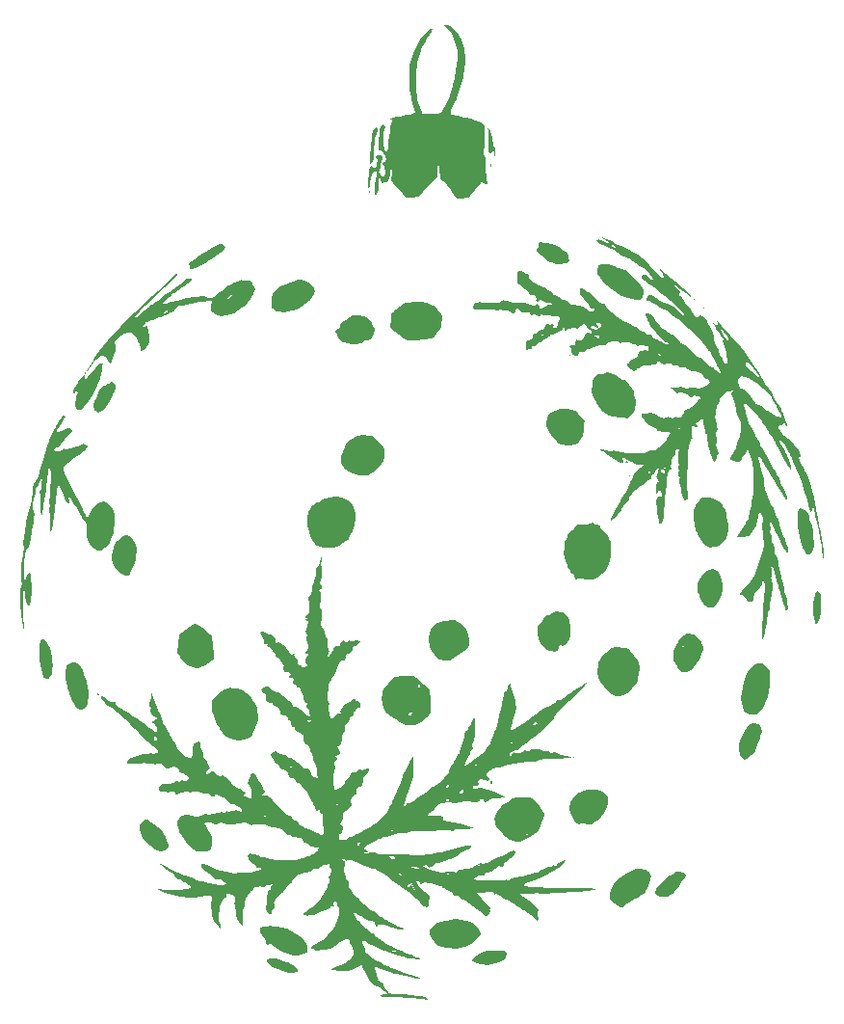
<source format=gbo>
G04 #@! TF.GenerationSoftware,KiCad,Pcbnew,6.0.9-8da3e8f707~117~ubuntu22.04.1*
G04 #@! TF.CreationDate,2022-12-11T16:37:25-08:00*
G04 #@! TF.ProjectId,2022-xmas-ball,32303232-2d78-46d6-9173-2d62616c6c2e,rev?*
G04 #@! TF.SameCoordinates,Original*
G04 #@! TF.FileFunction,Legend,Bot*
G04 #@! TF.FilePolarity,Positive*
%FSLAX46Y46*%
G04 Gerber Fmt 4.6, Leading zero omitted, Abs format (unit mm)*
G04 Created by KiCad (PCBNEW 6.0.9-8da3e8f707~117~ubuntu22.04.1) date 2022-12-11 16:37:25*
%MOMM*%
%LPD*%
G01*
G04 APERTURE LIST*
G04 APERTURE END LIST*
G04 #@! TO.C,G\u002A\u002A\u002A*
G36*
X94793325Y-127869297D02*
G01*
X94797547Y-127867019D01*
X97139050Y-127867019D01*
X97140690Y-127936061D01*
X97170687Y-127974037D01*
X97258726Y-128015155D01*
X97316972Y-127978243D01*
X97319598Y-127959592D01*
X97268810Y-127889825D01*
X97223869Y-127865866D01*
X97139050Y-127867019D01*
X94797547Y-127867019D01*
X95067045Y-127721603D01*
X95085929Y-127711432D01*
X95277932Y-127601759D01*
X97255779Y-127601759D01*
X97287688Y-127633668D01*
X97319598Y-127601759D01*
X97287688Y-127569849D01*
X97255779Y-127601759D01*
X95277932Y-127601759D01*
X95337436Y-127567770D01*
X95583886Y-127413593D01*
X95756030Y-127293857D01*
X95979643Y-127108228D01*
X96215865Y-126886632D01*
X96248279Y-126853224D01*
X98113986Y-126853224D01*
X98132418Y-126994625D01*
X98154556Y-127049888D01*
X98201254Y-127059357D01*
X98220508Y-127059296D01*
X98247311Y-127027387D01*
X100510553Y-127027387D01*
X100545013Y-127112315D01*
X100574372Y-127123115D01*
X100630991Y-127071425D01*
X100638191Y-127027387D01*
X100603730Y-126942458D01*
X100574372Y-126931658D01*
X100517753Y-126983349D01*
X100510553Y-127027387D01*
X98247311Y-127027387D01*
X98263589Y-127008008D01*
X98253289Y-126915703D01*
X98221854Y-126765326D01*
X98213937Y-126688570D01*
X98179524Y-126634327D01*
X98153173Y-126642045D01*
X98115804Y-126725932D01*
X98113986Y-126853224D01*
X96248279Y-126853224D01*
X96442817Y-126652718D01*
X96638616Y-126430137D01*
X96781380Y-126242537D01*
X96849230Y-126113567D01*
X96849644Y-126111871D01*
X96892017Y-126006281D01*
X97447236Y-126006281D01*
X97479146Y-126038191D01*
X97511055Y-126006281D01*
X97479146Y-125974372D01*
X97447236Y-126006281D01*
X96892017Y-126006281D01*
X96922601Y-125930069D01*
X96998350Y-125814824D01*
X97082726Y-125685597D01*
X97184893Y-125487947D01*
X97252495Y-125336181D01*
X97351206Y-125106101D01*
X97480003Y-124816890D01*
X97613880Y-124524550D01*
X97637195Y-124474623D01*
X97753830Y-124207802D01*
X97891715Y-123864762D01*
X98033160Y-123490838D01*
X98154003Y-123150377D01*
X98261214Y-122851778D01*
X98360977Y-122602432D01*
X98443611Y-122424580D01*
X98499439Y-122340461D01*
X98508110Y-122336683D01*
X98566555Y-122281453D01*
X98650957Y-122135463D01*
X98744655Y-121928270D01*
X98759970Y-121889950D01*
X98878625Y-121620514D01*
X98973872Y-121474351D01*
X99044225Y-121451665D01*
X99088199Y-121552665D01*
X99104311Y-121777556D01*
X99103992Y-121842085D01*
X99100858Y-122128968D01*
X99098857Y-122459938D01*
X99098433Y-122694166D01*
X99093645Y-122862692D01*
X99075553Y-123032554D01*
X99038991Y-123224574D01*
X98978789Y-123459575D01*
X98889781Y-123758380D01*
X98766799Y-124141810D01*
X98655931Y-124477112D01*
X98526986Y-124865146D01*
X98412818Y-125210373D01*
X98319213Y-125495156D01*
X98251959Y-125701859D01*
X98216844Y-125812844D01*
X98213065Y-125826790D01*
X98262126Y-125846382D01*
X98273402Y-125846733D01*
X98341063Y-125795370D01*
X98419265Y-125671808D01*
X98419547Y-125671231D01*
X98508212Y-125559547D01*
X100127638Y-125559547D01*
X100159548Y-125591457D01*
X100191457Y-125559547D01*
X100159548Y-125527638D01*
X100127638Y-125559547D01*
X98508212Y-125559547D01*
X98526228Y-125536854D01*
X98622991Y-125516434D01*
X98720584Y-125492976D01*
X98879474Y-125417495D01*
X99064543Y-125311499D01*
X99189640Y-125229816D01*
X101680569Y-125229816D01*
X101689330Y-125267756D01*
X101723115Y-125272362D01*
X101775646Y-125249011D01*
X101765661Y-125229816D01*
X101689923Y-125222178D01*
X101680569Y-125229816D01*
X99189640Y-125229816D01*
X99240670Y-125196496D01*
X99372734Y-125093994D01*
X99425617Y-125025500D01*
X99425628Y-125024892D01*
X99477367Y-124973472D01*
X99601861Y-124906416D01*
X99602686Y-124906051D01*
X99712361Y-124843921D01*
X100648478Y-124843921D01*
X100664006Y-124879586D01*
X100728265Y-124948099D01*
X100765208Y-124934045D01*
X100765829Y-124925123D01*
X100720500Y-124871144D01*
X100692149Y-124851443D01*
X100648478Y-124843921D01*
X99712361Y-124843921D01*
X99716582Y-124841530D01*
X99909869Y-124717189D01*
X100108178Y-124583115D01*
X103127135Y-124583115D01*
X103171588Y-124675563D01*
X103271108Y-124698802D01*
X103374937Y-124654988D01*
X103410181Y-124598495D01*
X104020603Y-124598495D01*
X104041635Y-124690702D01*
X104096895Y-124663061D01*
X104113606Y-124638580D01*
X104105603Y-124556616D01*
X104085463Y-124539085D01*
X104029963Y-124552951D01*
X104020603Y-124598495D01*
X103410181Y-124598495D01*
X103427739Y-124570352D01*
X103478253Y-124466893D01*
X103517493Y-124442713D01*
X103553329Y-124410804D01*
X104339698Y-124410804D01*
X104371608Y-124442713D01*
X104403517Y-124410804D01*
X104371608Y-124378894D01*
X104339698Y-124410804D01*
X103553329Y-124410804D01*
X103572278Y-124393932D01*
X103573869Y-124378894D01*
X103522729Y-124327956D01*
X103405193Y-124318033D01*
X103275091Y-124347268D01*
X103203718Y-124391658D01*
X103136279Y-124519706D01*
X103127135Y-124583115D01*
X100108178Y-124583115D01*
X100159037Y-124548730D01*
X100440578Y-124351854D01*
X100557590Y-124268235D01*
X100812725Y-124086390D01*
X101600516Y-124086390D01*
X101612249Y-124169164D01*
X101634035Y-124170153D01*
X101649269Y-124084738D01*
X101639073Y-124047833D01*
X101615694Y-124027889D01*
X101914573Y-124027889D01*
X101967256Y-124107067D01*
X102034397Y-124123618D01*
X102175403Y-124077266D01*
X102233668Y-124027889D01*
X102270351Y-123961962D01*
X102214922Y-123935765D01*
X102113844Y-123932161D01*
X101958475Y-123958454D01*
X101914573Y-124027889D01*
X101615694Y-124027889D01*
X101610735Y-124023659D01*
X101600516Y-124086390D01*
X100812725Y-124086390D01*
X100846044Y-124062642D01*
X101111579Y-123876801D01*
X101330547Y-123727017D01*
X101479300Y-123629595D01*
X101513504Y-123609130D01*
X101645433Y-123497005D01*
X101813951Y-123299586D01*
X101998790Y-123045855D01*
X102027359Y-123001465D01*
X103898003Y-123001465D01*
X103909736Y-123084240D01*
X103931522Y-123085228D01*
X103946757Y-122999813D01*
X103936560Y-122962908D01*
X103908223Y-122938735D01*
X103898003Y-123001465D01*
X102027359Y-123001465D01*
X102179681Y-122764794D01*
X102222916Y-122687688D01*
X102361306Y-122687688D01*
X102393216Y-122719598D01*
X102425125Y-122687688D01*
X102393216Y-122655779D01*
X102361306Y-122687688D01*
X102222916Y-122687688D01*
X102336354Y-122485383D01*
X102414590Y-122320728D01*
X102501456Y-122148917D01*
X102581246Y-122039053D01*
X102616761Y-122017588D01*
X102658565Y-121978861D01*
X102649190Y-121954898D01*
X102658712Y-121869023D01*
X102727692Y-121724802D01*
X102773062Y-121652898D01*
X102872782Y-121482286D01*
X102930190Y-121337859D01*
X102935678Y-121300763D01*
X102980038Y-121205679D01*
X103031407Y-121187939D01*
X103111044Y-121135377D01*
X103127135Y-121070292D01*
X103147959Y-120949149D01*
X103201865Y-120749705D01*
X103276001Y-120512747D01*
X103357519Y-120279062D01*
X103433567Y-120089437D01*
X103441936Y-120071105D01*
X103495767Y-119915752D01*
X103537611Y-119736055D01*
X103590157Y-119453402D01*
X103632887Y-119275518D01*
X103672945Y-119180664D01*
X103717475Y-119147103D01*
X103731620Y-119145728D01*
X103790974Y-119092685D01*
X103886815Y-118953717D01*
X104002750Y-118759068D01*
X104122386Y-118538983D01*
X104229329Y-118323703D01*
X104307184Y-118143474D01*
X104339559Y-118028539D01*
X104339698Y-118023931D01*
X104370693Y-117942167D01*
X104394353Y-117933166D01*
X104439567Y-117992258D01*
X104477770Y-118150895D01*
X104507799Y-118381117D01*
X104528488Y-118654965D01*
X104538672Y-118944480D01*
X104537185Y-119221701D01*
X104522863Y-119458670D01*
X104494540Y-119627427D01*
X104467484Y-119688013D01*
X104416040Y-119804262D01*
X104380172Y-119980512D01*
X104377309Y-120007987D01*
X104342073Y-120177303D01*
X104282805Y-120288115D01*
X104271049Y-120297458D01*
X104219359Y-120356085D01*
X104242839Y-120452988D01*
X104271354Y-120509383D01*
X104322971Y-120678044D01*
X104295939Y-120809672D01*
X104198737Y-120868365D01*
X104186454Y-120868844D01*
X104097941Y-120922229D01*
X104039413Y-121040686D01*
X104038750Y-121161665D01*
X104047690Y-121180137D01*
X104035271Y-121261852D01*
X103987991Y-121316161D01*
X103907195Y-121426606D01*
X103892965Y-121486326D01*
X103859029Y-121592394D01*
X103773833Y-121749957D01*
X103733417Y-121812421D01*
X103609613Y-122016805D01*
X103576392Y-122134758D01*
X103633854Y-122169878D01*
X103742603Y-122141733D01*
X103802385Y-122110619D01*
X104509112Y-122110619D01*
X104516330Y-122190226D01*
X104602296Y-122209045D01*
X104696688Y-122179269D01*
X104707988Y-122133260D01*
X104636608Y-122044427D01*
X104548359Y-122054474D01*
X104509112Y-122110619D01*
X103802385Y-122110619D01*
X103897070Y-122061340D01*
X104091090Y-121932584D01*
X104283367Y-121786178D01*
X104432607Y-121652833D01*
X104486462Y-121588529D01*
X104571836Y-121514585D01*
X104604756Y-121507035D01*
X104710098Y-121462833D01*
X104781692Y-121411306D01*
X105998995Y-121411306D01*
X106030904Y-121443216D01*
X106062814Y-121411306D01*
X106030904Y-121379397D01*
X105998995Y-121411306D01*
X104781692Y-121411306D01*
X104870020Y-121347735D01*
X105056324Y-121188007D01*
X105089450Y-121156030D01*
X106126633Y-121156030D01*
X106158542Y-121187939D01*
X106190452Y-121156030D01*
X106158542Y-121124120D01*
X106126633Y-121156030D01*
X105089450Y-121156030D01*
X105240817Y-121009913D01*
X105395302Y-120839716D01*
X105491584Y-120703682D01*
X105506999Y-120666582D01*
X105576944Y-120519764D01*
X105666547Y-120439719D01*
X105802438Y-120342998D01*
X107610520Y-120342998D01*
X107642336Y-120385290D01*
X107690734Y-120375412D01*
X107713023Y-120316152D01*
X107772281Y-120164016D01*
X107808752Y-120108717D01*
X107846546Y-120053213D01*
X107801800Y-120069517D01*
X107738065Y-120108113D01*
X107613209Y-120226009D01*
X107610520Y-120342998D01*
X105802438Y-120342998D01*
X105817574Y-120332225D01*
X105869457Y-120149314D01*
X105869660Y-120134924D01*
X105884515Y-120071105D01*
X107339196Y-120071105D01*
X107371105Y-120103015D01*
X107403015Y-120071105D01*
X107371105Y-120039196D01*
X107339196Y-120071105D01*
X105884515Y-120071105D01*
X105896867Y-120018042D01*
X105968524Y-119826231D01*
X106001515Y-119752010D01*
X106573367Y-119752010D01*
X106605276Y-119783919D01*
X106637186Y-119752010D01*
X106605276Y-119720100D01*
X106573367Y-119752010D01*
X106001515Y-119752010D01*
X106070083Y-119597748D01*
X106088034Y-119560553D01*
X108934673Y-119560553D01*
X108966583Y-119592462D01*
X108998492Y-119560553D01*
X108966583Y-119528643D01*
X108934673Y-119560553D01*
X106088034Y-119560553D01*
X106227722Y-119257958D01*
X106341450Y-118967360D01*
X106440269Y-118653842D01*
X106535230Y-118282489D01*
X106633383Y-117837437D01*
X106745804Y-117305499D01*
X106853620Y-116800766D01*
X106946864Y-116369598D01*
X107406022Y-116369598D01*
X107437691Y-116376159D01*
X107500114Y-116310437D01*
X107558825Y-116204069D01*
X107558433Y-116152738D01*
X107504633Y-116166526D01*
X107442333Y-116249969D01*
X107406839Y-116352834D01*
X107406022Y-116369598D01*
X106946864Y-116369598D01*
X106949392Y-116357908D01*
X107013856Y-116064626D01*
X107074857Y-115875702D01*
X107154332Y-115727895D01*
X107166060Y-115713621D01*
X107248502Y-115588106D01*
X107340868Y-115400335D01*
X107375349Y-115316583D01*
X107467417Y-115095369D01*
X107534275Y-114991608D01*
X107587415Y-115000502D01*
X107638327Y-115117255D01*
X107661741Y-115197049D01*
X107720962Y-115399155D01*
X107803615Y-115666105D01*
X107892314Y-115941807D01*
X107896582Y-115954774D01*
X107973032Y-116220688D01*
X108027128Y-116474252D01*
X108048157Y-116664352D01*
X108048041Y-116677448D01*
X108061416Y-116873642D01*
X108102434Y-117033370D01*
X108109728Y-117048487D01*
X108142628Y-117191015D01*
X108119719Y-117251190D01*
X108079649Y-117346150D01*
X108024886Y-117530866D01*
X107965651Y-117769911D01*
X107950594Y-117837437D01*
X107891606Y-118093689D01*
X107835212Y-118313732D01*
X107791774Y-118457680D01*
X107784792Y-118475628D01*
X107722803Y-118647448D01*
X107694212Y-118746859D01*
X107648023Y-118923849D01*
X107622209Y-119017689D01*
X107614009Y-119108406D01*
X107684712Y-119106958D01*
X107701982Y-119100651D01*
X107809489Y-119048587D01*
X107985044Y-118952762D01*
X108197936Y-118831216D01*
X108417451Y-118701990D01*
X108501004Y-118651170D01*
X109548311Y-118651170D01*
X109609080Y-118678904D01*
X109654682Y-118669628D01*
X109771190Y-118639046D01*
X109917090Y-118605077D01*
X110041883Y-118572504D01*
X110052987Y-118536311D01*
X109966539Y-118469600D01*
X109855509Y-118410643D01*
X109754890Y-118429729D01*
X109670725Y-118480099D01*
X109569776Y-118574073D01*
X109548311Y-118651170D01*
X108501004Y-118651170D01*
X108612877Y-118583125D01*
X108753500Y-118492662D01*
X108807035Y-118451533D01*
X108872543Y-118393834D01*
X109007559Y-118288052D01*
X109097824Y-118220352D01*
X110211055Y-118220352D01*
X110242965Y-118252261D01*
X110274874Y-118220352D01*
X110242965Y-118188442D01*
X110211055Y-118220352D01*
X109097824Y-118220352D01*
X109126130Y-118199122D01*
X109299202Y-118071078D01*
X109538636Y-117893463D01*
X109808455Y-117692983D01*
X109997433Y-117552382D01*
X110258213Y-117367348D01*
X110508552Y-117205627D01*
X110716100Y-117087274D01*
X110827081Y-117038090D01*
X111061455Y-116945997D01*
X111293822Y-116828111D01*
X111489876Y-116704695D01*
X111615312Y-116596013D01*
X111639175Y-116558394D01*
X111723580Y-116486685D01*
X111831018Y-116465326D01*
X111992951Y-116424062D01*
X112136161Y-116336415D01*
X112250771Y-116249929D01*
X112444567Y-116116524D01*
X112688015Y-115956147D01*
X112891457Y-115826363D01*
X113190839Y-115634185D01*
X113499880Y-115429233D01*
X113772665Y-115242231D01*
X113896608Y-115153784D01*
X114118495Y-115002095D01*
X114250649Y-114935063D01*
X114295049Y-114948574D01*
X114253676Y-115038514D01*
X114128509Y-115200771D01*
X113921530Y-115431231D01*
X113634717Y-115725780D01*
X113608887Y-115751489D01*
X113330691Y-116023392D01*
X113047344Y-116292749D01*
X112787883Y-116532428D01*
X112581348Y-116715299D01*
X112539917Y-116750181D01*
X112137503Y-117101940D01*
X111836600Y-117408424D01*
X111625164Y-117682638D01*
X111539685Y-117830227D01*
X111398814Y-118044640D01*
X111170788Y-118315973D01*
X110873190Y-118628200D01*
X110523606Y-118965293D01*
X110139618Y-119311227D01*
X109738812Y-119649974D01*
X109338770Y-119965508D01*
X108957076Y-120241802D01*
X108730393Y-120390728D01*
X108546126Y-120523184D01*
X108401979Y-120657400D01*
X108352649Y-120723594D01*
X108237694Y-120839478D01*
X108075875Y-120868844D01*
X107849996Y-120927596D01*
X107655881Y-121057708D01*
X107542199Y-121168217D01*
X107500806Y-121237541D01*
X107514698Y-121249165D01*
X107582556Y-121304094D01*
X107594865Y-121363442D01*
X107612617Y-121408402D01*
X107667428Y-121335541D01*
X107686714Y-121299807D01*
X107780721Y-121126188D01*
X107846347Y-121044766D01*
X107913884Y-121034384D01*
X108011538Y-121072935D01*
X108190422Y-121100127D01*
X108422326Y-121066682D01*
X108655400Y-120984728D01*
X108817593Y-120884407D01*
X108910469Y-120830725D01*
X109010310Y-120855312D01*
X109085198Y-120900710D01*
X109205177Y-120967793D01*
X109282740Y-120953593D01*
X109360055Y-120873808D01*
X109492069Y-120770781D01*
X109621930Y-120745022D01*
X109708942Y-120802726D01*
X109716007Y-120819629D01*
X109765400Y-120857800D01*
X109876330Y-120809648D01*
X109903632Y-120792244D01*
X110024480Y-120724237D01*
X110102398Y-120732845D01*
X110172225Y-120793595D01*
X110307991Y-120866785D01*
X110542835Y-120904783D01*
X110675973Y-120911261D01*
X110908122Y-120925470D01*
X111038027Y-120957100D01*
X111090629Y-121012825D01*
X111093247Y-121022944D01*
X111110294Y-121095013D01*
X111146775Y-121116565D01*
X111241159Y-121092055D01*
X111353186Y-121053044D01*
X111515787Y-121014417D01*
X111626919Y-121046067D01*
X111665850Y-121075822D01*
X111822132Y-121162702D01*
X112082128Y-121251776D01*
X112422269Y-121335675D01*
X112620838Y-121374425D01*
X112846677Y-121428185D01*
X112953212Y-121486131D01*
X112947246Y-121536338D01*
X112877509Y-121546746D01*
X112699455Y-121559055D01*
X112432373Y-121572339D01*
X112095553Y-121585674D01*
X111708286Y-121598133D01*
X111591446Y-121601392D01*
X111135477Y-121614900D01*
X110787617Y-121628953D01*
X110528347Y-121645605D01*
X110338144Y-121666910D01*
X110197490Y-121694923D01*
X110086865Y-121731698D01*
X110008448Y-121768000D01*
X109812295Y-121845156D01*
X109666719Y-121858627D01*
X109646451Y-121852362D01*
X109523665Y-121819482D01*
X109479079Y-121820669D01*
X109388502Y-121835371D01*
X109209200Y-121859961D01*
X108979188Y-121889235D01*
X108968526Y-121890546D01*
X108666457Y-121931435D01*
X108346707Y-121980549D01*
X108136934Y-122016703D01*
X107843218Y-122068823D01*
X107524729Y-122121828D01*
X107376988Y-122144992D01*
X107169512Y-122184535D01*
X107017422Y-122228513D01*
X106962163Y-122259627D01*
X106881078Y-122301715D01*
X106719499Y-122342020D01*
X106630159Y-122356334D01*
X106347916Y-122411644D01*
X106071070Y-122495786D01*
X105830442Y-122596091D01*
X105656854Y-122699886D01*
X105583099Y-122786794D01*
X105523420Y-122888197D01*
X105478779Y-122911055D01*
X105477703Y-122955057D01*
X105543832Y-123068301D01*
X105620799Y-123172289D01*
X105738337Y-123333064D01*
X105776967Y-123428368D01*
X105746397Y-123484592D01*
X105737845Y-123490407D01*
X105610252Y-123545291D01*
X105553665Y-123510003D01*
X105552261Y-123494277D01*
X105499417Y-123462808D01*
X105400194Y-123468377D01*
X105267174Y-123465298D01*
X105204970Y-123427618D01*
X105101438Y-123361752D01*
X104961737Y-123383334D01*
X104833648Y-123483663D01*
X104823778Y-123497032D01*
X104762900Y-123625301D01*
X104798722Y-123723602D01*
X104832512Y-123816843D01*
X104763963Y-123918161D01*
X104664159Y-123988877D01*
X104560041Y-123963733D01*
X104521571Y-123940986D01*
X104391768Y-123899627D01*
X104321978Y-123966268D01*
X104319996Y-124132443D01*
X104324082Y-124155544D01*
X104361779Y-124260360D01*
X104443910Y-124269371D01*
X104510055Y-124247147D01*
X104666626Y-124211065D01*
X104872623Y-124191913D01*
X105082211Y-124190357D01*
X105249556Y-124207066D01*
X105323553Y-124235301D01*
X105420721Y-124277923D01*
X105509693Y-124291852D01*
X105694586Y-124327588D01*
X105949249Y-124406677D01*
X106230773Y-124512509D01*
X106496251Y-124628474D01*
X106702774Y-124737963D01*
X106757476Y-124774871D01*
X106906421Y-124858988D01*
X107024940Y-124889447D01*
X107141275Y-124915707D01*
X107179351Y-124969521D01*
X107125741Y-125013441D01*
X107071731Y-125019948D01*
X106865099Y-125030372D01*
X106590448Y-125052140D01*
X106306300Y-125079917D01*
X106071181Y-125108369D01*
X106023711Y-125115473D01*
X105842249Y-125178900D01*
X105710679Y-125273610D01*
X105574503Y-125372180D01*
X105434237Y-125400518D01*
X105329215Y-125358743D01*
X105296985Y-125272362D01*
X105265536Y-125177610D01*
X105150037Y-125145546D01*
X105112355Y-125144723D01*
X104958176Y-125177587D01*
X104889439Y-125244497D01*
X104826204Y-125310487D01*
X104786883Y-125304550D01*
X104727552Y-125304636D01*
X104722613Y-125324437D01*
X104667058Y-125386681D01*
X104528432Y-125420201D01*
X104348797Y-125421449D01*
X104170211Y-125386877D01*
X104134975Y-125374004D01*
X103965689Y-125327351D01*
X103760629Y-125321884D01*
X103510050Y-125350441D01*
X103278828Y-125390560D01*
X103088896Y-125433451D01*
X102991140Y-125465829D01*
X102868922Y-125488815D01*
X102677872Y-125486147D01*
X102576316Y-125475104D01*
X102388148Y-125440894D01*
X102292083Y-125392249D01*
X102252931Y-125305364D01*
X102244900Y-125250925D01*
X102208961Y-125123282D01*
X102135628Y-125105091D01*
X102127997Y-125107798D01*
X102028512Y-125140483D01*
X102005082Y-125144723D01*
X101981343Y-125196827D01*
X101978392Y-125240452D01*
X102012852Y-125325380D01*
X102042211Y-125336181D01*
X102104190Y-125383280D01*
X102106030Y-125397997D01*
X102059772Y-125434362D01*
X102016757Y-125425556D01*
X101912653Y-125434140D01*
X101883748Y-125462064D01*
X101795339Y-125503722D01*
X101719474Y-125494573D01*
X101550607Y-125494279D01*
X101347503Y-125563587D01*
X101156559Y-125678016D01*
X101024173Y-125813086D01*
X100995410Y-125876603D01*
X100913713Y-126050506D01*
X100778822Y-126206489D01*
X100626542Y-126311908D01*
X100493373Y-126334302D01*
X100414496Y-126325929D01*
X100441747Y-126383004D01*
X100450900Y-126394217D01*
X100490004Y-126466711D01*
X100422638Y-126484924D01*
X100330500Y-126523282D01*
X100337657Y-126604027D01*
X100382914Y-126644472D01*
X100441614Y-126636996D01*
X100446733Y-126612028D01*
X100495931Y-126568829D01*
X100570896Y-126579550D01*
X100695674Y-126600598D01*
X100903013Y-126617781D01*
X101145835Y-126627316D01*
X101410800Y-126640843D01*
X101579842Y-126674072D01*
X101684038Y-126733961D01*
X101701664Y-126751757D01*
X101758606Y-126840479D01*
X101733007Y-126867839D01*
X101663309Y-126910935D01*
X101659296Y-126931658D01*
X101712579Y-126984024D01*
X101783168Y-126995477D01*
X101907182Y-127027484D01*
X101949918Y-127064856D01*
X102038166Y-127106428D01*
X102125866Y-127099436D01*
X102267306Y-127098049D01*
X102335462Y-127128149D01*
X102433315Y-127166566D01*
X102619761Y-127208544D01*
X102856325Y-127245584D01*
X102881245Y-127248688D01*
X103186026Y-127303210D01*
X103506168Y-127387573D01*
X103733417Y-127468178D01*
X103948863Y-127553057D01*
X104128844Y-127612407D01*
X104224248Y-127632153D01*
X104339799Y-127666966D01*
X104371608Y-127697487D01*
X104332369Y-127730651D01*
X104174649Y-127754992D01*
X103907377Y-127769322D01*
X103816957Y-127771331D01*
X103358891Y-127783641D01*
X103016279Y-127804286D01*
X102777098Y-127835159D01*
X102629327Y-127878147D01*
X102560944Y-127935143D01*
X102552764Y-127970098D01*
X102513482Y-127987570D01*
X102441080Y-127942875D01*
X102293093Y-127880088D01*
X102169849Y-127876784D01*
X102062639Y-127885874D01*
X101854267Y-127896221D01*
X101571196Y-127907071D01*
X101239887Y-127917672D01*
X100886800Y-127927270D01*
X100538398Y-127935111D01*
X100221142Y-127940443D01*
X99961492Y-127942511D01*
X99872362Y-127942194D01*
X99684155Y-127942402D01*
X99521357Y-127944470D01*
X99329747Y-127947765D01*
X99100832Y-127951155D01*
X99056177Y-127951750D01*
X98876808Y-127970974D01*
X98765977Y-128015534D01*
X98751953Y-128033810D01*
X98667535Y-128082405D01*
X98465699Y-128109746D01*
X98291755Y-128115310D01*
X98046834Y-128131181D01*
X97760445Y-128170878D01*
X97467509Y-128226974D01*
X97202948Y-128292043D01*
X97001683Y-128358658D01*
X96907965Y-128409586D01*
X96810684Y-128442936D01*
X96640066Y-128461764D01*
X96572914Y-128463316D01*
X96388289Y-128477007D01*
X96307105Y-128523139D01*
X96298492Y-128559045D01*
X96242036Y-128635423D01*
X96119799Y-128654774D01*
X95966083Y-128675709D01*
X95878153Y-128717726D01*
X95796199Y-128772897D01*
X95628924Y-128868370D01*
X95405420Y-128987868D01*
X95279241Y-129052776D01*
X95043404Y-129178908D01*
X94854904Y-129291782D01*
X94740504Y-129374763D01*
X94719078Y-129400904D01*
X94753270Y-129477748D01*
X94868806Y-129566330D01*
X94890402Y-129578046D01*
X95043825Y-129679662D01*
X95071292Y-129761636D01*
X94972742Y-129825339D01*
X94878517Y-129850281D01*
X94671105Y-129893853D01*
X94862563Y-129933443D01*
X95038091Y-129938106D01*
X95120610Y-129894107D01*
X95252919Y-129820550D01*
X95450389Y-129793843D01*
X95659578Y-129813662D01*
X95827045Y-129879685D01*
X95850967Y-129898530D01*
X96028096Y-129990681D01*
X96221672Y-129998765D01*
X96353385Y-129989377D01*
X96515984Y-129983384D01*
X96731325Y-129980582D01*
X97021265Y-129980765D01*
X97407658Y-129983728D01*
X97606784Y-129985784D01*
X98000361Y-129994764D01*
X98359589Y-130011738D01*
X98651529Y-130034766D01*
X98819347Y-130057127D01*
X98927152Y-130063440D01*
X99127957Y-130064472D01*
X99387264Y-130060934D01*
X99670576Y-130053537D01*
X99943394Y-130042994D01*
X100171221Y-130030016D01*
X100185935Y-130028934D01*
X100206259Y-130026884D01*
X101914573Y-130026884D01*
X101946482Y-130058794D01*
X101978392Y-130026884D01*
X101946482Y-129994975D01*
X101914573Y-130026884D01*
X100206259Y-130026884D01*
X100564324Y-129990768D01*
X100948766Y-129935232D01*
X101300686Y-129869094D01*
X101581509Y-129799124D01*
X101676543Y-129767381D01*
X101875138Y-129706999D01*
X101892593Y-129704022D01*
X102935678Y-129704022D01*
X102968998Y-129791340D01*
X102999497Y-129803517D01*
X103061490Y-129757713D01*
X103063316Y-129743465D01*
X103016926Y-129657032D01*
X102999497Y-129643970D01*
X103190955Y-129643970D01*
X103222864Y-129675879D01*
X103254774Y-129643970D01*
X103222864Y-129612060D01*
X103190955Y-129643970D01*
X102999497Y-129643970D01*
X102944862Y-129658437D01*
X102935678Y-129704022D01*
X101892593Y-129704022D01*
X102052750Y-129676706D01*
X102076278Y-129675879D01*
X102247638Y-129651806D01*
X102346217Y-129615663D01*
X102508511Y-129549341D01*
X102758450Y-129471496D01*
X103057762Y-129391482D01*
X103368173Y-129318652D01*
X103651410Y-129262361D01*
X103869199Y-129231963D01*
X103927723Y-129229145D01*
X104114394Y-129241388D01*
X104202084Y-129280711D01*
X104187189Y-129351010D01*
X104066104Y-129456179D01*
X103835225Y-129600114D01*
X103490947Y-129786709D01*
X103339779Y-129864452D01*
X103077776Y-130003975D01*
X102859893Y-130131601D01*
X102710700Y-130232178D01*
X102655727Y-130286320D01*
X102569831Y-130364820D01*
X102506001Y-130377889D01*
X102385523Y-130399676D01*
X102195166Y-130455867D01*
X102041310Y-130510156D01*
X101814361Y-130595739D01*
X101608795Y-130672999D01*
X101514577Y-130708249D01*
X101329112Y-130744433D01*
X101183329Y-130735268D01*
X101025838Y-130740935D01*
X100945133Y-130811613D01*
X100817529Y-130945339D01*
X100655486Y-131064930D01*
X100508335Y-131136304D01*
X100464443Y-131143718D01*
X100392251Y-131092337D01*
X100382914Y-131047990D01*
X100334477Y-130977187D01*
X100179891Y-130952434D01*
X100159548Y-130952261D01*
X99994108Y-130974389D01*
X99936181Y-131036246D01*
X99992016Y-131102998D01*
X100137173Y-131189416D01*
X100338129Y-131280517D01*
X100561360Y-131361317D01*
X100773343Y-131416834D01*
X100797738Y-131421311D01*
X100977900Y-131457943D01*
X101206344Y-131511324D01*
X101296602Y-131534127D01*
X101509583Y-131575089D01*
X101726640Y-131579262D01*
X102001592Y-131546782D01*
X102067212Y-131536076D01*
X102369430Y-131494575D01*
X102570367Y-131493816D01*
X102691042Y-131538008D01*
X102752472Y-131631365D01*
X102763708Y-131675622D01*
X102784935Y-131773604D01*
X102794368Y-131746335D01*
X102799349Y-131671697D01*
X102869536Y-131504107D01*
X103050724Y-131383733D01*
X103333659Y-131315010D01*
X103574815Y-131300075D01*
X103922594Y-131265841D01*
X104248065Y-131177054D01*
X104250972Y-131175628D01*
X104977889Y-131175628D01*
X105009799Y-131207537D01*
X105041708Y-131175628D01*
X105009799Y-131143718D01*
X104977889Y-131175628D01*
X104250972Y-131175628D01*
X104513722Y-131046718D01*
X104654240Y-130925838D01*
X104751282Y-130842406D01*
X104802061Y-130824623D01*
X104819576Y-130863663D01*
X104780323Y-130927712D01*
X104730517Y-131003361D01*
X104783064Y-131012010D01*
X104820373Y-131005041D01*
X104850826Y-130984171D01*
X105679899Y-130984171D01*
X105711809Y-131016080D01*
X105743718Y-130984171D01*
X105711809Y-130952261D01*
X105679899Y-130984171D01*
X104850826Y-130984171D01*
X104921002Y-130936078D01*
X104936755Y-130867877D01*
X104957093Y-130789712D01*
X105056785Y-130795643D01*
X105064393Y-130797900D01*
X105198781Y-130834708D01*
X105288001Y-130831562D01*
X105409471Y-130784076D01*
X105424623Y-130777480D01*
X105548694Y-130724091D01*
X105757765Y-130634728D01*
X105836314Y-130601256D01*
X106892462Y-130601256D01*
X106924372Y-130633166D01*
X106956281Y-130601256D01*
X106924372Y-130569346D01*
X106892462Y-130601256D01*
X105836314Y-130601256D01*
X106019334Y-130523266D01*
X106222362Y-130436932D01*
X106549231Y-130292904D01*
X106892028Y-130133439D01*
X107197009Y-129983849D01*
X107318200Y-129920840D01*
X107634896Y-129765886D01*
X107861704Y-129690095D01*
X108007406Y-129691659D01*
X108079111Y-129764219D01*
X108050756Y-129845993D01*
X107945954Y-129984882D01*
X107787457Y-130157687D01*
X107598018Y-130341204D01*
X107400388Y-130512232D01*
X107217321Y-130647569D01*
X107205199Y-130655387D01*
X107078871Y-130768141D01*
X107020557Y-130883789D01*
X107020100Y-130892464D01*
X106970372Y-131024670D01*
X106854523Y-131095028D01*
X106722557Y-131080733D01*
X106678477Y-131048254D01*
X106616838Y-131006436D01*
X106543665Y-131018985D01*
X106432256Y-131098590D01*
X106275312Y-131239838D01*
X106100978Y-131387693D01*
X105949137Y-131491247D01*
X105859305Y-131526633D01*
X105743702Y-131560143D01*
X105711664Y-131590686D01*
X105627117Y-131625597D01*
X105516440Y-131615677D01*
X105399931Y-131605418D01*
X105362135Y-131672758D01*
X105360804Y-131706871D01*
X105308637Y-131828539D01*
X105180364Y-131886627D01*
X105018326Y-131865114D01*
X104984495Y-131849264D01*
X104875050Y-131795859D01*
X104834031Y-131781909D01*
X104768527Y-131820576D01*
X104658688Y-131914254D01*
X104539088Y-132029462D01*
X104444298Y-132132716D01*
X104408893Y-132190535D01*
X104409993Y-132192573D01*
X104497815Y-132220355D01*
X104684332Y-132245341D01*
X104940612Y-132266480D01*
X105237723Y-132282723D01*
X105546734Y-132293022D01*
X105838713Y-132296326D01*
X106084729Y-132291586D01*
X106255850Y-132277752D01*
X106316206Y-132261717D01*
X106423758Y-132253315D01*
X106458460Y-132268421D01*
X106641985Y-132322099D01*
X106885558Y-132314746D01*
X107070531Y-132270972D01*
X107255414Y-132233298D01*
X107393845Y-132272189D01*
X107405581Y-132279254D01*
X107501635Y-132325154D01*
X107530306Y-132287711D01*
X107530653Y-132275603D01*
X107584939Y-132212688D01*
X107751116Y-132142037D01*
X108034159Y-132061994D01*
X108439044Y-131970901D01*
X108456030Y-131967379D01*
X108676717Y-131914917D01*
X108960807Y-131838190D01*
X109043567Y-131813819D01*
X110147236Y-131813819D01*
X110179146Y-131845728D01*
X110211055Y-131813819D01*
X110179146Y-131781909D01*
X110147236Y-131813819D01*
X109043567Y-131813819D01*
X109250479Y-131752888D01*
X109278158Y-131744294D01*
X109526308Y-131675246D01*
X109738181Y-131631508D01*
X109876604Y-131620322D01*
X109896507Y-131623805D01*
X110020795Y-131606675D01*
X110076347Y-131539844D01*
X110170491Y-131447688D01*
X110342749Y-131340499D01*
X110554254Y-131236027D01*
X110766138Y-131152022D01*
X110939534Y-131106234D01*
X111021926Y-131108017D01*
X111143208Y-131099254D01*
X111238818Y-131041964D01*
X111408346Y-130967387D01*
X111516775Y-130977823D01*
X111640705Y-130988730D01*
X111678792Y-130927743D01*
X111678894Y-130921779D01*
X111730850Y-130860737D01*
X111863050Y-130768197D01*
X112039993Y-130663585D01*
X112226180Y-130566325D01*
X112386108Y-130495844D01*
X112484278Y-130471566D01*
X112495181Y-130475121D01*
X112477796Y-130533026D01*
X112411914Y-130660708D01*
X112381132Y-130714176D01*
X112247790Y-130876024D01*
X112046413Y-131049860D01*
X111894973Y-131152998D01*
X111662748Y-131295544D01*
X111434877Y-131438501D01*
X111307012Y-131520750D01*
X111114430Y-131630510D01*
X110866734Y-131750425D01*
X110695618Y-131823081D01*
X110477129Y-131918181D01*
X110294961Y-132013204D01*
X110205686Y-132073954D01*
X110099387Y-132144587D01*
X109931688Y-132211039D01*
X109680064Y-132280773D01*
X109368055Y-132351479D01*
X109139330Y-132423590D01*
X108949055Y-132525083D01*
X108830279Y-132635433D01*
X108807035Y-132699944D01*
X108869048Y-132753911D01*
X109047875Y-132804532D01*
X109332702Y-132849842D01*
X109712712Y-132887877D01*
X109923869Y-132902853D01*
X110078111Y-132909605D01*
X110340364Y-132917807D01*
X110691015Y-132927063D01*
X111110452Y-132936976D01*
X111579061Y-132947149D01*
X112077228Y-132957187D01*
X112585342Y-132966693D01*
X113083787Y-132975269D01*
X113552952Y-132982520D01*
X113973222Y-132988049D01*
X114295477Y-132991241D01*
X114688608Y-132997880D01*
X114956010Y-133010875D01*
X115099441Y-133030373D01*
X115120658Y-133056520D01*
X115115945Y-133059612D01*
X115032369Y-133096395D01*
X114906276Y-133130673D01*
X114727414Y-133163486D01*
X114485536Y-133195877D01*
X114170392Y-133228887D01*
X113771732Y-133263557D01*
X113279308Y-133300929D01*
X112682870Y-133342043D01*
X112295504Y-133367059D01*
X112317085Y-133345477D01*
X112285176Y-133313568D01*
X112253266Y-133345477D01*
X112276101Y-133368312D01*
X111972169Y-133387940D01*
X111742713Y-133402326D01*
X111306702Y-133424779D01*
X110885151Y-133437864D01*
X110506538Y-133441307D01*
X110199341Y-133434836D01*
X109998170Y-133419059D01*
X109815834Y-133418527D01*
X109599297Y-133449770D01*
X109561002Y-133458765D01*
X109376937Y-133492220D01*
X109279288Y-133471445D01*
X109257550Y-133447325D01*
X109193245Y-133403309D01*
X109073653Y-133433650D01*
X109040572Y-133448184D01*
X108861587Y-133492953D01*
X108713585Y-133453856D01*
X108569686Y-133420534D01*
X108509815Y-133475429D01*
X108548551Y-133603358D01*
X108556859Y-133617114D01*
X108699720Y-133762259D01*
X108960726Y-133933068D01*
X109260369Y-134090266D01*
X109519918Y-134252111D01*
X109767099Y-134466184D01*
X109956677Y-134691194D01*
X110002520Y-134767707D01*
X110056504Y-134921320D01*
X110025349Y-135056676D01*
X110012492Y-135081870D01*
X109967016Y-135236232D01*
X110009105Y-135390146D01*
X110068199Y-135569214D01*
X110079087Y-135717550D01*
X110040796Y-135797495D01*
X110019782Y-135802512D01*
X109939621Y-135762738D01*
X109803883Y-135660937D01*
X109708906Y-135579145D01*
X109558379Y-135452459D01*
X109442414Y-135371514D01*
X109403670Y-135355779D01*
X109329201Y-135312931D01*
X109205699Y-135204110D01*
X109134989Y-135132412D01*
X108994768Y-135000601D01*
X108878795Y-134920391D01*
X108842366Y-134909045D01*
X108739059Y-134872146D01*
X108599812Y-134782612D01*
X108590619Y-134775473D01*
X108431131Y-134664967D01*
X108221761Y-134538135D01*
X108122760Y-134483426D01*
X107907749Y-134357721D01*
X107708333Y-134222911D01*
X107640876Y-134170265D01*
X107485827Y-134067199D01*
X107345860Y-134016628D01*
X107329794Y-134015578D01*
X107214666Y-133976210D01*
X107047006Y-133874221D01*
X106903912Y-133764848D01*
X106730206Y-133635224D01*
X106555979Y-133530860D01*
X106405302Y-133461863D01*
X106302247Y-133438344D01*
X106270887Y-133470412D01*
X106286522Y-133505578D01*
X106302787Y-133558577D01*
X106264132Y-133543029D01*
X106196150Y-133444417D01*
X106190452Y-133405530D01*
X106159047Y-133353176D01*
X106049993Y-133324285D01*
X105841034Y-133313873D01*
X105779783Y-133313568D01*
X105533781Y-133323751D01*
X105315331Y-133350158D01*
X105196796Y-133379082D01*
X105026620Y-133409545D01*
X104872397Y-133344948D01*
X104759339Y-133282433D01*
X104704444Y-133298277D01*
X104684619Y-133338318D01*
X104706541Y-133438715D01*
X104810893Y-133590146D01*
X104893181Y-133680830D01*
X105081701Y-133874818D01*
X105274233Y-134075078D01*
X105344080Y-134148453D01*
X105511640Y-134318989D01*
X105676236Y-134476933D01*
X105716314Y-134513237D01*
X105823792Y-134632617D01*
X105828669Y-134720278D01*
X105814329Y-134741313D01*
X105783431Y-134844891D01*
X105811428Y-134887407D01*
X105845092Y-134999664D01*
X105798909Y-135145854D01*
X105694541Y-135282534D01*
X105576390Y-135358737D01*
X105480941Y-135386523D01*
X105393903Y-135379191D01*
X105292195Y-135323148D01*
X105152739Y-135204799D01*
X104952455Y-135010553D01*
X104904917Y-134963244D01*
X104704032Y-134788594D01*
X104464896Y-134615027D01*
X104361871Y-134550807D01*
X104178583Y-134438467D01*
X104038262Y-134341599D01*
X103988693Y-134299092D01*
X103846277Y-134173487D01*
X103663052Y-134054937D01*
X103488582Y-133972478D01*
X103395855Y-133951759D01*
X103271798Y-133901915D01*
X103216847Y-133845393D01*
X104169514Y-133845393D01*
X104178274Y-133883334D01*
X104212060Y-133887939D01*
X104264590Y-133864589D01*
X104254606Y-133845393D01*
X104178868Y-133837755D01*
X104169514Y-133845393D01*
X103216847Y-133845393D01*
X103164437Y-133791484D01*
X103058509Y-133677775D01*
X102931228Y-133664313D01*
X102900992Y-133670972D01*
X102722802Y-133666294D01*
X102594411Y-133573431D01*
X102552764Y-133440310D01*
X102494060Y-133336181D01*
X102377261Y-133283608D01*
X102208142Y-133214769D01*
X102023107Y-133103283D01*
X101998605Y-133085232D01*
X101854478Y-132986618D01*
X101748677Y-132933577D01*
X101732692Y-132930653D01*
X101655024Y-132881392D01*
X101648660Y-132867169D01*
X101579122Y-132822235D01*
X101413509Y-132761919D01*
X101181339Y-132693579D01*
X100912133Y-132624569D01*
X100635411Y-132562245D01*
X100380694Y-132513963D01*
X100177503Y-132487077D01*
X100110536Y-132483919D01*
X99890908Y-132514550D01*
X99777369Y-132589435D01*
X99720251Y-132646239D01*
X99675917Y-132609536D01*
X99630060Y-132493706D01*
X99554898Y-132362011D01*
X99463371Y-132296543D01*
X99388270Y-132309374D01*
X99361809Y-132394933D01*
X99399500Y-132511392D01*
X99491623Y-132660320D01*
X99505402Y-132678133D01*
X99641572Y-132855245D01*
X99763931Y-133022759D01*
X99898103Y-133160439D01*
X100080618Y-133288580D01*
X100114936Y-133307139D01*
X100299975Y-133419498D01*
X100452815Y-133541662D01*
X100472814Y-133562312D01*
X100552336Y-133672382D01*
X100549119Y-133775485D01*
X100505508Y-133872244D01*
X100448914Y-134048482D01*
X100417691Y-134271639D01*
X100415608Y-134334673D01*
X100406235Y-134515918D01*
X100368518Y-134605806D01*
X100286104Y-134640051D01*
X100275005Y-134641758D01*
X100075450Y-134607881D01*
X99861804Y-134459329D01*
X99650449Y-134209134D01*
X99482738Y-134010777D01*
X99312584Y-133856030D01*
X99936181Y-133856030D01*
X99968090Y-133887939D01*
X100000000Y-133856030D01*
X99968090Y-133824120D01*
X99936181Y-133856030D01*
X99312584Y-133856030D01*
X99279557Y-133825993D01*
X99229044Y-133788658D01*
X99081589Y-133672694D01*
X98991729Y-133575461D01*
X98978894Y-133544100D01*
X98926821Y-133476965D01*
X98793063Y-133380856D01*
X98675754Y-133313653D01*
X98441901Y-133168486D01*
X98210920Y-132990984D01*
X98168090Y-132951926D01*
X98808710Y-132951926D01*
X98817470Y-132989866D01*
X98851256Y-132994472D01*
X98903786Y-132971122D01*
X98893802Y-132951926D01*
X98818064Y-132944288D01*
X98808710Y-132951926D01*
X98168090Y-132951926D01*
X98137054Y-132923623D01*
X97959167Y-132779408D01*
X97944381Y-132771105D01*
X98595980Y-132771105D01*
X98605916Y-132896495D01*
X98649143Y-132916127D01*
X98745793Y-132832390D01*
X98782823Y-132793265D01*
X98910820Y-132655876D01*
X98980458Y-132839037D01*
X99083641Y-133056670D01*
X99179542Y-133148457D01*
X99258215Y-133123594D01*
X99273146Y-133043442D01*
X99182490Y-132923710D01*
X99152427Y-132894939D01*
X99036664Y-132755505D01*
X98980027Y-132624304D01*
X98978894Y-132608975D01*
X98951675Y-132506681D01*
X98915075Y-132483919D01*
X98853111Y-132532484D01*
X98851256Y-132547738D01*
X98797804Y-132599590D01*
X98723618Y-132611558D01*
X98623529Y-132648951D01*
X98595980Y-132771105D01*
X97944381Y-132771105D01*
X97776880Y-132677045D01*
X97703716Y-132653281D01*
X97529331Y-132573660D01*
X97314616Y-132406056D01*
X97194385Y-132288783D01*
X96682251Y-131845110D01*
X96413636Y-131687695D01*
X97838979Y-131687695D01*
X97858864Y-131776226D01*
X97906733Y-131832965D01*
X97989614Y-131901737D01*
X98018723Y-131862523D01*
X98021608Y-131781909D01*
X97981704Y-131677961D01*
X97925879Y-131654271D01*
X97838979Y-131687695D01*
X96413636Y-131687695D01*
X96316671Y-131630871D01*
X98532161Y-131630871D01*
X98563626Y-131724448D01*
X98626678Y-131760897D01*
X98650226Y-131748936D01*
X98641418Y-131683370D01*
X98627599Y-131665788D01*
X101984263Y-131665788D01*
X102029986Y-131710095D01*
X102042211Y-131718090D01*
X102138242Y-131773816D01*
X102167843Y-131757243D01*
X102169849Y-131718090D01*
X102117228Y-131664451D01*
X102058166Y-131655248D01*
X101984263Y-131665788D01*
X98627599Y-131665788D01*
X98607680Y-131640444D01*
X98543428Y-131604466D01*
X98532161Y-131630871D01*
X96316671Y-131630871D01*
X96085236Y-131495244D01*
X96085076Y-131495168D01*
X95953266Y-131420268D01*
X98744891Y-131420268D01*
X98753651Y-131458208D01*
X98787437Y-131462814D01*
X98839967Y-131439463D01*
X98829983Y-131420268D01*
X98754245Y-131412630D01*
X98744891Y-131420268D01*
X95953266Y-131420268D01*
X95938271Y-131411747D01*
X95857296Y-131338999D01*
X95851759Y-131323094D01*
X95797265Y-131283897D01*
X95676256Y-131278293D01*
X95512402Y-131259109D01*
X95308319Y-131191279D01*
X95232065Y-131155465D01*
X95165920Y-131125315D01*
X98948632Y-131125315D01*
X98990680Y-131168009D01*
X99113891Y-131215594D01*
X99302319Y-131248049D01*
X99369231Y-131253100D01*
X99538992Y-131258836D01*
X99599167Y-131245284D01*
X99567626Y-131200051D01*
X99513054Y-131153338D01*
X99338877Y-131070627D01*
X99134503Y-131068247D01*
X98986284Y-131092757D01*
X98948632Y-131125315D01*
X95165920Y-131125315D01*
X95047988Y-131071559D01*
X94895865Y-131021890D01*
X94853263Y-131016080D01*
X94725385Y-130975367D01*
X94611399Y-130897150D01*
X94490720Y-130823300D01*
X94285361Y-130731267D01*
X94107341Y-130665075D01*
X98085427Y-130665075D01*
X98117336Y-130696985D01*
X98149246Y-130665075D01*
X98117336Y-130633166D01*
X98085427Y-130665075D01*
X94107341Y-130665075D01*
X94033465Y-130637606D01*
X93951227Y-130610618D01*
X93681961Y-130529731D01*
X93503095Y-130490075D01*
X93385641Y-130487740D01*
X93300610Y-130518818D01*
X93295134Y-130522136D01*
X93169061Y-130564603D01*
X93121545Y-130537437D01*
X93036081Y-130447628D01*
X92963945Y-130386030D01*
X92878882Y-130332715D01*
X92853251Y-130374169D01*
X92852261Y-130407959D01*
X92905889Y-130511073D01*
X92979899Y-130550855D01*
X93081837Y-130627078D01*
X93107537Y-130764481D01*
X93088071Y-130908357D01*
X93046684Y-130982338D01*
X93003666Y-131073677D01*
X92994545Y-131248934D01*
X93013307Y-131474867D01*
X93053939Y-131718237D01*
X93110430Y-131945800D01*
X93176766Y-132124317D01*
X93246935Y-132220546D01*
X93272116Y-132228643D01*
X93341247Y-132284444D01*
X93392478Y-132420071D01*
X93414082Y-132587863D01*
X93396412Y-132733875D01*
X93404942Y-132859782D01*
X93487385Y-132929012D01*
X93591005Y-133029776D01*
X93618090Y-133114465D01*
X93662833Y-133243053D01*
X93744099Y-133344003D01*
X93853407Y-133469540D01*
X93903551Y-133561306D01*
X93974955Y-133660593D01*
X94112022Y-133781629D01*
X94160456Y-133816392D01*
X94299485Y-133929970D01*
X94377670Y-134030943D01*
X94383919Y-134055714D01*
X94415210Y-134135302D01*
X94437351Y-134143216D01*
X94509408Y-134183989D01*
X94639432Y-134289215D01*
X94752778Y-134392447D01*
X95085313Y-134689672D01*
X95347132Y-134881459D01*
X95537978Y-134967626D01*
X95583304Y-134972864D01*
X95711689Y-135023965D01*
X95855906Y-135156063D01*
X95883599Y-135190468D01*
X96042578Y-135358625D01*
X96221904Y-135494427D01*
X96253807Y-135512134D01*
X96441190Y-135613697D01*
X96656332Y-135738476D01*
X96713316Y-135773024D01*
X96927165Y-135897800D01*
X97177125Y-136034634D01*
X97287688Y-136092197D01*
X97483040Y-136193473D01*
X97641319Y-136278847D01*
X97702512Y-136314165D01*
X97821618Y-136375087D01*
X97998249Y-136452160D01*
X98047361Y-136471903D01*
X98193942Y-136537514D01*
X98267840Y-136586437D01*
X98269532Y-136596967D01*
X98184877Y-136610616D01*
X98011475Y-136598269D01*
X97784108Y-136566043D01*
X97537563Y-136520053D01*
X97306625Y-136466416D01*
X97126076Y-136411248D01*
X97066358Y-136385414D01*
X96829120Y-136284426D01*
X96572806Y-136211206D01*
X96325358Y-136168880D01*
X96114714Y-136160572D01*
X95968816Y-136189408D01*
X95915578Y-136256689D01*
X95864293Y-136307785D01*
X95826952Y-136313065D01*
X95755623Y-136255944D01*
X95700779Y-136111023D01*
X95696421Y-136089698D01*
X95661526Y-135950176D01*
X95599499Y-135885609D01*
X95469316Y-135867214D01*
X95378038Y-135866331D01*
X95164147Y-135842597D01*
X95029611Y-135778758D01*
X95022110Y-135770603D01*
X94915373Y-135689601D01*
X94858367Y-135674874D01*
X94758644Y-135627332D01*
X94687825Y-135551740D01*
X94563548Y-135446126D01*
X94412975Y-135381621D01*
X94251745Y-135315274D01*
X94149816Y-135233624D01*
X94069521Y-135171337D01*
X94028049Y-135179823D01*
X93946890Y-135186067D01*
X93895193Y-135155953D01*
X93821776Y-135117414D01*
X93816203Y-135174177D01*
X93875678Y-135315239D01*
X93985050Y-135509365D01*
X94094835Y-135672450D01*
X94187015Y-135778723D01*
X94224372Y-135801598D01*
X94319709Y-135854924D01*
X94453577Y-135989251D01*
X94599151Y-136175942D01*
X94658674Y-136265201D01*
X94761546Y-136387053D01*
X94857688Y-136440591D01*
X94861026Y-136440703D01*
X94950947Y-136487193D01*
X95079241Y-136605799D01*
X95155562Y-136693664D01*
X95324748Y-136866602D01*
X95464802Y-136933178D01*
X95486413Y-136932986D01*
X95620752Y-136980736D01*
X95720562Y-137108016D01*
X95854169Y-137259096D01*
X96076286Y-137418386D01*
X96206411Y-137490930D01*
X96409299Y-137603347D01*
X96566940Y-137706301D01*
X96641249Y-137773053D01*
X96720286Y-137834431D01*
X96893213Y-137934441D01*
X97136431Y-138061837D01*
X97426341Y-138205370D01*
X97739344Y-138353792D01*
X98051842Y-138495855D01*
X98340237Y-138620311D01*
X98580930Y-138715912D01*
X98715785Y-138761862D01*
X98932770Y-138836991D01*
X99118480Y-138919360D01*
X99184995Y-138958249D01*
X99346494Y-139034863D01*
X99467971Y-139057286D01*
X99594776Y-139081769D01*
X99653732Y-139136522D01*
X99619319Y-139193504D01*
X99599963Y-139202329D01*
X99493569Y-139211180D01*
X99312680Y-139199215D01*
X99202261Y-139184924D01*
X99005477Y-139161833D01*
X98858685Y-139156809D01*
X98816987Y-139162751D01*
X98733298Y-139153527D01*
X98536084Y-139104563D01*
X98223970Y-139015451D01*
X97795577Y-138885783D01*
X97249528Y-138715150D01*
X96584447Y-138503144D01*
X96537897Y-138488183D01*
X97210369Y-138488183D01*
X97226858Y-138518755D01*
X97351507Y-138548116D01*
X97514530Y-138572142D01*
X97569246Y-138549722D01*
X97528981Y-138473103D01*
X97513448Y-138453888D01*
X97427635Y-138392411D01*
X97313971Y-138424552D01*
X97296942Y-138433744D01*
X97210369Y-138488183D01*
X96537897Y-138488183D01*
X96489950Y-138472773D01*
X96290572Y-138388765D01*
X96118229Y-138285336D01*
X96114383Y-138282372D01*
X95980075Y-138196920D01*
X95882452Y-138163819D01*
X95783353Y-138136301D01*
X95613405Y-138064284D01*
X95403093Y-137963573D01*
X95182906Y-137849970D01*
X94983329Y-137739282D01*
X94834849Y-137647311D01*
X94767954Y-137589862D01*
X94766834Y-137585485D01*
X94713577Y-137536178D01*
X94644340Y-137525628D01*
X94566765Y-137540120D01*
X94550977Y-137607101D01*
X94582628Y-137745761D01*
X94653907Y-137956232D01*
X94736638Y-138144630D01*
X94803692Y-138301501D01*
X94831055Y-138419095D01*
X94884705Y-138551551D01*
X95028206Y-138724750D01*
X95239305Y-138918406D01*
X95495754Y-139112230D01*
X95775300Y-139285934D01*
X95791543Y-139294850D01*
X96197799Y-139513251D01*
X96553099Y-139698536D01*
X96839984Y-139841857D01*
X97040997Y-139934365D01*
X97096231Y-139956156D01*
X97238513Y-140011630D01*
X97424620Y-140089805D01*
X97458861Y-140104734D01*
X97629989Y-140172089D01*
X97888602Y-140264692D01*
X98202178Y-140371861D01*
X98538195Y-140482911D01*
X98864128Y-140587159D01*
X99147455Y-140673922D01*
X99355655Y-140732517D01*
X99408941Y-140745313D01*
X99568200Y-140795676D01*
X99648620Y-140850874D01*
X99635942Y-140893483D01*
X99541078Y-140906784D01*
X99354624Y-140889825D01*
X99076300Y-140845738D01*
X98737265Y-140781383D01*
X98368678Y-140703623D01*
X98001698Y-140619316D01*
X97667485Y-140535325D01*
X97397197Y-140458509D01*
X97223869Y-140396580D01*
X97057460Y-140327398D01*
X96827381Y-140239281D01*
X96563838Y-140142866D01*
X96297035Y-140048793D01*
X96057174Y-139967699D01*
X95874461Y-139910224D01*
X95779100Y-139887006D01*
X95776945Y-139886934D01*
X95705465Y-139938301D01*
X95695317Y-140077399D01*
X95743490Y-140281729D01*
X95846970Y-140528789D01*
X95868504Y-140570868D01*
X95980339Y-140793808D01*
X96030552Y-140931253D01*
X96022328Y-141007674D01*
X95958849Y-141047541D01*
X95931532Y-141055505D01*
X95895821Y-141077955D01*
X95981210Y-141091418D01*
X95995352Y-141092094D01*
X96162946Y-141140349D01*
X96317779Y-141247654D01*
X96414386Y-141377918D01*
X96426750Y-141434547D01*
X96464023Y-141527140D01*
X96558719Y-141676912D01*
X96634162Y-141778904D01*
X96765532Y-141950410D01*
X96870354Y-142093251D01*
X96904774Y-142143615D01*
X96965004Y-142191700D01*
X97088242Y-142226840D01*
X97294856Y-142252540D01*
X97605219Y-142272305D01*
X97670603Y-142275365D01*
X98310608Y-142311221D01*
X98882494Y-142357352D01*
X99376261Y-142412239D01*
X99781908Y-142474364D01*
X100089434Y-142542206D01*
X100288839Y-142614247D01*
X100369040Y-142685260D01*
X100334251Y-142733532D01*
X100230069Y-142759180D01*
X100113845Y-142754674D01*
X100053056Y-142726758D01*
X99981198Y-142712251D01*
X99802113Y-142692610D01*
X99536049Y-142669166D01*
X99203255Y-142643249D01*
X98823977Y-142616189D01*
X98418464Y-142589318D01*
X98006963Y-142563967D01*
X97609722Y-142541466D01*
X97246989Y-142523146D01*
X96939012Y-142510338D01*
X96706038Y-142504372D01*
X96665452Y-142504108D01*
X96409071Y-142495789D01*
X96237322Y-142473391D01*
X96171027Y-142439712D01*
X96170854Y-142437695D01*
X96188677Y-142386225D01*
X96260078Y-142347131D01*
X96411953Y-142310129D01*
X96585678Y-142279104D01*
X96840955Y-142236202D01*
X96681407Y-142109719D01*
X96530862Y-141998208D01*
X96331994Y-141861200D01*
X96113270Y-141716969D01*
X95903154Y-141583790D01*
X95730112Y-141479938D01*
X95622611Y-141423686D01*
X95604864Y-141418593D01*
X95504783Y-141362838D01*
X95367564Y-141207706D01*
X95205740Y-140971397D01*
X95031848Y-140672108D01*
X94868590Y-140349623D01*
X94772792Y-140169087D01*
X94688404Y-140047445D01*
X94644711Y-140014573D01*
X94606746Y-139967871D01*
X94616429Y-139918031D01*
X94609253Y-139798311D01*
X94536492Y-139681913D01*
X94439924Y-139631658D01*
X94388131Y-139682381D01*
X94383919Y-139713395D01*
X94331360Y-139794724D01*
X94208417Y-139872391D01*
X94036111Y-139959579D01*
X93840057Y-140073752D01*
X93809667Y-140092963D01*
X93699388Y-140156031D01*
X93584608Y-140196521D01*
X93435549Y-140218526D01*
X93222435Y-140226139D01*
X92915488Y-140223452D01*
X92866754Y-140222552D01*
X92489874Y-140206169D01*
X92198637Y-140174460D01*
X92003849Y-140129784D01*
X91916316Y-140074499D01*
X91935987Y-140019461D01*
X92022149Y-139979782D01*
X92194026Y-139922016D01*
X92402079Y-139862080D01*
X92747591Y-139733737D01*
X93084211Y-139545410D01*
X93387643Y-139317235D01*
X93633593Y-139069347D01*
X93797766Y-138821882D01*
X93850744Y-138661415D01*
X93843394Y-138436772D01*
X93772057Y-138188082D01*
X93657188Y-137971605D01*
X93563150Y-137870360D01*
X93506504Y-137777600D01*
X93516309Y-137726879D01*
X93524345Y-137621518D01*
X93462912Y-137514464D01*
X93369032Y-137451743D01*
X93301727Y-137460120D01*
X93174711Y-137489862D01*
X93129280Y-137480986D01*
X93053654Y-137488127D01*
X93043718Y-137515908D01*
X92987897Y-137571134D01*
X92850608Y-137619295D01*
X92821121Y-137625423D01*
X92621504Y-137700557D01*
X92435248Y-137827211D01*
X92422252Y-137839477D01*
X92193265Y-138039631D01*
X91958441Y-138185976D01*
X91685523Y-138291764D01*
X91342256Y-138370249D01*
X91007657Y-138420682D01*
X90732818Y-138449135D01*
X90556948Y-138447305D01*
X90454858Y-138414505D01*
X90442433Y-138405309D01*
X90307715Y-138312442D01*
X90217957Y-138262039D01*
X90103450Y-138185480D01*
X90084312Y-138109515D01*
X90168130Y-138023627D01*
X90362491Y-137917299D01*
X90517273Y-137847161D01*
X90756601Y-137734040D01*
X90959589Y-137622298D01*
X91089111Y-137532744D01*
X91103671Y-137518517D01*
X91213748Y-137426180D01*
X91286583Y-137397990D01*
X91368358Y-137349858D01*
X91477595Y-137234936D01*
X91578743Y-137097438D01*
X91636255Y-136981576D01*
X91639698Y-136958813D01*
X91684561Y-136885654D01*
X91799477Y-136765022D01*
X91893648Y-136680011D01*
X92066368Y-136498908D01*
X92207887Y-136293768D01*
X92247514Y-136212350D01*
X92325171Y-136020901D01*
X92392076Y-135860938D01*
X92403581Y-135834422D01*
X92478048Y-135609878D01*
X92530382Y-135344599D01*
X92558180Y-135073288D01*
X92559041Y-134830652D01*
X92530562Y-134651394D01*
X92490351Y-134580899D01*
X92421719Y-134464188D01*
X92405527Y-134366212D01*
X92353489Y-134238206D01*
X92230796Y-134176547D01*
X92087580Y-134206327D01*
X92086908Y-134206741D01*
X92041823Y-134277840D01*
X92079843Y-134386181D01*
X92141422Y-134525781D01*
X92118360Y-134582309D01*
X92000710Y-134576189D01*
X91988444Y-134573898D01*
X91833115Y-134585396D01*
X91768097Y-134652347D01*
X91681021Y-134724775D01*
X91507191Y-134812134D01*
X91283126Y-134896259D01*
X91267991Y-134901089D01*
X91031415Y-134987916D01*
X90832571Y-135082588D01*
X90713835Y-135164878D01*
X90712617Y-135166205D01*
X90534767Y-135270260D01*
X90362948Y-135291960D01*
X90143522Y-135310971D01*
X89940995Y-135356850D01*
X89936840Y-135358280D01*
X89764181Y-135385339D01*
X89588780Y-135364529D01*
X89454786Y-135306607D01*
X89406030Y-135228927D01*
X89455477Y-135162605D01*
X89585041Y-135052633D01*
X89764660Y-134924207D01*
X90031338Y-134745780D01*
X90219667Y-134615346D01*
X90358084Y-134510980D01*
X90475026Y-134410759D01*
X90598929Y-134292760D01*
X90653505Y-134238944D01*
X90896168Y-133973900D01*
X90978784Y-133856030D01*
X93937186Y-133856030D01*
X93969095Y-133887939D01*
X94001005Y-133856030D01*
X93969095Y-133824120D01*
X93937186Y-133856030D01*
X90978784Y-133856030D01*
X91057934Y-133743104D01*
X91127343Y-133563464D01*
X91129146Y-133537177D01*
X91180813Y-133428666D01*
X91224874Y-133400465D01*
X91307343Y-133313024D01*
X91320603Y-133250735D01*
X91366674Y-133116005D01*
X91416331Y-133058291D01*
X91498067Y-132929983D01*
X91512060Y-132853131D01*
X91550315Y-132713119D01*
X91633501Y-132573031D01*
X91710473Y-132447463D01*
X91717541Y-132319068D01*
X91684361Y-132188670D01*
X91646042Y-132027415D01*
X91665178Y-131934457D01*
X91724650Y-131877626D01*
X91802978Y-131755310D01*
X91842067Y-131564930D01*
X91840727Y-131357348D01*
X91797770Y-131183425D01*
X91742628Y-131109182D01*
X91671117Y-130998110D01*
X91677327Y-130928460D01*
X91678705Y-130841534D01*
X91646526Y-130824623D01*
X91578768Y-130858395D01*
X91575518Y-130872487D01*
X91518464Y-130904258D01*
X91375871Y-130926540D01*
X91311336Y-130930473D01*
X91102585Y-130963351D01*
X90956304Y-131060367D01*
X90907576Y-131116093D01*
X90786853Y-131235722D01*
X90660354Y-131264873D01*
X90573224Y-131252710D01*
X90426622Y-131244383D01*
X90307110Y-131305858D01*
X90206615Y-131407087D01*
X90058360Y-131536399D01*
X89941595Y-131564427D01*
X89935503Y-131562389D01*
X89805197Y-131566041D01*
X89749759Y-131596491D01*
X89626277Y-131640741D01*
X89568434Y-131632289D01*
X89465387Y-131632524D01*
X89436217Y-131657058D01*
X89349943Y-131703797D01*
X89238520Y-131718090D01*
X89051382Y-131748906D01*
X88939146Y-131792523D01*
X88798676Y-131891545D01*
X88647732Y-132032186D01*
X88520469Y-132178203D01*
X88451044Y-132293350D01*
X88446620Y-132315166D01*
X88403085Y-132423637D01*
X88305427Y-132551438D01*
X88195866Y-132649924D01*
X88134005Y-132675377D01*
X88058155Y-132727251D01*
X87990398Y-132834924D01*
X87919198Y-132952091D01*
X87862548Y-132994472D01*
X87801682Y-133047112D01*
X87746733Y-133154020D01*
X87681217Y-133272312D01*
X87623963Y-133313568D01*
X87529244Y-133357544D01*
X87404045Y-133461373D01*
X87292040Y-133582902D01*
X87236902Y-133679979D01*
X87236181Y-133687846D01*
X87193988Y-133756617D01*
X87174662Y-133760301D01*
X87104019Y-133808644D01*
X86999837Y-133930035D01*
X86958454Y-133987947D01*
X86863043Y-134148019D01*
X86839446Y-134269441D01*
X86876356Y-134410427D01*
X86876380Y-134410490D01*
X86916076Y-134553352D01*
X86884080Y-134639646D01*
X86805402Y-134701181D01*
X86701854Y-134811375D01*
X86663493Y-134982830D01*
X86661809Y-135048706D01*
X86654614Y-135209816D01*
X86616107Y-135277004D01*
X86520904Y-135283851D01*
X86486778Y-135280244D01*
X86319272Y-135201507D01*
X86201946Y-135025041D01*
X86148238Y-134775352D01*
X86147526Y-134661528D01*
X86166537Y-134283753D01*
X86182664Y-134013227D01*
X86197623Y-133829648D01*
X86213133Y-133712709D01*
X86230908Y-133642106D01*
X86234517Y-133632663D01*
X86269128Y-133500457D01*
X86292105Y-133345477D01*
X86327910Y-133212931D01*
X86388672Y-133169339D01*
X86474094Y-133131847D01*
X86549262Y-133026716D01*
X86579483Y-132911586D01*
X86568445Y-132870660D01*
X86579925Y-132786740D01*
X86636910Y-132709392D01*
X86701023Y-132612598D01*
X86696529Y-132561186D01*
X86635270Y-132570650D01*
X86591154Y-132626039D01*
X86504526Y-132701453D01*
X86350407Y-132699169D01*
X86337972Y-132696765D01*
X86169750Y-132692451D01*
X86062765Y-132772000D01*
X85948733Y-132852988D01*
X85814240Y-132844138D01*
X85621571Y-132827582D01*
X85401003Y-132853630D01*
X85193429Y-132911556D01*
X85039744Y-132990632D01*
X84982998Y-133062203D01*
X84912480Y-133163879D01*
X84848939Y-133185929D01*
X84760577Y-133235421D01*
X84747236Y-133283661D01*
X84695605Y-133390147D01*
X84651507Y-133418127D01*
X84569264Y-133505517D01*
X84555779Y-133568844D01*
X84508889Y-133684762D01*
X84460050Y-133719561D01*
X84380427Y-133806327D01*
X84364321Y-133882170D01*
X84332720Y-134007048D01*
X84294771Y-134051029D01*
X84255152Y-134141248D01*
X84263041Y-134295615D01*
X84253797Y-134531985D01*
X84201258Y-134639421D01*
X84156146Y-134734797D01*
X84126539Y-134882714D01*
X84110059Y-135105669D01*
X84104331Y-135426157D01*
X84104392Y-135556370D01*
X84104886Y-135880484D01*
X84101395Y-136094947D01*
X84090536Y-136217745D01*
X84068927Y-136266864D01*
X84033188Y-136260288D01*
X83980303Y-136216338D01*
X83777301Y-135965294D01*
X83615721Y-135636082D01*
X83516992Y-135276597D01*
X83500562Y-135143989D01*
X83471266Y-134887572D01*
X83428210Y-134642166D01*
X83399476Y-134526066D01*
X83361623Y-134289706D01*
X83390308Y-134175372D01*
X83417148Y-134009153D01*
X83375378Y-133800346D01*
X83315071Y-133632270D01*
X83238475Y-133551653D01*
X83104309Y-133520786D01*
X83065324Y-133517127D01*
X82913945Y-133489718D01*
X82835642Y-133447173D01*
X82832663Y-133437353D01*
X82781758Y-133382391D01*
X82747987Y-133377387D01*
X82689117Y-133429593D01*
X82690486Y-133562538D01*
X82689252Y-133706676D01*
X82614190Y-133778911D01*
X82581248Y-133790985D01*
X82419351Y-133900415D01*
X82272170Y-134101814D01*
X82159802Y-134359627D01*
X82102344Y-134638293D01*
X82072947Y-134855343D01*
X82029411Y-135036235D01*
X82005517Y-135095826D01*
X81978572Y-135231707D01*
X81981362Y-135451260D01*
X82009354Y-135715203D01*
X82058013Y-135984256D01*
X82122807Y-136219140D01*
X82140726Y-136267247D01*
X82179035Y-136405343D01*
X82171161Y-136485287D01*
X82102219Y-136474804D01*
X81990452Y-136377974D01*
X81855313Y-136219866D01*
X81716253Y-136025547D01*
X81592726Y-135820084D01*
X81504184Y-135628545D01*
X81502290Y-135623328D01*
X81423282Y-135338807D01*
X81364438Y-135001271D01*
X81329446Y-134651699D01*
X81321996Y-134331068D01*
X81345776Y-134080357D01*
X81358651Y-134027876D01*
X81393079Y-133860351D01*
X81391407Y-133738290D01*
X81389463Y-133732458D01*
X81298286Y-133654153D01*
X81126847Y-133613464D01*
X80918002Y-133614347D01*
X80714611Y-133660762D01*
X80695470Y-133668374D01*
X80483137Y-133728632D01*
X80241793Y-133759313D01*
X80198984Y-133760301D01*
X80014876Y-133773359D01*
X79885003Y-133806086D01*
X79861884Y-133820831D01*
X79758075Y-133847661D01*
X79551290Y-133836273D01*
X79418341Y-133816840D01*
X79171151Y-133781819D01*
X78941393Y-133760168D01*
X78826032Y-133756428D01*
X78582602Y-133737912D01*
X78259769Y-133681316D01*
X77896509Y-133596300D01*
X77531795Y-133492522D01*
X77204601Y-133379639D01*
X77056295Y-133317870D01*
X76853432Y-133219631D01*
X76711386Y-133138668D01*
X76655984Y-133090014D01*
X76657369Y-133085679D01*
X76732530Y-133077720D01*
X76902168Y-133087166D01*
X77134625Y-133111888D01*
X77225858Y-133123879D01*
X77564931Y-133154772D01*
X77935259Y-133162078D01*
X78314522Y-133148424D01*
X78680397Y-133116439D01*
X79010563Y-133068751D01*
X79282697Y-133007987D01*
X79474479Y-132936775D01*
X79563586Y-132857744D01*
X79566228Y-132848343D01*
X79544692Y-132762383D01*
X79434530Y-132739196D01*
X79286666Y-132692735D01*
X79144165Y-132580883D01*
X79143086Y-132579648D01*
X79022976Y-132469256D01*
X78921928Y-132420246D01*
X78918102Y-132420100D01*
X78813620Y-132376343D01*
X78716331Y-132292462D01*
X78573149Y-132194578D01*
X78449161Y-132164824D01*
X78313020Y-132122661D01*
X78255176Y-132054525D01*
X78153549Y-131909971D01*
X78117691Y-131877638D01*
X78365326Y-131877638D01*
X78397236Y-131909547D01*
X78429146Y-131877638D01*
X78397236Y-131845728D01*
X78365326Y-131877638D01*
X78117691Y-131877638D01*
X77956880Y-131732637D01*
X77687027Y-131540985D01*
X77540411Y-131450790D01*
X77372422Y-131337679D01*
X77193105Y-131194903D01*
X77027594Y-131045858D01*
X76901024Y-130913940D01*
X76838530Y-130822545D01*
X76839833Y-130798672D01*
X76901143Y-130820121D01*
X77052786Y-130895384D01*
X77274836Y-131013968D01*
X77547371Y-131165381D01*
X77687258Y-131244915D01*
X78149082Y-131494551D01*
X78586102Y-131702739D01*
X78964805Y-131853849D01*
X79059369Y-131884895D01*
X79344006Y-131977002D01*
X79615042Y-132072328D01*
X79824998Y-132153966D01*
X79868363Y-132172979D01*
X80107735Y-132264919D01*
X80366412Y-132339538D01*
X80410825Y-132349277D01*
X80608608Y-132393016D01*
X80878689Y-132457306D01*
X81170007Y-132529919D01*
X81237186Y-132547168D01*
X81618115Y-132628585D01*
X81979775Y-132674842D01*
X82293577Y-132684383D01*
X82530934Y-132655651D01*
X82619514Y-132622427D01*
X82689873Y-132571792D01*
X82660251Y-132531513D01*
X82561432Y-132489987D01*
X82436073Y-132424920D01*
X82385929Y-132365603D01*
X82330488Y-132295107D01*
X82196994Y-132231708D01*
X82034687Y-132191846D01*
X81892811Y-132191956D01*
X81877771Y-132195974D01*
X81759240Y-132196421D01*
X81619927Y-132112565D01*
X81523679Y-132025571D01*
X81362972Y-131879870D01*
X81144855Y-131695388D01*
X80914068Y-131509876D01*
X80893702Y-131494030D01*
X80636471Y-131269597D01*
X80475510Y-131073232D01*
X80417213Y-130914793D01*
X80454131Y-130816320D01*
X80545551Y-130807750D01*
X80730961Y-130855131D01*
X80992794Y-130952394D01*
X81313483Y-131093472D01*
X81461050Y-131164112D01*
X81820172Y-131316322D01*
X82218089Y-131445763D01*
X82628887Y-131547883D01*
X83026649Y-131618127D01*
X83385459Y-131651945D01*
X83679399Y-131644783D01*
X83882555Y-131592088D01*
X83886260Y-131590140D01*
X84022226Y-131540377D01*
X84122772Y-131575790D01*
X84135092Y-131585587D01*
X84249676Y-131621987D01*
X84439732Y-131632406D01*
X84656326Y-131619389D01*
X84850521Y-131585483D01*
X84960656Y-131542641D01*
X85061400Y-131505131D01*
X85241710Y-131459819D01*
X85385427Y-131430904D01*
X85614167Y-131374370D01*
X85723729Y-131308101D01*
X85736432Y-131271357D01*
X85696660Y-131204974D01*
X85562847Y-131192866D01*
X85529483Y-131195603D01*
X85369364Y-131189130D01*
X85353100Y-131175628D01*
X89342211Y-131175628D01*
X89374120Y-131207537D01*
X89406030Y-131175628D01*
X89374120Y-131143718D01*
X89342211Y-131175628D01*
X85353100Y-131175628D01*
X85278185Y-131113435D01*
X85254059Y-131067965D01*
X85158738Y-130944963D01*
X84999425Y-130809148D01*
X84927519Y-130760804D01*
X84702481Y-130578755D01*
X84585325Y-130362950D01*
X84555779Y-130118458D01*
X84572929Y-129984474D01*
X84649414Y-129936375D01*
X84731281Y-129932084D01*
X84917198Y-129958267D01*
X85163433Y-130024354D01*
X85415807Y-130113838D01*
X85591140Y-130194061D01*
X85728662Y-130240046D01*
X85928418Y-130277671D01*
X86005197Y-130286570D01*
X86199364Y-130316916D01*
X86344656Y-130361121D01*
X86377274Y-130380090D01*
X86478877Y-130415172D01*
X86678269Y-130445554D01*
X86952021Y-130470723D01*
X87276702Y-130490165D01*
X87628883Y-130503368D01*
X87985134Y-130509819D01*
X88322025Y-130509004D01*
X88616127Y-130500412D01*
X88844008Y-130483528D01*
X88982241Y-130457841D01*
X89012479Y-130437778D01*
X89083919Y-130397751D01*
X89231055Y-130378256D01*
X89255745Y-130377889D01*
X89408825Y-130346555D01*
X89635666Y-130263685D01*
X89804209Y-130189241D01*
X96938578Y-130189241D01*
X96990576Y-130251318D01*
X97064321Y-130282161D01*
X97167460Y-130339457D01*
X97191960Y-130382190D01*
X97242608Y-130428659D01*
X97350299Y-130439986D01*
X97448650Y-130413553D01*
X97452525Y-130409799D01*
X99617085Y-130409799D01*
X99648995Y-130441708D01*
X99680904Y-130409799D01*
X99648995Y-130377889D01*
X99617085Y-130409799D01*
X97452525Y-130409799D01*
X97469720Y-130393140D01*
X97464889Y-130300557D01*
X97368270Y-130209326D01*
X97213211Y-130145939D01*
X97144095Y-130134485D01*
X96993882Y-130142649D01*
X96938578Y-130189241D01*
X89804209Y-130189241D01*
X89902159Y-130145977D01*
X90174197Y-130010127D01*
X90417672Y-129872834D01*
X90448422Y-129852078D01*
X94028684Y-129852078D01*
X94091415Y-129862298D01*
X94174190Y-129850565D01*
X94175178Y-129828779D01*
X94089763Y-129813544D01*
X94052858Y-129823741D01*
X94028684Y-129852078D01*
X90448422Y-129852078D01*
X90598476Y-129750794D01*
X90666457Y-129687281D01*
X90730311Y-129545111D01*
X90746231Y-129432500D01*
X90734669Y-129327374D01*
X90684243Y-129331036D01*
X90648612Y-129358352D01*
X90551088Y-129406277D01*
X90426822Y-129377822D01*
X90377381Y-129355125D01*
X90229190Y-129298357D01*
X90128800Y-129283618D01*
X90040889Y-129246123D01*
X89951781Y-129151066D01*
X89796497Y-129028758D01*
X89678241Y-129005779D01*
X89667405Y-129002473D01*
X94145159Y-129002473D01*
X94148957Y-129083600D01*
X94204870Y-129152207D01*
X94282885Y-129194961D01*
X94331531Y-129149016D01*
X94378423Y-129047166D01*
X94382942Y-129021733D01*
X94330237Y-128982832D01*
X94256281Y-128973869D01*
X94145159Y-129002473D01*
X89667405Y-129002473D01*
X89507202Y-128953595D01*
X89437945Y-128868992D01*
X89304738Y-128658975D01*
X89165077Y-128559045D01*
X91639698Y-128559045D01*
X91671608Y-128590955D01*
X91703517Y-128559045D01*
X91671608Y-128527135D01*
X91639698Y-128559045D01*
X89165077Y-128559045D01*
X89156384Y-128552825D01*
X88991369Y-128527135D01*
X88675747Y-128506400D01*
X88458564Y-128438147D01*
X88316546Y-128313304D01*
X88277259Y-128248776D01*
X88207146Y-128120808D01*
X88167690Y-128097709D01*
X88130940Y-128170962D01*
X88119836Y-128200802D01*
X88085714Y-128277541D01*
X88043313Y-128295278D01*
X87968466Y-128243760D01*
X87837010Y-128112735D01*
X87785278Y-128058849D01*
X87629694Y-127905006D01*
X87495055Y-127805745D01*
X87340321Y-127741700D01*
X87124450Y-127693502D01*
X86948995Y-127664211D01*
X86720152Y-127609975D01*
X86475979Y-127527022D01*
X86426966Y-127506556D01*
X86249228Y-127453002D01*
X86002340Y-127409159D01*
X85722680Y-127377797D01*
X85446626Y-127361687D01*
X85210554Y-127363597D01*
X85050843Y-127386300D01*
X85020108Y-127399427D01*
X84887090Y-127421009D01*
X84716635Y-127382104D01*
X84572883Y-127299517D01*
X84550582Y-127276402D01*
X84445427Y-127220621D01*
X84279171Y-127191637D01*
X84105494Y-127191992D01*
X83978078Y-127224228D01*
X83951186Y-127248021D01*
X83865555Y-127293565D01*
X83740007Y-127309643D01*
X83584484Y-127316005D01*
X83356579Y-127331984D01*
X83151759Y-127349855D01*
X82880523Y-127364403D01*
X82672349Y-127341138D01*
X82466274Y-127272405D01*
X82437498Y-127260180D01*
X82258581Y-127186452D01*
X82150744Y-127163379D01*
X82068157Y-127190404D01*
X81980698Y-127254609D01*
X81819821Y-127350251D01*
X81653540Y-127368251D01*
X81444197Y-127308114D01*
X81305597Y-127245691D01*
X81072546Y-127163146D01*
X80882896Y-127152361D01*
X80760374Y-127210832D01*
X80726633Y-127306803D01*
X80766876Y-127415492D01*
X80871135Y-127576560D01*
X80983006Y-127715496D01*
X81247557Y-128094890D01*
X81390954Y-128500391D01*
X81422282Y-128870209D01*
X81394243Y-129225730D01*
X81315105Y-129475497D01*
X81168196Y-129635506D01*
X80936839Y-129721756D01*
X80604360Y-129750242D01*
X80504988Y-129750231D01*
X80246649Y-129742660D01*
X80069243Y-129718137D01*
X79926106Y-129662971D01*
X79770575Y-129563467D01*
X79703949Y-129515173D01*
X79271144Y-129121063D01*
X78937554Y-128646718D01*
X78891163Y-128559045D01*
X78779430Y-128370539D01*
X78660119Y-128214826D01*
X78629796Y-128184368D01*
X78475672Y-127965603D01*
X78382508Y-127641108D01*
X78352050Y-127332463D01*
X78353199Y-127119034D01*
X78391876Y-126975388D01*
X78486499Y-126845107D01*
X78524384Y-126804531D01*
X78752479Y-126615924D01*
X78997340Y-126524355D01*
X79285858Y-126525143D01*
X79636663Y-126610940D01*
X79902326Y-126684253D01*
X80103000Y-126715359D01*
X80198459Y-126706171D01*
X80362225Y-126651548D01*
X80401005Y-126642581D01*
X85986597Y-126642581D01*
X85991708Y-126676382D01*
X86046296Y-126737198D01*
X86055527Y-126740201D01*
X86106266Y-126695690D01*
X86119347Y-126676382D01*
X86104192Y-126622314D01*
X86055527Y-126612563D01*
X85986597Y-126642581D01*
X80401005Y-126642581D01*
X80439447Y-126633692D01*
X80584980Y-126563875D01*
X80646116Y-126504460D01*
X80720255Y-126436241D01*
X80814686Y-126449593D01*
X80884893Y-126484235D01*
X81045652Y-126536748D01*
X81207734Y-126495417D01*
X81389481Y-126442698D01*
X81593243Y-126421105D01*
X81812059Y-126394706D01*
X82031222Y-126331019D01*
X82035580Y-126329216D01*
X82196726Y-126280592D01*
X82287930Y-126291612D01*
X82292573Y-126297306D01*
X82390975Y-126354228D01*
X82525288Y-126320411D01*
X82594388Y-126267349D01*
X82712477Y-126213422D01*
X82771402Y-126231229D01*
X82873500Y-126263409D01*
X82905126Y-126256216D01*
X82990875Y-126228403D01*
X83156036Y-126190310D01*
X83257256Y-126170316D01*
X83493938Y-126143893D01*
X83670040Y-126174055D01*
X83742037Y-126205964D01*
X83918158Y-126265119D01*
X84018849Y-126221357D01*
X84045226Y-126105515D01*
X83985784Y-125994697D01*
X83822044Y-125885444D01*
X83805904Y-125877771D01*
X83624612Y-125783061D01*
X83480051Y-125689929D01*
X83459473Y-125673290D01*
X83324621Y-125612755D01*
X83236106Y-125616158D01*
X83085458Y-125618767D01*
X82961315Y-125511908D01*
X82907027Y-125422001D01*
X82810485Y-125318273D01*
X82631087Y-125185950D01*
X82403790Y-125045551D01*
X82163547Y-124917595D01*
X81945315Y-124822602D01*
X81824995Y-124786833D01*
X81673310Y-124780608D01*
X81600568Y-124848376D01*
X81599378Y-124851397D01*
X81512846Y-124940743D01*
X81384288Y-124936253D01*
X81251038Y-124844055D01*
X81206694Y-124786925D01*
X81103639Y-124670571D01*
X80977115Y-124647927D01*
X80903032Y-124659519D01*
X80736257Y-124666071D01*
X80623272Y-124627836D01*
X80505904Y-124575370D01*
X80328202Y-124538282D01*
X80297358Y-124534934D01*
X80078749Y-124510993D01*
X79878271Y-124483447D01*
X79869627Y-124482049D01*
X79681178Y-124489996D01*
X79554130Y-124541519D01*
X79441969Y-124597548D01*
X79347505Y-124559172D01*
X79309636Y-124526698D01*
X79201672Y-124458256D01*
X79086880Y-124480413D01*
X79042784Y-124502595D01*
X78880809Y-124549969D01*
X78763263Y-124514572D01*
X78659318Y-124481804D01*
X78603738Y-124550881D01*
X78591443Y-124587831D01*
X78547950Y-124673624D01*
X78514133Y-124646743D01*
X78468494Y-124606763D01*
X78392494Y-124676644D01*
X78390934Y-124678652D01*
X78325579Y-124746801D01*
X78263714Y-124737593D01*
X78165884Y-124641329D01*
X78145164Y-124618216D01*
X78006329Y-124485308D01*
X77891508Y-124450372D01*
X77757070Y-124503144D01*
X77728836Y-124520281D01*
X77607086Y-124564908D01*
X77454409Y-124541807D01*
X77386927Y-124519126D01*
X77214609Y-124476113D01*
X77081078Y-124475017D01*
X77070251Y-124478382D01*
X76931964Y-124479985D01*
X76794007Y-124413264D01*
X76711639Y-124309106D01*
X76706030Y-124274812D01*
X76737097Y-124150730D01*
X76741315Y-124141911D01*
X80034910Y-124141911D01*
X80050438Y-124177576D01*
X80114697Y-124246089D01*
X80151640Y-124232035D01*
X80152261Y-124223113D01*
X80106932Y-124169134D01*
X80078581Y-124149433D01*
X80034910Y-124141911D01*
X76741315Y-124141911D01*
X76807719Y-124003075D01*
X76878352Y-123906243D01*
X76970478Y-123852247D01*
X77122516Y-123826657D01*
X77302317Y-123817308D01*
X77652758Y-123796340D01*
X77899366Y-123758021D01*
X78065419Y-123696577D01*
X78174197Y-123606233D01*
X78179442Y-123599727D01*
X78268766Y-123513405D01*
X78362188Y-123522944D01*
X78427102Y-123558176D01*
X78542024Y-123610151D01*
X78595913Y-123580378D01*
X78602350Y-123565201D01*
X78682212Y-123499249D01*
X78806639Y-123491313D01*
X78904804Y-123544850D01*
X78908415Y-123550259D01*
X78983123Y-123569650D01*
X79082546Y-123531167D01*
X79584360Y-123531167D01*
X79648308Y-123517777D01*
X79660415Y-123513233D01*
X79738565Y-123462676D01*
X79739126Y-123433933D01*
X79671614Y-123441092D01*
X79624690Y-123477508D01*
X79584360Y-123531167D01*
X79082546Y-123531167D01*
X79103214Y-123523167D01*
X79226111Y-123437424D01*
X79309238Y-123339039D01*
X79322613Y-123291334D01*
X79267773Y-123155615D01*
X79182571Y-123070603D01*
X79769347Y-123070603D01*
X79801256Y-123102512D01*
X79833166Y-123070603D01*
X79801256Y-123038693D01*
X79769347Y-123070603D01*
X79182571Y-123070603D01*
X79128675Y-123016827D01*
X78943448Y-122908132D01*
X78843970Y-122875077D01*
X78623181Y-122795902D01*
X78512837Y-122683213D01*
X78492965Y-122582142D01*
X78442011Y-122464264D01*
X78381281Y-122425750D01*
X78225192Y-122364429D01*
X78158780Y-122332025D01*
X77956469Y-122276584D01*
X77767544Y-122342979D01*
X77685758Y-122409397D01*
X77577144Y-122498915D01*
X77491838Y-122504362D01*
X77370829Y-122434807D01*
X77240707Y-122320776D01*
X77171098Y-122208446D01*
X77092844Y-122114202D01*
X76942751Y-122046994D01*
X76765195Y-122014132D01*
X76604552Y-122022932D01*
X76505198Y-122080707D01*
X76497073Y-122097362D01*
X76448049Y-122137050D01*
X76337303Y-122099916D01*
X76278680Y-122067924D01*
X76130424Y-122000902D01*
X76037650Y-122013782D01*
X76012719Y-122034416D01*
X75908254Y-122076077D01*
X75826924Y-122043260D01*
X75693941Y-122009096D01*
X75452156Y-121994981D01*
X75118798Y-122000774D01*
X74711096Y-122026333D01*
X74399609Y-122054991D01*
X74172833Y-122075483D01*
X74041198Y-122073702D01*
X73973119Y-122042613D01*
X73937014Y-121975182D01*
X73928743Y-121950126D01*
X73928479Y-121809611D01*
X73990133Y-121730402D01*
X75046733Y-121730402D01*
X75078643Y-121762311D01*
X75110553Y-121730402D01*
X75078643Y-121698492D01*
X75046733Y-121730402D01*
X73990133Y-121730402D01*
X74027531Y-121682356D01*
X74220358Y-121570854D01*
X78429146Y-121570854D01*
X78452496Y-121623384D01*
X78471692Y-121613400D01*
X78479329Y-121537662D01*
X78471692Y-121528308D01*
X78433751Y-121537068D01*
X78429146Y-121570854D01*
X74220358Y-121570854D01*
X74233873Y-121563039D01*
X74555477Y-121446338D01*
X74778579Y-121382879D01*
X75085266Y-121293514D01*
X75276499Y-121217917D01*
X75363125Y-121151414D01*
X75370867Y-121127602D01*
X75386526Y-121073152D01*
X75408095Y-121108166D01*
X75487434Y-121162989D01*
X75630405Y-121185554D01*
X75780090Y-121175257D01*
X75879567Y-121131492D01*
X75890629Y-121113288D01*
X75944734Y-121077100D01*
X76072466Y-121117563D01*
X76109624Y-121135472D01*
X76258309Y-121194897D01*
X76360888Y-121183636D01*
X76421352Y-121146304D01*
X76573108Y-121075605D01*
X76666349Y-121060301D01*
X76736384Y-121050640D01*
X76731220Y-121005795D01*
X76643642Y-120901977D01*
X76606287Y-120862181D01*
X76458796Y-120721636D01*
X76253054Y-120544387D01*
X76035929Y-120370629D01*
X75733806Y-120123598D01*
X75444092Y-119858825D01*
X75293671Y-119705787D01*
X76270321Y-119705787D01*
X76285676Y-119857745D01*
X76341000Y-119970017D01*
X76378957Y-119992915D01*
X76513142Y-119996792D01*
X76548381Y-119921538D01*
X76533091Y-119861649D01*
X76461483Y-119708891D01*
X76381604Y-119598109D01*
X76318571Y-119561227D01*
X76305056Y-119571820D01*
X76270321Y-119705787D01*
X75293671Y-119705787D01*
X75187736Y-119598009D01*
X74985684Y-119362849D01*
X74858882Y-119175044D01*
X74838106Y-119129774D01*
X74770139Y-119035689D01*
X74726231Y-119018090D01*
X74634652Y-118980324D01*
X74498065Y-118888297D01*
X74356523Y-118773919D01*
X74250082Y-118669099D01*
X74217087Y-118612479D01*
X74178170Y-118529579D01*
X74084489Y-118402384D01*
X73970645Y-118271642D01*
X73871237Y-118178102D01*
X73829945Y-118156532D01*
X73760140Y-118117105D01*
X73626530Y-118014165D01*
X73472290Y-117882456D01*
X73046828Y-117512359D01*
X72704816Y-117233191D01*
X72442881Y-117042321D01*
X72259293Y-116937828D01*
X72110052Y-116845784D01*
X72021965Y-116740503D01*
X72019329Y-116733214D01*
X71944792Y-116617948D01*
X71811373Y-116490256D01*
X71791317Y-116474943D01*
X71671938Y-116353519D01*
X71607431Y-116224618D01*
X71607625Y-116122922D01*
X71680276Y-116083083D01*
X71767218Y-116119622D01*
X71922863Y-116215421D01*
X72115605Y-116350808D01*
X72141709Y-116370269D01*
X72365453Y-116532585D01*
X72515673Y-116622118D01*
X72616872Y-116647828D01*
X72693552Y-116618676D01*
X72730921Y-116585761D01*
X72830784Y-116544653D01*
X72909766Y-116609365D01*
X72940703Y-116752867D01*
X72974808Y-116867743D01*
X73090072Y-116991066D01*
X73275754Y-117124808D01*
X73479348Y-117249909D01*
X73662139Y-117348145D01*
X73760697Y-117389796D01*
X73880101Y-117438692D01*
X74009672Y-117524668D01*
X74179849Y-117669791D01*
X74298416Y-117779647D01*
X74460174Y-117893096D01*
X74605959Y-117953856D01*
X74770246Y-118028357D01*
X74925055Y-118145857D01*
X75075097Y-118273461D01*
X75271690Y-118416095D01*
X75349874Y-118467046D01*
X75505711Y-118573935D01*
X75603791Y-118659229D01*
X75621105Y-118688044D01*
X75672051Y-118746243D01*
X75801729Y-118836967D01*
X75892336Y-118890399D01*
X76070615Y-119002721D01*
X76207018Y-119111580D01*
X76241503Y-119149636D01*
X76363605Y-119246274D01*
X76478050Y-119288104D01*
X76587669Y-119298515D01*
X76597274Y-119250310D01*
X76569880Y-119193643D01*
X76529678Y-119032530D01*
X76537332Y-118937952D01*
X76522319Y-118807971D01*
X76407389Y-118645415D01*
X76351612Y-118587089D01*
X76224194Y-118456081D01*
X76144797Y-118367539D01*
X76131658Y-118347851D01*
X76184537Y-118315869D01*
X76311918Y-118265729D01*
X76313970Y-118265012D01*
X76460322Y-118173192D01*
X76533013Y-118060999D01*
X76549308Y-117965646D01*
X76536733Y-117953551D01*
X76459961Y-117957872D01*
X76320307Y-117922611D01*
X76315751Y-117921035D01*
X76161941Y-117823357D01*
X76037738Y-117667922D01*
X75958125Y-117490015D01*
X75938084Y-117324921D01*
X75992598Y-117207925D01*
X76008177Y-117196677D01*
X76027413Y-117122686D01*
X75967507Y-117034612D01*
X75911310Y-116960993D01*
X75891632Y-116879997D01*
X75908903Y-116755066D01*
X75963554Y-116549644D01*
X75973622Y-116514440D01*
X76032502Y-116280323D01*
X76069976Y-116074725D01*
X76077930Y-115959912D01*
X76078485Y-115849341D01*
X76103596Y-115853487D01*
X76154511Y-115975015D01*
X76232479Y-116216593D01*
X76291738Y-116416733D01*
X76361403Y-116647940D01*
X76433396Y-116862392D01*
X76518230Y-117086442D01*
X76626417Y-117346444D01*
X76768468Y-117668751D01*
X76954897Y-118079716D01*
X76956395Y-118082993D01*
X77030342Y-118273842D01*
X77066069Y-118426484D01*
X77063473Y-118481863D01*
X77077077Y-118559642D01*
X77115414Y-118571357D01*
X77205192Y-118623914D01*
X77237115Y-118683040D01*
X77309039Y-118846577D01*
X77415803Y-119027196D01*
X77525339Y-119174390D01*
X77583542Y-119228673D01*
X77651508Y-119329911D01*
X77663316Y-119400528D01*
X77698864Y-119541500D01*
X77790384Y-119739854D01*
X77915189Y-119952451D01*
X78049537Y-120134924D01*
X78152878Y-120279423D01*
X78260350Y-120463289D01*
X78271456Y-120484834D01*
X78374278Y-120651700D01*
X78522404Y-120848385D01*
X78694050Y-121051116D01*
X78867434Y-121236118D01*
X79020774Y-121379616D01*
X79132287Y-121457836D01*
X79168699Y-121464132D01*
X79285319Y-121466917D01*
X79373412Y-121500067D01*
X79506905Y-121528891D01*
X79603384Y-121448741D01*
X79665142Y-121254954D01*
X79694473Y-120942865D01*
X79697066Y-120842046D01*
X79707310Y-120568634D01*
X79732298Y-120391420D01*
X79778530Y-120279230D01*
X79825977Y-120223653D01*
X79930533Y-120154381D01*
X79991138Y-120154622D01*
X80056450Y-120145030D01*
X80122988Y-120078292D01*
X80191259Y-119999247D01*
X80234402Y-120025673D01*
X80270672Y-120110302D01*
X80324436Y-120267253D01*
X80387123Y-120476955D01*
X80407112Y-120549749D01*
X80466174Y-120748852D01*
X80523760Y-120908997D01*
X80541396Y-120947752D01*
X80583921Y-121092516D01*
X80598995Y-121250893D01*
X80615812Y-121385718D01*
X80656353Y-121443192D01*
X80657270Y-121443216D01*
X80711727Y-121495687D01*
X80807408Y-121635851D01*
X80927280Y-121837833D01*
X80979944Y-121933394D01*
X81244343Y-122423572D01*
X81049307Y-122576210D01*
X80911895Y-122722991D01*
X80854316Y-122869426D01*
X80887061Y-122982789D01*
X80912428Y-123003284D01*
X80987904Y-122983894D01*
X81106847Y-122892054D01*
X81151543Y-122847503D01*
X81279325Y-122727831D01*
X81377872Y-122662657D01*
X81396526Y-122658500D01*
X81475859Y-122699294D01*
X81614984Y-122802035D01*
X81741961Y-122908327D01*
X81914434Y-123048835D01*
X82034212Y-123111219D01*
X82135658Y-123110697D01*
X82172186Y-123098854D01*
X82331160Y-123070350D01*
X82460399Y-123098561D01*
X82513568Y-123173159D01*
X82564401Y-123225634D01*
X82596777Y-123230151D01*
X82696933Y-123276692D01*
X82832181Y-123390970D01*
X82966152Y-123534968D01*
X83062472Y-123670666D01*
X83088124Y-123743742D01*
X83144237Y-123830575D01*
X83313805Y-123956135D01*
X83599074Y-124121866D01*
X83995320Y-124325762D01*
X84215330Y-124453164D01*
X84323710Y-124560077D01*
X84316533Y-124640713D01*
X84235602Y-124679781D01*
X84148554Y-124723319D01*
X84175163Y-124796411D01*
X84179333Y-124801513D01*
X84271361Y-124877383D01*
X84310901Y-124889447D01*
X84397361Y-124924384D01*
X84532144Y-125009957D01*
X84552296Y-125024601D01*
X84703475Y-125115084D01*
X84802117Y-125114909D01*
X84854632Y-125014962D01*
X84867430Y-124806127D01*
X84856340Y-124592242D01*
X84826931Y-124318480D01*
X84780452Y-124130908D01*
X84704503Y-123988165D01*
X84656908Y-123926940D01*
X84554878Y-123796150D01*
X84528666Y-123703744D01*
X84570571Y-123591583D01*
X84604196Y-123529052D01*
X84692811Y-123317689D01*
X84747236Y-123102512D01*
X84782369Y-122951305D01*
X84852950Y-122889630D01*
X84965383Y-122879145D01*
X85083668Y-122896299D01*
X85176813Y-122966212D01*
X85275559Y-123116568D01*
X85319727Y-123198241D01*
X85453906Y-123437170D01*
X85601909Y-123678152D01*
X85664782Y-123772613D01*
X85779647Y-123964224D01*
X85860737Y-124146421D01*
X85876833Y-124203392D01*
X85919698Y-124330515D01*
X85967776Y-124378894D01*
X86022165Y-124423831D01*
X86016755Y-124526222D01*
X85962726Y-124637440D01*
X85894192Y-124698946D01*
X85800149Y-124776343D01*
X85818350Y-124833203D01*
X85933581Y-124855769D01*
X86055858Y-124845121D01*
X86233832Y-124840536D01*
X86395685Y-124906321D01*
X86501423Y-124980209D01*
X86638735Y-125100677D01*
X86719053Y-125201510D01*
X86727499Y-125227745D01*
X86778042Y-125338673D01*
X86912147Y-125501589D01*
X87109219Y-125694705D01*
X87348665Y-125896231D01*
X87388051Y-125926669D01*
X87583622Y-126094195D01*
X87757219Y-126273368D01*
X87831918Y-126368810D01*
X87985367Y-126534772D01*
X88169226Y-126599697D01*
X88175602Y-126600357D01*
X88330510Y-126641856D01*
X88393892Y-126739885D01*
X88396932Y-126757133D01*
X88475254Y-126886245D01*
X88667315Y-127025950D01*
X88719975Y-127055066D01*
X88889074Y-127156077D01*
X88999114Y-127243450D01*
X89023115Y-127281808D01*
X89076307Y-127356357D01*
X89212495Y-127459487D01*
X89396601Y-127571306D01*
X89593546Y-127671923D01*
X89768252Y-127741444D01*
X89868697Y-127761306D01*
X89968529Y-127788475D01*
X90121750Y-127855616D01*
X90287150Y-127941184D01*
X90423517Y-128023632D01*
X90489642Y-128081413D01*
X90490955Y-128086643D01*
X90545854Y-128131921D01*
X90678256Y-128175210D01*
X90681680Y-128175970D01*
X90828466Y-128223479D01*
X90908813Y-128276769D01*
X90997927Y-128330645D01*
X91038763Y-128335678D01*
X91127209Y-128281293D01*
X91198921Y-128155452D01*
X91210691Y-128101675D01*
X92043886Y-128101675D01*
X92052646Y-128139615D01*
X92086432Y-128144221D01*
X92138962Y-128120870D01*
X92128978Y-128101675D01*
X92053240Y-128094037D01*
X92043886Y-128101675D01*
X91210691Y-128101675D01*
X91229852Y-128014130D01*
X91212122Y-127932130D01*
X91190691Y-127840304D01*
X91181554Y-127761306D01*
X92086432Y-127761306D01*
X92134997Y-127823271D01*
X92150251Y-127825125D01*
X92212216Y-127776561D01*
X92214070Y-127761306D01*
X92165505Y-127699342D01*
X92150251Y-127697487D01*
X92088286Y-127746052D01*
X92086432Y-127761306D01*
X91181554Y-127761306D01*
X91168957Y-127652390D01*
X91149069Y-127399915D01*
X91133175Y-127114405D01*
X91123421Y-126827387D01*
X91121584Y-126603243D01*
X91082013Y-126453501D01*
X90998418Y-126401806D01*
X90916026Y-126351228D01*
X90877489Y-126233468D01*
X90868831Y-126092030D01*
X90863704Y-125926743D01*
X90850886Y-125877179D01*
X90821838Y-125931421D01*
X90798498Y-125993912D01*
X90707696Y-126127837D01*
X90595058Y-126164582D01*
X90499277Y-126107784D01*
X90459045Y-125961977D01*
X90430927Y-125802965D01*
X90379271Y-125709892D01*
X90309647Y-125603191D01*
X90300838Y-125564102D01*
X92304402Y-125564102D01*
X92342988Y-125624909D01*
X92426087Y-125690175D01*
X92466031Y-125670073D01*
X92440061Y-125595703D01*
X92353244Y-125531005D01*
X92330128Y-125527638D01*
X92304402Y-125564102D01*
X90300838Y-125564102D01*
X90299497Y-125558152D01*
X90263506Y-125468750D01*
X90171992Y-125322015D01*
X90109815Y-125235866D01*
X89997478Y-125065917D01*
X89928501Y-124920274D01*
X89918358Y-124872224D01*
X89872534Y-124712503D01*
X89759066Y-124513357D01*
X89608026Y-124317477D01*
X89449487Y-124167551D01*
X89398447Y-124134197D01*
X89241859Y-123998271D01*
X89172237Y-123857090D01*
X89118724Y-123734831D01*
X89052975Y-123718411D01*
X88915468Y-123714281D01*
X88781446Y-123634036D01*
X88706886Y-123514722D01*
X88704020Y-123487482D01*
X88649225Y-123376265D01*
X88520629Y-123305402D01*
X88407488Y-123299324D01*
X88264051Y-123289572D01*
X88238760Y-123262060D01*
X88831658Y-123262060D01*
X88863568Y-123293970D01*
X88895477Y-123262060D01*
X88863568Y-123230151D01*
X88831658Y-123262060D01*
X88238760Y-123262060D01*
X88164419Y-123181191D01*
X88141605Y-123135178D01*
X88098679Y-122986225D01*
X88102657Y-122889342D01*
X88076297Y-122805346D01*
X87978466Y-122701618D01*
X87852714Y-122613755D01*
X87742592Y-122577355D01*
X87724170Y-122579970D01*
X87570891Y-122564132D01*
X87567357Y-122561301D01*
X88591441Y-122561301D01*
X88655839Y-122634977D01*
X88715601Y-122655779D01*
X88741326Y-122619315D01*
X88702740Y-122558508D01*
X88624702Y-122491606D01*
X88592806Y-122490443D01*
X88591441Y-122561301D01*
X87567357Y-122561301D01*
X87418344Y-122441932D01*
X87333577Y-122316158D01*
X87301439Y-122272864D01*
X88193467Y-122272864D01*
X88247080Y-122324215D01*
X88324872Y-122336683D01*
X88413115Y-122312116D01*
X88416834Y-122272864D01*
X88324496Y-122214142D01*
X88285429Y-122209045D01*
X88202947Y-122244728D01*
X88193467Y-122272864D01*
X87301439Y-122272864D01*
X87204143Y-122141796D01*
X87044974Y-122006041D01*
X87037063Y-122001371D01*
X86900400Y-121883423D01*
X86853266Y-121765280D01*
X86818560Y-121660135D01*
X86768322Y-121634673D01*
X86677802Y-121583859D01*
X86602259Y-121483103D01*
X86561667Y-121295827D01*
X86644892Y-121126457D01*
X86815795Y-120999459D01*
X86946990Y-120946213D01*
X87041991Y-120972967D01*
X87096993Y-121017939D01*
X87228355Y-121101259D01*
X87317213Y-121124120D01*
X87430533Y-121159090D01*
X87459548Y-121187939D01*
X87546396Y-121235075D01*
X87675172Y-121251759D01*
X87869591Y-121310775D01*
X87995686Y-121417755D01*
X88147542Y-121540492D01*
X88292056Y-121554687D01*
X88436663Y-121570411D01*
X88608873Y-121679608D01*
X88677808Y-121739696D01*
X88830764Y-121864604D01*
X88957169Y-121941737D01*
X88999227Y-121953769D01*
X89078538Y-122004392D01*
X89086934Y-122041923D01*
X89135978Y-122133188D01*
X89255968Y-122253345D01*
X89406193Y-122369447D01*
X89545940Y-122448549D01*
X89609184Y-122464560D01*
X89746758Y-122500107D01*
X89897532Y-122586450D01*
X90022750Y-122694145D01*
X90083658Y-122793750D01*
X90081786Y-122823602D01*
X90092911Y-122948703D01*
X90180794Y-123091651D01*
X90309854Y-123209699D01*
X90444509Y-123260102D01*
X90445134Y-123260112D01*
X90581220Y-123316687D01*
X90669537Y-123421608D01*
X90756799Y-123581156D01*
X90713114Y-123421608D01*
X90680748Y-123256544D01*
X90653511Y-123040204D01*
X90647866Y-122974874D01*
X90618191Y-122655769D01*
X90579486Y-122424731D01*
X90522463Y-122242191D01*
X90437832Y-122068577D01*
X90433166Y-122060234D01*
X90344251Y-121840892D01*
X90286012Y-121584388D01*
X90277564Y-121502888D01*
X90226985Y-121221956D01*
X90119390Y-121040474D01*
X90020570Y-120902225D01*
X89980402Y-120781788D01*
X89950263Y-120627584D01*
X89876540Y-120471898D01*
X89784275Y-120354783D01*
X89698507Y-120316291D01*
X89690749Y-120318497D01*
X89560978Y-120316293D01*
X89472571Y-120209320D01*
X89435319Y-120016481D01*
X89444559Y-119843245D01*
X89464249Y-119655122D01*
X89449225Y-119552868D01*
X89385611Y-119496426D01*
X89313967Y-119466218D01*
X89111514Y-119364712D01*
X88920786Y-119228834D01*
X88774578Y-119086410D01*
X88705684Y-118965266D01*
X88704020Y-118948699D01*
X88669793Y-118863026D01*
X88616520Y-118864216D01*
X88493827Y-118854921D01*
X88395447Y-118754998D01*
X88347939Y-118601440D01*
X88352086Y-118539447D01*
X92277889Y-118539447D01*
X92309799Y-118571357D01*
X92341708Y-118539447D01*
X92309799Y-118507537D01*
X92277889Y-118539447D01*
X88352086Y-118539447D01*
X88354749Y-118499642D01*
X88367646Y-118364379D01*
X88318013Y-118317317D01*
X88299048Y-118316080D01*
X88214253Y-118264325D01*
X88171292Y-118211574D01*
X89804114Y-118211574D01*
X89814282Y-118304815D01*
X89820854Y-118316080D01*
X89917840Y-118372124D01*
X90092264Y-118338740D01*
X90125544Y-118326171D01*
X90184421Y-118288894D01*
X90141491Y-118248268D01*
X90046046Y-118208666D01*
X89888751Y-118176004D01*
X89804114Y-118211574D01*
X88171292Y-118211574D01*
X88107146Y-118132809D01*
X88053411Y-118044849D01*
X87947809Y-117876528D01*
X87849769Y-117796312D01*
X87719249Y-117773875D01*
X87695296Y-117773618D01*
X87495446Y-117729439D01*
X87386342Y-117595646D01*
X87363023Y-117454522D01*
X87311638Y-117321511D01*
X87187358Y-117165494D01*
X87028020Y-117026954D01*
X86895071Y-116953816D01*
X86781098Y-116860692D01*
X86744611Y-116786301D01*
X86683361Y-116695218D01*
X86543734Y-116668239D01*
X86505421Y-116668949D01*
X86293868Y-116653422D01*
X86183766Y-116578147D01*
X86157873Y-116430308D01*
X86159199Y-116411653D01*
X86147097Y-116231295D01*
X86094110Y-116045657D01*
X86017299Y-115897121D01*
X85933725Y-115828068D01*
X85923892Y-115827135D01*
X85827471Y-115776629D01*
X85768341Y-115699497D01*
X85738858Y-115541070D01*
X85796560Y-115399182D01*
X85918162Y-115320778D01*
X85958278Y-115316583D01*
X86079513Y-115286761D01*
X86119347Y-115252764D01*
X86195549Y-115194198D01*
X86306371Y-115230869D01*
X86468356Y-115368683D01*
X86482033Y-115382265D01*
X86751689Y-115602976D01*
X87039311Y-115756837D01*
X87234590Y-115811981D01*
X87431487Y-115877519D01*
X87541281Y-115992051D01*
X87555276Y-116058317D01*
X87609771Y-116126938D01*
X87704580Y-116146231D01*
X87856039Y-116204730D01*
X87926579Y-116305779D01*
X88006684Y-116423452D01*
X88080415Y-116465328D01*
X88165966Y-116512755D01*
X88285477Y-116628513D01*
X88405053Y-116772829D01*
X88490800Y-116905925D01*
X88512563Y-116972469D01*
X88563788Y-117033052D01*
X88602788Y-117039698D01*
X88742012Y-117072879D01*
X88934177Y-117158149D01*
X89143041Y-117274099D01*
X89332365Y-117399320D01*
X89465908Y-117512402D01*
X89507078Y-117573913D01*
X89585470Y-117688601D01*
X89733463Y-117798726D01*
X89769286Y-117817175D01*
X89995703Y-117924551D01*
X89953991Y-117593808D01*
X89893486Y-117329365D01*
X89795198Y-117164597D01*
X89786793Y-117157107D01*
X89683381Y-117022355D01*
X89668878Y-116890915D01*
X89725125Y-116816331D01*
X89786230Y-116740655D01*
X89766252Y-116679761D01*
X89693233Y-116679856D01*
X89612584Y-116650815D01*
X89525042Y-116534657D01*
X89450805Y-116369598D01*
X90873869Y-116369598D01*
X90905779Y-116401507D01*
X90937688Y-116369598D01*
X90905779Y-116337688D01*
X90873869Y-116369598D01*
X89450805Y-116369598D01*
X89450557Y-116369047D01*
X89409076Y-116191652D01*
X89406030Y-116137571D01*
X89377508Y-115973436D01*
X89351601Y-115906043D01*
X89289218Y-115777884D01*
X89203090Y-115599687D01*
X89182004Y-115555904D01*
X89068804Y-115383068D01*
X88953130Y-115316762D01*
X88947244Y-115316583D01*
X88830108Y-115274778D01*
X88793331Y-115227143D01*
X88708668Y-115139105D01*
X88626846Y-115103141D01*
X88539102Y-115057924D01*
X88517148Y-114960083D01*
X88529819Y-114852054D01*
X88537685Y-114634500D01*
X88475011Y-114520458D01*
X88449345Y-114518844D01*
X90810050Y-114518844D01*
X90841960Y-114550754D01*
X90873869Y-114518844D01*
X90841960Y-114486934D01*
X90810050Y-114518844D01*
X88449345Y-114518844D01*
X88343137Y-114512165D01*
X88328758Y-114516415D01*
X88203320Y-114514163D01*
X88146649Y-114432375D01*
X88172035Y-114306465D01*
X88222931Y-114234360D01*
X88295006Y-114141059D01*
X88274371Y-114087134D01*
X88214037Y-114051210D01*
X88062424Y-114014634D01*
X87926088Y-114020795D01*
X87816616Y-114028498D01*
X87774942Y-113997655D01*
X89363484Y-113997655D01*
X89372244Y-114035595D01*
X89406030Y-114040201D01*
X89458560Y-114016850D01*
X89448576Y-113997655D01*
X89372838Y-113990017D01*
X89363484Y-113997655D01*
X87774942Y-113997655D01*
X87749031Y-113978478D01*
X87692873Y-113841657D01*
X87673915Y-113780053D01*
X87628781Y-113604002D01*
X87631118Y-113513926D01*
X87673860Y-113479483D01*
X87703751Y-113434686D01*
X87626245Y-113361543D01*
X87539473Y-113261553D01*
X87530287Y-113183623D01*
X87502681Y-113094500D01*
X87388557Y-112958545D01*
X87272337Y-112852759D01*
X87115437Y-112705101D01*
X87009637Y-112573933D01*
X86980904Y-112504919D01*
X86936533Y-112387487D01*
X86846732Y-112279263D01*
X86712838Y-112126017D01*
X86625594Y-111989663D01*
X86506591Y-111851388D01*
X86373225Y-111779975D01*
X86254625Y-111724810D01*
X86241960Y-111631563D01*
X86244947Y-111621496D01*
X86251514Y-111539511D01*
X86175144Y-111526529D01*
X86120935Y-111535333D01*
X85996923Y-111534394D01*
X85948841Y-111453279D01*
X85954181Y-111315651D01*
X85933236Y-111220187D01*
X85869226Y-111052720D01*
X85802195Y-110904838D01*
X85690741Y-110659347D01*
X85645742Y-110507489D01*
X85670000Y-110432264D01*
X85766314Y-110416671D01*
X85880025Y-110432487D01*
X86077772Y-110495505D01*
X86240879Y-110590291D01*
X86253018Y-110600942D01*
X86382876Y-110679997D01*
X86485823Y-110687175D01*
X86602386Y-110703547D01*
X86736550Y-110806512D01*
X86864389Y-110961970D01*
X86961978Y-111135820D01*
X87005390Y-111293962D01*
X86980485Y-111392213D01*
X86942672Y-111496232D01*
X86992430Y-111626950D01*
X87050696Y-111720671D01*
X87077996Y-111711785D01*
X87094552Y-111588699D01*
X87096631Y-111567211D01*
X87149330Y-111407220D01*
X87254368Y-111358044D01*
X87394062Y-111423780D01*
X87456321Y-111483872D01*
X87593977Y-111587760D01*
X87702917Y-111627465D01*
X87826252Y-111698876D01*
X87871755Y-111780311D01*
X87931098Y-111897044D01*
X88050603Y-112066235D01*
X88178796Y-112221532D01*
X88327899Y-112384809D01*
X88419887Y-112463424D01*
X88479481Y-112470670D01*
X88531400Y-112419836D01*
X88536014Y-112413589D01*
X88617662Y-112341512D01*
X88666135Y-112371236D01*
X88662005Y-112436888D01*
X88628012Y-112445701D01*
X88584770Y-112468628D01*
X88608291Y-112493565D01*
X88702709Y-112606184D01*
X88807722Y-112791237D01*
X88899317Y-112998299D01*
X88953483Y-113176946D01*
X88959296Y-113230638D01*
X88997692Y-113396476D01*
X89059583Y-113493180D01*
X89158924Y-113576680D01*
X89201558Y-113585140D01*
X89166768Y-113517865D01*
X89149474Y-113496196D01*
X89099117Y-113400955D01*
X89105504Y-113362167D01*
X89182120Y-113351457D01*
X89253281Y-113424489D01*
X89278392Y-113522778D01*
X89300069Y-113646078D01*
X89379007Y-113674246D01*
X89536064Y-113614615D01*
X89537501Y-113613899D01*
X89657755Y-113515887D01*
X89723834Y-113391357D01*
X89727370Y-113278227D01*
X89659996Y-113214418D01*
X89626505Y-113210553D01*
X89565102Y-113185473D01*
X89553952Y-113089804D01*
X89571007Y-112971231D01*
X89642384Y-112721543D01*
X89745668Y-112592823D01*
X89822694Y-112572362D01*
X89877623Y-112523088D01*
X89870787Y-112442934D01*
X89808371Y-112348131D01*
X89717214Y-112351506D01*
X89619504Y-112349725D01*
X89602978Y-112268859D01*
X89666762Y-112127584D01*
X89732016Y-112035634D01*
X89828635Y-111848847D01*
X89831563Y-111723887D01*
X89754518Y-111408513D01*
X89706734Y-111191704D01*
X89685098Y-111048562D01*
X89686492Y-110954187D01*
X89707802Y-110883682D01*
X89722687Y-110853802D01*
X89757121Y-110722214D01*
X89698529Y-110579320D01*
X89690577Y-110566990D01*
X89625046Y-110418711D01*
X89654876Y-110286927D01*
X89656771Y-110283349D01*
X89713692Y-110111666D01*
X89725519Y-110007839D01*
X89755527Y-109842821D01*
X89818958Y-109681666D01*
X89876066Y-109554852D01*
X89865547Y-109496144D01*
X89818564Y-109474254D01*
X89635566Y-109413046D01*
X89566559Y-109372523D01*
X89602136Y-109340741D01*
X89693216Y-109315113D01*
X89786853Y-109275205D01*
X89768493Y-109244623D01*
X89653177Y-109245023D01*
X89645352Y-109246211D01*
X89598406Y-109206447D01*
X89597487Y-109195169D01*
X89655456Y-109005607D01*
X89807251Y-108876534D01*
X89823855Y-108869713D01*
X89917446Y-108814042D01*
X89951010Y-108716128D01*
X89944558Y-108560812D01*
X89926082Y-108386186D01*
X89910643Y-108268589D01*
X89907883Y-108253924D01*
X89914806Y-108158989D01*
X89946115Y-108020578D01*
X89961332Y-107845717D01*
X89924674Y-107768493D01*
X89856728Y-107621412D01*
X89868521Y-107440100D01*
X89952430Y-107283378D01*
X89992026Y-107248890D01*
X90100544Y-107116571D01*
X90149529Y-106898643D01*
X90151156Y-106878312D01*
X90174832Y-106612833D01*
X90206767Y-106423486D01*
X90258326Y-106258802D01*
X90320211Y-106112728D01*
X90390272Y-105918413D01*
X90425974Y-105743406D01*
X90427135Y-105717625D01*
X90449888Y-105582029D01*
X90489678Y-105521141D01*
X90520057Y-105440452D01*
X90527843Y-105277850D01*
X90520941Y-105168264D01*
X90509331Y-104972393D01*
X90533206Y-104857619D01*
X90605590Y-104779389D01*
X90641982Y-104754236D01*
X90748179Y-104644665D01*
X90825413Y-104459782D01*
X90868807Y-104275727D01*
X90917876Y-104068373D01*
X90969340Y-103915908D01*
X91004320Y-103859317D01*
X91045508Y-103882208D01*
X91063274Y-103989264D01*
X91058605Y-104139366D01*
X91032489Y-104291395D01*
X90991435Y-104395929D01*
X90951889Y-104559007D01*
X90969969Y-104634385D01*
X90998841Y-104760710D01*
X91019395Y-104962749D01*
X91030569Y-105199749D01*
X91031302Y-105430957D01*
X91020533Y-105615618D01*
X90998032Y-105711809D01*
X90952593Y-105820317D01*
X90922550Y-105935176D01*
X90878270Y-106106399D01*
X90843339Y-106206407D01*
X90834957Y-106298865D01*
X90892123Y-106318090D01*
X90994105Y-106373770D01*
X91057726Y-106508569D01*
X91065326Y-106579954D01*
X91013755Y-106647946D01*
X90909684Y-106710837D01*
X90805685Y-106771475D01*
X90808353Y-106831217D01*
X90846989Y-106874699D01*
X90908911Y-106998346D01*
X90937430Y-107177798D01*
X90937657Y-107201285D01*
X90938362Y-107395831D01*
X90943152Y-107553629D01*
X90943696Y-107562563D01*
X90940512Y-107803707D01*
X90905680Y-108020602D01*
X90848749Y-108159795D01*
X90825708Y-108254049D01*
X90891620Y-108325931D01*
X90959668Y-108417385D01*
X90994152Y-108583515D01*
X91002245Y-108781713D01*
X91003532Y-109009822D01*
X91004780Y-109201079D01*
X91005459Y-109285678D01*
X90993829Y-109438574D01*
X90964431Y-109624301D01*
X90955497Y-109807692D01*
X91030851Y-109950234D01*
X91053307Y-109975306D01*
X91214564Y-110215499D01*
X91308119Y-110493762D01*
X91320603Y-110622219D01*
X91358198Y-110772164D01*
X91412757Y-110846279D01*
X91474268Y-110957567D01*
X91504338Y-111130188D01*
X91504932Y-111157234D01*
X91516323Y-111514286D01*
X91548614Y-111790985D01*
X91599090Y-111968414D01*
X91627494Y-112011313D01*
X91698633Y-112158840D01*
X91666156Y-112314838D01*
X91614377Y-112375436D01*
X91554980Y-112492182D01*
X91558001Y-112574708D01*
X91612156Y-112677535D01*
X91673606Y-112692690D01*
X91703508Y-112611063D01*
X91703517Y-112608830D01*
X91744848Y-112486602D01*
X91784768Y-112433327D01*
X91855586Y-112331022D01*
X91952573Y-112156115D01*
X92024089Y-112011007D01*
X92120088Y-111820133D01*
X92196970Y-111721572D01*
X92282906Y-111689082D01*
X92366625Y-111691911D01*
X92535873Y-111671447D01*
X92605947Y-111599120D01*
X92683912Y-111439781D01*
X92715105Y-111375754D01*
X92802106Y-111288567D01*
X92927941Y-111244103D01*
X93045121Y-111248667D01*
X93106155Y-111308562D01*
X93107537Y-111323650D01*
X93147238Y-111409026D01*
X93237560Y-111412406D01*
X93335335Y-111338366D01*
X93362468Y-111296625D01*
X93433776Y-111209760D01*
X93528253Y-111231318D01*
X93551442Y-111245205D01*
X93702290Y-111287523D01*
X93820774Y-111253237D01*
X93968120Y-111217225D01*
X94140630Y-111214854D01*
X94292529Y-111241356D01*
X94378045Y-111291968D01*
X94383919Y-111311860D01*
X94339218Y-111396328D01*
X94232259Y-111516660D01*
X94103763Y-111633305D01*
X93994450Y-111706713D01*
X93969095Y-111714768D01*
X93848358Y-111729589D01*
X93818584Y-111732993D01*
X93759618Y-111791956D01*
X93769284Y-111891697D01*
X93751784Y-112030962D01*
X93660822Y-112180497D01*
X93530536Y-112303802D01*
X93395064Y-112364376D01*
X93332671Y-112358504D01*
X93235478Y-112372829D01*
X93168164Y-112485030D01*
X93124085Y-112633167D01*
X93113950Y-112723132D01*
X93107820Y-112878046D01*
X93023739Y-112945328D01*
X92916986Y-112955276D01*
X92771412Y-112982470D01*
X92650571Y-113083284D01*
X92570272Y-113194598D01*
X92459014Y-113406443D01*
X92380445Y-113629205D01*
X92370674Y-113673946D01*
X92328871Y-113838116D01*
X92280537Y-113939942D01*
X92270655Y-113948943D01*
X92222948Y-114034908D01*
X92214070Y-114105659D01*
X92171090Y-114222206D01*
X92062703Y-114373900D01*
X92003978Y-114437496D01*
X91852219Y-114643870D01*
X91725169Y-114913929D01*
X91639845Y-115199406D01*
X91613261Y-115452032D01*
X91621008Y-115523890D01*
X91620001Y-115660227D01*
X91581889Y-115727693D01*
X91533095Y-115821735D01*
X91512691Y-115996255D01*
X91518948Y-116207697D01*
X91550140Y-116412504D01*
X91604540Y-116567121D01*
X91615891Y-116585166D01*
X91678714Y-116702533D01*
X91681274Y-116825589D01*
X91638682Y-116978958D01*
X91591424Y-117176451D01*
X91608305Y-117336437D01*
X91637848Y-117418145D01*
X91683057Y-117582390D01*
X91680598Y-117709323D01*
X91679952Y-117711068D01*
X91692902Y-117815081D01*
X91736503Y-117846681D01*
X91820644Y-117927275D01*
X91831156Y-117971903D01*
X91875949Y-118045734D01*
X91974782Y-118055703D01*
X92074331Y-118006978D01*
X92114771Y-117944416D01*
X92185540Y-117810766D01*
X92277306Y-117693218D01*
X92395597Y-117601474D01*
X92532302Y-117597750D01*
X92595671Y-117613693D01*
X92741154Y-117633937D01*
X92786990Y-117596675D01*
X92721532Y-117519621D01*
X92676759Y-117490386D01*
X92607196Y-117435836D01*
X92629059Y-117378953D01*
X92710329Y-117310185D01*
X92834926Y-117162479D01*
X92905993Y-117006261D01*
X92972901Y-116862609D01*
X93100477Y-116803755D01*
X93152199Y-116796886D01*
X93319394Y-116742482D01*
X93516986Y-116625919D01*
X93604871Y-116557564D01*
X93808104Y-116400728D01*
X93937097Y-116343156D01*
X93996071Y-116383441D01*
X94001005Y-116425439D01*
X94056207Y-116499034D01*
X94184756Y-116549941D01*
X94322291Y-116622613D01*
X94407326Y-116750950D01*
X94435228Y-116897783D01*
X94401365Y-117025938D01*
X94301103Y-117098245D01*
X94253754Y-117103517D01*
X94142161Y-117156952D01*
X94096712Y-117231223D01*
X94008501Y-117365966D01*
X93931076Y-117425883D01*
X93847598Y-117501329D01*
X93843789Y-117554024D01*
X93859537Y-117683696D01*
X93785668Y-117813835D01*
X93650243Y-117895479D01*
X93647713Y-117896127D01*
X93528975Y-117959738D01*
X93490452Y-118033279D01*
X93458813Y-118176456D01*
X93382311Y-118334272D01*
X93288565Y-118460097D01*
X93209530Y-118507537D01*
X93148551Y-118564922D01*
X93106974Y-118740755D01*
X93093748Y-118864416D01*
X93067821Y-119067629D01*
X93032196Y-119215206D01*
X93005969Y-119263286D01*
X92899968Y-119394845D01*
X92827440Y-119579644D01*
X92812476Y-119751221D01*
X92818910Y-119779377D01*
X92828720Y-119920867D01*
X92799830Y-119994394D01*
X92740918Y-120116226D01*
X92714783Y-120224135D01*
X92626705Y-120393290D01*
X92418889Y-120525751D01*
X92436299Y-120579471D01*
X92502110Y-120704876D01*
X92535574Y-120762865D01*
X92628618Y-120989057D01*
X92611677Y-121159684D01*
X92486406Y-121268341D01*
X92398132Y-121294720D01*
X92272507Y-121327673D01*
X92255293Y-121373474D01*
X92313130Y-121446897D01*
X92391359Y-121597182D01*
X92367409Y-121730696D01*
X92250366Y-121810159D01*
X92223299Y-121815410D01*
X92113433Y-121860898D01*
X92107101Y-121943049D01*
X92148820Y-122077800D01*
X92203513Y-122253836D01*
X92204202Y-122256049D01*
X92234952Y-122418411D01*
X92209368Y-122499137D01*
X92163667Y-122584627D01*
X92150251Y-122691455D01*
X92127925Y-122809577D01*
X92086432Y-122847236D01*
X92049681Y-122905187D01*
X92031883Y-123059109D01*
X92030794Y-123279110D01*
X92044171Y-123535294D01*
X92069770Y-123797769D01*
X92105347Y-124036640D01*
X92148660Y-124222013D01*
X92197253Y-124323786D01*
X92283899Y-124328751D01*
X92431009Y-124265112D01*
X92608804Y-124154529D01*
X92787503Y-124018661D01*
X92937326Y-123879166D01*
X93028494Y-123757704D01*
X93042835Y-123708794D01*
X93068034Y-123568118D01*
X93155533Y-123453874D01*
X93314950Y-123338889D01*
X93437314Y-123228254D01*
X93490388Y-123115329D01*
X93490452Y-123112166D01*
X93545089Y-122957495D01*
X93677749Y-122827733D01*
X93841556Y-122759961D01*
X93931355Y-122763401D01*
X94073543Y-122760770D01*
X94194950Y-122652480D01*
X94292910Y-122551075D01*
X94393282Y-122545411D01*
X94465363Y-122573839D01*
X94599299Y-122609926D01*
X94735017Y-122572590D01*
X94823829Y-122522960D01*
X94997653Y-122428184D01*
X95099633Y-122409572D01*
X95158954Y-122465283D01*
X95174601Y-122500854D01*
X95170291Y-122660332D01*
X95058197Y-122850946D01*
X94882272Y-123026843D01*
X94750852Y-123168327D01*
X94710019Y-123319133D01*
X94712651Y-123391685D01*
X94704395Y-123562768D01*
X94659575Y-123685055D01*
X94659050Y-123685700D01*
X94594221Y-123815820D01*
X94565537Y-123932161D01*
X94526609Y-124044848D01*
X94425282Y-124092909D01*
X94327080Y-124102464D01*
X94143980Y-124141406D01*
X94047093Y-124223913D01*
X94055010Y-124331311D01*
X94073374Y-124357286D01*
X94123656Y-124493280D01*
X94097238Y-124638608D01*
X94008913Y-124737503D01*
X93969095Y-124750381D01*
X93856265Y-124817010D01*
X93727924Y-124956910D01*
X93617248Y-125125363D01*
X93557409Y-125277653D01*
X93554271Y-125309562D01*
X93586555Y-125437769D01*
X93626960Y-125518126D01*
X93654033Y-125596061D01*
X93624173Y-125685896D01*
X93523059Y-125815538D01*
X93414533Y-125932084D01*
X93251957Y-126086575D01*
X93110954Y-126194151D01*
X93029992Y-126229648D01*
X92952691Y-126284556D01*
X92904028Y-126416220D01*
X92894534Y-126575047D01*
X92929553Y-126702722D01*
X92938055Y-126846065D01*
X92841957Y-127049433D01*
X92730081Y-127203558D01*
X92678331Y-127294866D01*
X92707900Y-127381541D01*
X92777946Y-127462948D01*
X92888943Y-127627276D01*
X92910525Y-127771947D01*
X92852261Y-127857035D01*
X92802860Y-127945005D01*
X92788442Y-128052259D01*
X92763882Y-128182392D01*
X92690715Y-128194555D01*
X92609749Y-128131457D01*
X92559096Y-128107492D01*
X92536598Y-128182010D01*
X92533166Y-128291005D01*
X92529230Y-128454740D01*
X92519529Y-128555344D01*
X92517211Y-128563067D01*
X92553843Y-128617213D01*
X92664358Y-128697954D01*
X92667591Y-128699924D01*
X92889843Y-128766033D01*
X93121391Y-128716588D01*
X93300618Y-128589331D01*
X93442482Y-128494216D01*
X93561809Y-128463316D01*
X93677966Y-128433850D01*
X93869604Y-128355363D01*
X94101710Y-128242727D01*
X94184045Y-128199065D01*
X94201814Y-128189438D01*
X95111892Y-128189438D01*
X95120564Y-128212450D01*
X95182173Y-128269038D01*
X95212319Y-128204586D01*
X95213568Y-128172364D01*
X95182168Y-128106633D01*
X95148708Y-128112955D01*
X95111892Y-128189438D01*
X94201814Y-128189438D01*
X94477455Y-128040096D01*
X94793325Y-127869297D01*
G37*
G36*
X86979082Y-139181560D02*
G01*
X87324251Y-139265641D01*
X87684618Y-139381387D01*
X88038270Y-139520624D01*
X88363293Y-139675176D01*
X88637776Y-139836866D01*
X88839805Y-139997520D01*
X88947467Y-140148961D01*
X88959296Y-140210451D01*
X88914056Y-140295807D01*
X88765749Y-140346475D01*
X88719975Y-140353735D01*
X88512948Y-140385989D01*
X88332277Y-140419279D01*
X88321105Y-140421650D01*
X88175319Y-140415420D01*
X87939056Y-140360921D01*
X87637372Y-140264146D01*
X87587186Y-140246048D01*
X87224300Y-140109466D01*
X86956406Y-139996318D01*
X86756809Y-139891514D01*
X86598816Y-139779962D01*
X86455732Y-139646572D01*
X86376736Y-139561774D01*
X86241873Y-139407502D01*
X86184002Y-139315800D01*
X86192742Y-139256191D01*
X86253894Y-139201071D01*
X86421991Y-139141099D01*
X86671025Y-139137321D01*
X86979082Y-139181560D01*
G37*
G36*
X106780924Y-138449905D02*
G01*
X107059033Y-138495315D01*
X107240485Y-138568624D01*
X107244151Y-138571251D01*
X107322599Y-138689453D01*
X107310697Y-138791262D01*
X107165467Y-139050927D01*
X106914523Y-139282877D01*
X106579080Y-139472828D01*
X106180355Y-139606497D01*
X106062814Y-139631419D01*
X105857386Y-139672777D01*
X105687446Y-139712152D01*
X105647990Y-139722948D01*
X105498368Y-139725977D01*
X105424623Y-139697284D01*
X105307133Y-139659651D01*
X105117136Y-139636160D01*
X105009799Y-139632397D01*
X104748260Y-139601606D01*
X104518661Y-139521649D01*
X104351466Y-139408094D01*
X104277140Y-139276508D01*
X104275879Y-139257349D01*
X104328918Y-139145098D01*
X104468166Y-139001307D01*
X104663821Y-138847663D01*
X104886082Y-138705849D01*
X105105146Y-138597552D01*
X105244717Y-138552382D01*
X105638056Y-138483633D01*
X106043296Y-138443808D01*
X106433299Y-138432651D01*
X106780924Y-138449905D01*
G37*
G36*
X86865616Y-136315532D02*
G01*
X87231481Y-136359187D01*
X87491457Y-136409386D01*
X87970781Y-136554502D01*
X88440864Y-136758298D01*
X88873050Y-137004214D01*
X89238688Y-137275693D01*
X89509122Y-137556178D01*
X89533724Y-137589525D01*
X89641459Y-137786999D01*
X89729038Y-138029507D01*
X89784419Y-138271627D01*
X89795560Y-138467935D01*
X89782885Y-138529352D01*
X89677813Y-138646773D01*
X89475749Y-138742976D01*
X89206364Y-138812477D01*
X88899332Y-138849791D01*
X88584325Y-138849432D01*
X88291014Y-138805916D01*
X88289196Y-138805468D01*
X88033310Y-138724408D01*
X87730806Y-138601759D01*
X87415734Y-138454366D01*
X87122144Y-138299076D01*
X86884084Y-138152735D01*
X86743723Y-138040837D01*
X86601290Y-137910090D01*
X86509031Y-137871203D01*
X86456122Y-137897244D01*
X86322779Y-137979370D01*
X86215918Y-137939485D01*
X86141870Y-137781616D01*
X86122682Y-137685176D01*
X86087914Y-137514282D01*
X86049354Y-137411458D01*
X86033365Y-137397990D01*
X85971630Y-137351500D01*
X85863198Y-137232249D01*
X85781999Y-137131112D01*
X85623472Y-136868828D01*
X85581028Y-136648028D01*
X85654917Y-136472774D01*
X85737082Y-136402499D01*
X85908070Y-136341280D01*
X86173457Y-136306459D01*
X86502790Y-136297916D01*
X86865616Y-136315532D01*
G37*
G36*
X102900145Y-135712642D02*
G01*
X103219759Y-135738865D01*
X103254774Y-135742526D01*
X103721418Y-135812174D01*
X104086781Y-135918488D01*
X104374953Y-136074190D01*
X104610025Y-136292000D01*
X104800467Y-136558776D01*
X104917582Y-136755292D01*
X104981536Y-136900905D01*
X104985325Y-137023967D01*
X104921943Y-137152833D01*
X104784387Y-137315856D01*
X104565650Y-137541390D01*
X104555041Y-137552186D01*
X104130370Y-137897088D01*
X103648860Y-138128735D01*
X103119500Y-138243222D01*
X102937180Y-138254592D01*
X102621110Y-138254320D01*
X102281296Y-138240978D01*
X102032290Y-138221352D01*
X101624231Y-138148604D01*
X101296100Y-138017567D01*
X101006501Y-137809598D01*
X100905128Y-137713730D01*
X100665835Y-137389145D01*
X100533366Y-137012758D01*
X100510553Y-136773258D01*
X100572958Y-136544206D01*
X100755452Y-136330467D01*
X101050949Y-136136476D01*
X101452362Y-135966665D01*
X101952607Y-135825469D01*
X102064689Y-135800886D01*
X102382297Y-135740726D01*
X102640887Y-135712287D01*
X102900145Y-135712642D01*
G37*
G36*
X116399597Y-133106165D02*
G01*
X116580012Y-132750724D01*
X116870961Y-132395561D01*
X117264476Y-132049412D01*
X117752585Y-131721010D01*
X118086356Y-131536729D01*
X118626353Y-131259640D01*
X119120831Y-131305976D01*
X119380830Y-131335269D01*
X119551206Y-131372772D01*
X119669855Y-131432164D01*
X119774676Y-131527123D01*
X119795343Y-131549424D01*
X119941431Y-131776033D01*
X119975377Y-131944311D01*
X119940562Y-132201709D01*
X119849739Y-132503426D01*
X119723336Y-132791562D01*
X119613976Y-132968587D01*
X119516278Y-133124316D01*
X119466456Y-133255317D01*
X119464824Y-133273307D01*
X119411158Y-133372028D01*
X119296401Y-133444580D01*
X119132783Y-133530019D01*
X118955266Y-133654324D01*
X118935333Y-133670715D01*
X118786899Y-133775916D01*
X118564938Y-133910413D01*
X118311406Y-134049134D01*
X118247014Y-134082035D01*
X118009917Y-134210308D01*
X117811404Y-134334250D01*
X117684541Y-134432649D01*
X117663896Y-134456098D01*
X117564048Y-134547574D01*
X117431632Y-134614158D01*
X117308511Y-134642231D01*
X117236545Y-134618177D01*
X117231156Y-134596868D01*
X117177771Y-134539422D01*
X117103517Y-134526130D01*
X116999742Y-134504314D01*
X116975879Y-134474131D01*
X116923829Y-134416264D01*
X116794337Y-134336612D01*
X116748984Y-134313934D01*
X116528502Y-134140646D01*
X116391475Y-133871391D01*
X116338397Y-133507203D01*
X116337950Y-133473115D01*
X117486432Y-133473115D01*
X117518341Y-133505025D01*
X117550251Y-133473115D01*
X117518341Y-133441206D01*
X117486432Y-133473115D01*
X116337950Y-133473115D01*
X116337688Y-133453150D01*
X116399597Y-133106165D01*
G37*
G36*
X122537576Y-131541961D02*
G01*
X122743645Y-131578509D01*
X122905470Y-131636583D01*
X122953209Y-131669074D01*
X123005765Y-131741251D01*
X123004013Y-131828803D01*
X122943411Y-131972848D01*
X122912961Y-132033450D01*
X122796490Y-132232043D01*
X122623405Y-132492178D01*
X122419068Y-132779126D01*
X122208837Y-133058160D01*
X122018075Y-133294551D01*
X121884943Y-133441206D01*
X121685971Y-133587483D01*
X121443793Y-133698285D01*
X121215163Y-133749752D01*
X121151499Y-133749573D01*
X121008043Y-133736144D01*
X120812329Y-133716803D01*
X120773925Y-133712908D01*
X120543440Y-133668637D01*
X120414460Y-133579867D01*
X120362779Y-133424198D01*
X120358291Y-133328281D01*
X120397212Y-133121036D01*
X120525887Y-132903199D01*
X120574903Y-132841497D01*
X120904835Y-132458659D01*
X121179966Y-132175897D01*
X121410602Y-131983504D01*
X121602764Y-131873539D01*
X121814312Y-131772460D01*
X122008859Y-131659334D01*
X122038212Y-131639300D01*
X122192502Y-131557861D01*
X122374178Y-131532849D01*
X122537576Y-131541961D01*
G37*
G36*
X75594014Y-126947448D02*
G01*
X75693566Y-126988915D01*
X75839165Y-127069535D01*
X76045945Y-127198223D01*
X76329037Y-127383890D01*
X76642211Y-127594000D01*
X76813414Y-127721224D01*
X76953777Y-127844834D01*
X76974760Y-127866974D01*
X77062779Y-127997448D01*
X77173000Y-128205622D01*
X77292023Y-128459932D01*
X77406446Y-128728812D01*
X77502869Y-128980699D01*
X77567892Y-129184029D01*
X77588112Y-129307237D01*
X77587710Y-129310702D01*
X77518467Y-129428072D01*
X77368235Y-129553983D01*
X77178714Y-129661780D01*
X76991606Y-129724809D01*
X76929397Y-129731484D01*
X76808847Y-129704259D01*
X76619522Y-129631126D01*
X76419671Y-129536499D01*
X76133956Y-129356345D01*
X75835518Y-129113709D01*
X75555420Y-128839119D01*
X75324728Y-128563107D01*
X75174505Y-128316204D01*
X75171784Y-128310063D01*
X75086943Y-128069461D01*
X75023007Y-127807821D01*
X75014840Y-127758610D01*
X74997838Y-127575691D01*
X75024454Y-127440730D01*
X75111984Y-127297321D01*
X75185068Y-127203487D01*
X75331677Y-127049119D01*
X75467599Y-126953163D01*
X75525377Y-126936221D01*
X75594014Y-126947448D01*
G37*
G36*
X106893079Y-128113146D02*
G01*
X106755433Y-127936815D01*
X106642800Y-127810574D01*
X106579216Y-127761322D01*
X106578693Y-127761306D01*
X106490964Y-127703738D01*
X106396145Y-127551914D01*
X106309999Y-127337152D01*
X106252343Y-127112950D01*
X106222426Y-126902281D01*
X106234959Y-126736081D01*
X106298688Y-126550162D01*
X106342469Y-126451533D01*
X106522087Y-126132998D01*
X106744771Y-125848283D01*
X106982464Y-125629109D01*
X107164382Y-125522350D01*
X107333557Y-125429161D01*
X107456700Y-125320096D01*
X107459220Y-125316694D01*
X107596745Y-125186705D01*
X107801493Y-125096610D01*
X108090723Y-125042059D01*
X108481696Y-125018698D01*
X108647487Y-125017085D01*
X109011594Y-125020956D01*
X109287492Y-125042382D01*
X109502499Y-125096080D01*
X109683932Y-125196771D01*
X109859109Y-125359171D01*
X110055345Y-125598001D01*
X110275216Y-125894117D01*
X110459894Y-126178689D01*
X110552669Y-126415685D01*
X110561370Y-126637187D01*
X110506610Y-126842339D01*
X110360535Y-127228860D01*
X110247722Y-127515664D01*
X110157853Y-127723005D01*
X110080610Y-127871135D01*
X110005673Y-127980305D01*
X109922726Y-128070769D01*
X109843919Y-128143059D01*
X109599145Y-128325205D01*
X109289769Y-128507452D01*
X108956109Y-128670274D01*
X108638483Y-128794144D01*
X108377208Y-128859534D01*
X108360301Y-128861615D01*
X108129009Y-128870882D01*
X107910722Y-128854430D01*
X107864784Y-128845786D01*
X107541840Y-128714173D01*
X107218475Y-128475271D01*
X106993715Y-128229313D01*
X109019765Y-128229313D01*
X109028526Y-128267253D01*
X109062311Y-128271859D01*
X109114842Y-128248509D01*
X109104857Y-128229313D01*
X109029119Y-128221675D01*
X109019765Y-128229313D01*
X106993715Y-128229313D01*
X106918578Y-128147090D01*
X106893079Y-128113146D01*
G37*
G36*
X113018360Y-125144130D02*
G01*
X113270658Y-124862768D01*
X113640043Y-124599504D01*
X113708043Y-124559667D01*
X114041921Y-124414925D01*
X114424641Y-124323059D01*
X114822901Y-124285242D01*
X115203397Y-124302647D01*
X115532829Y-124376445D01*
X115752340Y-124487702D01*
X115991543Y-124722043D01*
X116151352Y-124997637D01*
X116210047Y-125276938D01*
X116210050Y-125278896D01*
X116161665Y-125630688D01*
X116030000Y-126012501D01*
X115835294Y-126386622D01*
X115597784Y-126715339D01*
X115337706Y-126960941D01*
X115289950Y-126993481D01*
X115103929Y-127119007D01*
X114933668Y-127243857D01*
X114731424Y-127361503D01*
X114528288Y-127414645D01*
X114362832Y-127396699D01*
X114300080Y-127352028D01*
X114165062Y-127283533D01*
X114034635Y-127285372D01*
X113775078Y-127325852D01*
X113607386Y-127340111D01*
X113496661Y-127316828D01*
X113408000Y-127244677D01*
X113306506Y-127112338D01*
X113247168Y-127029884D01*
X113022462Y-126674459D01*
X112889983Y-126339264D01*
X112833527Y-125977192D01*
X112828599Y-125813069D01*
X112869052Y-125495728D01*
X113976382Y-125495728D01*
X114008291Y-125527638D01*
X114040201Y-125495728D01*
X114008291Y-125463819D01*
X113976382Y-125495728D01*
X112869052Y-125495728D01*
X112874043Y-125456571D01*
X113018360Y-125144130D01*
G37*
G36*
X107381742Y-124974539D02*
G01*
X107372981Y-125012479D01*
X107339196Y-125017085D01*
X107286665Y-124993735D01*
X107296650Y-124974539D01*
X107372388Y-124966901D01*
X107381742Y-124974539D01*
G37*
G36*
X106011759Y-123600301D02*
G01*
X106042525Y-123697779D01*
X105994014Y-123785653D01*
X105938237Y-123804522D01*
X105871595Y-123753920D01*
X105849062Y-123710838D01*
X105854098Y-123606309D01*
X105930036Y-123563170D01*
X106011759Y-123600301D01*
G37*
G36*
X128415003Y-118886558D02*
G01*
X128574672Y-118694097D01*
X128727374Y-118579064D01*
X128898044Y-118523033D01*
X129111621Y-118507577D01*
X129126529Y-118507537D01*
X129371113Y-118544028D01*
X129540186Y-118665238D01*
X129654880Y-118888772D01*
X129678929Y-118967729D01*
X129700197Y-119089019D01*
X129693984Y-119230043D01*
X129655359Y-119419067D01*
X129579394Y-119684357D01*
X129522414Y-119865212D01*
X129424471Y-120155437D01*
X129328837Y-120412576D01*
X129247962Y-120604523D01*
X129203330Y-120688054D01*
X129126496Y-120834884D01*
X129101507Y-120940877D01*
X129053309Y-121032658D01*
X128927670Y-121165226D01*
X128772641Y-121293636D01*
X128583347Y-121434971D01*
X128423692Y-121554415D01*
X128341265Y-121616305D01*
X128231388Y-121661564D01*
X128092969Y-121621789D01*
X128079805Y-121615417D01*
X127891923Y-121453308D01*
X127764791Y-121187926D01*
X127702990Y-120830614D01*
X127697586Y-120669456D01*
X127712813Y-120364262D01*
X127766365Y-120087344D01*
X127869823Y-119805792D01*
X128034765Y-119486696D01*
X128105918Y-119369095D01*
X129101507Y-119369095D01*
X129133417Y-119401005D01*
X129165326Y-119369095D01*
X129133417Y-119337186D01*
X129101507Y-119369095D01*
X128105918Y-119369095D01*
X128223428Y-119174875D01*
X128415003Y-118886558D01*
G37*
G36*
X113189280Y-121464489D02*
G01*
X113196917Y-121540227D01*
X113189280Y-121549581D01*
X113151339Y-121540821D01*
X113146733Y-121507035D01*
X113170084Y-121454505D01*
X113189280Y-121464489D01*
G37*
G36*
X81811136Y-118538563D02*
G01*
X81698165Y-118288553D01*
X81610872Y-118070031D01*
X81562170Y-117916519D01*
X81556281Y-117876916D01*
X81531106Y-117755427D01*
X81499513Y-117714157D01*
X81445115Y-117621112D01*
X81398764Y-117434271D01*
X81366463Y-117187457D01*
X81354211Y-116914496D01*
X81354259Y-116895406D01*
X81388153Y-116591537D01*
X81495544Y-116329899D01*
X81690805Y-116090394D01*
X81988307Y-115852922D01*
X82195313Y-115719201D01*
X82505231Y-115540956D01*
X82757296Y-115433366D01*
X82994612Y-115388986D01*
X83260282Y-115400372D01*
X83597410Y-115460080D01*
X83641463Y-115469440D01*
X84099564Y-115609282D01*
X84463600Y-115819474D01*
X84754906Y-116115823D01*
X84961397Y-116447521D01*
X85068892Y-116622430D01*
X85182610Y-116762613D01*
X85186743Y-116766616D01*
X85276648Y-116921203D01*
X85336471Y-117170704D01*
X85344105Y-117231156D01*
X85374632Y-117502538D01*
X85407485Y-117782567D01*
X85420253Y-117887433D01*
X85411944Y-118239627D01*
X85313891Y-118641718D01*
X85134096Y-119061521D01*
X85123364Y-119081909D01*
X85027704Y-119276150D01*
X84950849Y-119455419D01*
X84944424Y-119472765D01*
X84825082Y-119631100D01*
X84583355Y-119789719D01*
X84547875Y-119807815D01*
X84190688Y-119929703D01*
X83782233Y-119980559D01*
X83372144Y-119959099D01*
X83010056Y-119864035D01*
X82974298Y-119848580D01*
X82646708Y-119641566D01*
X82326033Y-119329927D01*
X82074912Y-118993369D01*
X83428973Y-118993369D01*
X83438945Y-119018090D01*
X83496293Y-119078973D01*
X83506530Y-119081909D01*
X83533941Y-119032533D01*
X83534673Y-119018090D01*
X83485612Y-118956724D01*
X83467088Y-118954271D01*
X83428973Y-118993369D01*
X82074912Y-118993369D01*
X82032122Y-118936021D01*
X81811136Y-118538563D01*
G37*
G36*
X96453620Y-117148888D02*
G01*
X96331795Y-116750524D01*
X96297091Y-116316588D01*
X96332010Y-116050502D01*
X98276884Y-116050502D01*
X98308794Y-116082412D01*
X98340703Y-116050502D01*
X98308794Y-116018593D01*
X98276884Y-116050502D01*
X96332010Y-116050502D01*
X96354378Y-115880051D01*
X96398943Y-115727183D01*
X96494361Y-115523805D01*
X96647833Y-115279102D01*
X96733977Y-115161585D01*
X99501813Y-115161585D01*
X99533562Y-115281287D01*
X99590361Y-115369019D01*
X99617619Y-115380402D01*
X99698860Y-115333912D01*
X99716599Y-115310459D01*
X99712479Y-115227295D01*
X99650141Y-115131869D01*
X99568913Y-115070340D01*
X99517049Y-115076250D01*
X99501813Y-115161585D01*
X96733977Y-115161585D01*
X96836602Y-115021586D01*
X97037913Y-114779772D01*
X97229012Y-114582175D01*
X97387141Y-114457309D01*
X97428813Y-114436693D01*
X97620410Y-114389951D01*
X97898764Y-114353580D01*
X98223273Y-114329493D01*
X98553337Y-114319604D01*
X98848355Y-114325828D01*
X99067725Y-114350079D01*
X99101159Y-114357849D01*
X99368016Y-114488279D01*
X99562966Y-114680913D01*
X99745511Y-114872154D01*
X99968375Y-115058886D01*
X100059003Y-115122035D01*
X100257193Y-115263298D01*
X100398253Y-115408831D01*
X100493481Y-115585026D01*
X100554176Y-115818275D01*
X100591634Y-116134969D01*
X100609399Y-116407739D01*
X100631150Y-116820451D01*
X100640673Y-117129292D01*
X100630930Y-117357925D01*
X100594883Y-117530011D01*
X100525495Y-117669212D01*
X100415728Y-117799191D01*
X100258544Y-117943609D01*
X100116073Y-118066360D01*
X99746275Y-118361533D01*
X99423996Y-118559058D01*
X99123150Y-118665566D01*
X98817652Y-118687690D01*
X98481419Y-118632061D01*
X98213065Y-118550155D01*
X97883217Y-118402995D01*
X97514754Y-118185864D01*
X97149714Y-117927720D01*
X96830133Y-117657519D01*
X96797116Y-117623282D01*
X98677810Y-117623282D01*
X98680406Y-117703358D01*
X98749340Y-117779238D01*
X98844390Y-117805896D01*
X98909623Y-117772946D01*
X98915075Y-117746928D01*
X98936126Y-117639976D01*
X98953813Y-117587380D01*
X98949555Y-117501515D01*
X98905948Y-117487409D01*
X98758130Y-117528004D01*
X98677810Y-117623282D01*
X96797116Y-117623282D01*
X96657697Y-117478714D01*
X96453620Y-117148888D01*
G37*
G36*
X129752716Y-113257204D02*
G01*
X129867336Y-113337640D01*
X129996906Y-113446976D01*
X130089051Y-113518179D01*
X130090703Y-113519284D01*
X130166558Y-113595914D01*
X130273665Y-113732156D01*
X130298974Y-113767547D01*
X130367607Y-113881215D01*
X130410727Y-114006493D01*
X130434100Y-114176205D01*
X130443498Y-114423176D01*
X130444786Y-114597195D01*
X130423124Y-115175793D01*
X130347753Y-115684045D01*
X130207220Y-116172041D01*
X129990073Y-116689874D01*
X129944742Y-116784422D01*
X129774740Y-117117285D01*
X129633991Y-117351831D01*
X129508035Y-117509661D01*
X129396854Y-117602984D01*
X129228629Y-117696437D01*
X129108242Y-117708004D01*
X129055105Y-117687210D01*
X128903120Y-117658683D01*
X128842792Y-117681365D01*
X128643222Y-117737550D01*
X128421082Y-117668657D01*
X128284162Y-117572905D01*
X128150353Y-117429073D01*
X128082922Y-117289867D01*
X128080402Y-117265178D01*
X128060139Y-117123780D01*
X128008730Y-116923006D01*
X127975791Y-116819239D01*
X127918416Y-116597741D01*
X127896189Y-116349674D01*
X127905444Y-116029015D01*
X127908815Y-115978932D01*
X128006967Y-115236762D01*
X128189743Y-114583123D01*
X128455881Y-114021430D01*
X128804121Y-113555096D01*
X128804122Y-113555095D01*
X128974964Y-113384702D01*
X129115349Y-113289429D01*
X129272493Y-113243109D01*
X129394505Y-113227927D01*
X129608341Y-113220528D01*
X129752716Y-113257204D01*
G37*
G36*
X69393107Y-113139943D02*
G01*
X69533277Y-113203463D01*
X69691668Y-113345614D01*
X69859849Y-113566752D01*
X70009176Y-113824150D01*
X70105497Y-114056951D01*
X70156836Y-114194651D01*
X70240408Y-114394284D01*
X70301631Y-114532082D01*
X70407997Y-114849163D01*
X70484846Y-115246153D01*
X70526823Y-115677629D01*
X70528572Y-116098170D01*
X70510771Y-116305779D01*
X70483768Y-116531968D01*
X70464014Y-116719426D01*
X70457144Y-116805286D01*
X70400230Y-116946757D01*
X70268798Y-117101240D01*
X70104911Y-117229777D01*
X69950631Y-117293413D01*
X69928406Y-117294975D01*
X69764248Y-117258796D01*
X69620356Y-117186220D01*
X69475707Y-117072306D01*
X69381177Y-116978808D01*
X69260832Y-116798058D01*
X69123261Y-116539334D01*
X68989069Y-116246563D01*
X68878861Y-115963674D01*
X68828350Y-115800206D01*
X68766714Y-115584809D01*
X68706209Y-115406991D01*
X68675993Y-115337077D01*
X68640963Y-115223952D01*
X68599759Y-115019778D01*
X68559196Y-114760480D01*
X68543049Y-114636065D01*
X68510570Y-114319424D01*
X68504079Y-114082034D01*
X68524758Y-113877940D01*
X68567488Y-113685073D01*
X68620807Y-113489410D01*
X68662171Y-113354080D01*
X68679802Y-113312576D01*
X68741900Y-113280662D01*
X68826466Y-113234622D01*
X69123648Y-113125025D01*
X69393107Y-113139943D01*
G37*
G36*
X117206562Y-111804575D02*
G01*
X117490489Y-111842260D01*
X117759476Y-111897465D01*
X117967911Y-111963424D01*
X118029878Y-111994861D01*
X118148449Y-112103337D01*
X118305588Y-112290383D01*
X118478039Y-112522898D01*
X118642551Y-112767784D01*
X118775869Y-112991942D01*
X118854741Y-113162272D01*
X118858542Y-113174399D01*
X118914117Y-113333271D01*
X118965375Y-113433795D01*
X118970226Y-113439333D01*
X119011356Y-113544076D01*
X119012337Y-113687444D01*
X118975340Y-113798557D01*
X118958738Y-113814073D01*
X118920030Y-113892939D01*
X118881672Y-114058646D01*
X118859033Y-114216709D01*
X118821376Y-114523067D01*
X118775870Y-114747050D01*
X118704616Y-114926129D01*
X118589711Y-115097777D01*
X118413254Y-115299464D01*
X118268863Y-115452080D01*
X118029847Y-115693784D01*
X117843856Y-115857462D01*
X117683072Y-115963860D01*
X117519674Y-116033725D01*
X117466325Y-116050561D01*
X117278455Y-116103323D01*
X117145334Y-116135089D01*
X117107889Y-116139698D01*
X117025917Y-116121501D01*
X116880151Y-116087010D01*
X116511544Y-115935261D01*
X116152063Y-115659343D01*
X115800375Y-115258045D01*
X115534613Y-114863767D01*
X115415094Y-114661867D01*
X115341431Y-114505099D01*
X115302580Y-114349944D01*
X115287497Y-114152884D01*
X115285131Y-113880653D01*
X115303011Y-113497368D01*
X115366844Y-113186309D01*
X115492961Y-112901140D01*
X115697692Y-112595521D01*
X115771999Y-112499119D01*
X115977374Y-112290030D01*
X116248541Y-112082034D01*
X116536234Y-111908992D01*
X116776351Y-111808847D01*
X116953312Y-111791182D01*
X117206562Y-111804575D01*
G37*
G36*
X71371295Y-115822323D02*
G01*
X71377135Y-115827135D01*
X71457362Y-115919262D01*
X71472864Y-115962588D01*
X71430024Y-116015501D01*
X71343394Y-115992573D01*
X71323953Y-115976047D01*
X71284757Y-115879985D01*
X71281407Y-115840594D01*
X71299085Y-115781635D01*
X71371295Y-115822323D01*
G37*
G36*
X66713209Y-111166738D02*
G01*
X66870954Y-111335164D01*
X67021452Y-111592980D01*
X67146889Y-111910635D01*
X67239363Y-112259362D01*
X67309133Y-112650788D01*
X67354258Y-113054768D01*
X67372799Y-113441160D01*
X67362818Y-113779820D01*
X67322374Y-114040604D01*
X67289866Y-114132915D01*
X67209483Y-114276976D01*
X67142645Y-114354824D01*
X67130195Y-114359296D01*
X67071337Y-114411841D01*
X67037437Y-114486934D01*
X66974517Y-114589714D01*
X66863707Y-114602749D01*
X66686432Y-114532314D01*
X66592450Y-114463749D01*
X66528367Y-114350569D01*
X66478443Y-114158984D01*
X66456483Y-114038657D01*
X66399139Y-113736343D01*
X66327366Y-113403153D01*
X66281417Y-113210553D01*
X66234406Y-112942397D01*
X66206691Y-112611356D01*
X66197827Y-112252147D01*
X66207370Y-111899485D01*
X66234875Y-111588089D01*
X66279900Y-111352674D01*
X66306107Y-111280025D01*
X66419823Y-111130947D01*
X66559178Y-111095926D01*
X66713209Y-111166738D01*
G37*
G36*
X122337113Y-111374771D02*
G01*
X122390113Y-111273963D01*
X122605331Y-110949630D01*
X122851994Y-110744274D01*
X123140130Y-110651043D01*
X123311210Y-110644666D01*
X123674952Y-110701864D01*
X123966142Y-110847248D01*
X124204877Y-111094592D01*
X124368768Y-111369473D01*
X124477492Y-111593417D01*
X124535054Y-111749838D01*
X124549729Y-111884166D01*
X124529788Y-112041833D01*
X124509592Y-112142799D01*
X124398146Y-112483001D01*
X124209715Y-112856905D01*
X123969888Y-113225442D01*
X123704256Y-113549542D01*
X123438407Y-113790135D01*
X123423873Y-113800459D01*
X123147164Y-113967951D01*
X122924462Y-114034952D01*
X122731473Y-114001769D01*
X122543903Y-113868709D01*
X122487812Y-113812290D01*
X122362449Y-113667361D01*
X122284991Y-113554693D01*
X122272864Y-113520846D01*
X122236920Y-113435275D01*
X122146308Y-113293891D01*
X122097722Y-113227689D01*
X122003314Y-113089128D01*
X121952333Y-112957035D01*
X121933811Y-112785678D01*
X121936019Y-112553619D01*
X121970294Y-112195604D01*
X122054198Y-111917033D01*
X122088566Y-111846169D01*
X122143182Y-111742713D01*
X122719598Y-111742713D01*
X122765402Y-111804706D01*
X122779650Y-111806532D01*
X122866083Y-111760142D01*
X122879146Y-111742713D01*
X122864678Y-111688078D01*
X122819093Y-111678894D01*
X122731775Y-111712214D01*
X122719598Y-111742713D01*
X122143182Y-111742713D01*
X122204795Y-111626001D01*
X122337113Y-111374771D01*
G37*
G36*
X79962049Y-109801614D02*
G01*
X80127287Y-109859309D01*
X80139669Y-109864035D01*
X80332231Y-109963992D01*
X80564992Y-110122340D01*
X80789320Y-110305813D01*
X80800668Y-110316175D01*
X80981569Y-110476854D01*
X81128416Y-110596925D01*
X81215077Y-110655301D01*
X81224024Y-110657789D01*
X81294856Y-110718718D01*
X81361477Y-110889952D01*
X81420462Y-111154158D01*
X81468381Y-111494005D01*
X81501807Y-111892162D01*
X81512279Y-112115232D01*
X81523309Y-112458236D01*
X81526881Y-112692994D01*
X81520807Y-112838791D01*
X81502900Y-112914911D01*
X81470972Y-112940638D01*
X81422835Y-112935255D01*
X81419351Y-112934355D01*
X81283468Y-112960023D01*
X81198047Y-113053081D01*
X81041208Y-113218939D01*
X80806856Y-113385296D01*
X80541933Y-113524328D01*
X80293383Y-113608213D01*
X80247990Y-113616173D01*
X80023057Y-113620223D01*
X79769681Y-113587563D01*
X79694075Y-113569679D01*
X79273086Y-113390179D01*
X78909333Y-113106152D01*
X78623954Y-112735496D01*
X78553965Y-112604271D01*
X78459371Y-112420159D01*
X78373341Y-112271567D01*
X78353124Y-112241466D01*
X78307670Y-112121830D01*
X78350193Y-111986190D01*
X78394106Y-111832471D01*
X78416343Y-111620297D01*
X78416900Y-111534576D01*
X78434456Y-111294923D01*
X78488102Y-111018704D01*
X78530210Y-110873842D01*
X78618381Y-110652207D01*
X78716193Y-110513022D01*
X78856296Y-110413191D01*
X78894444Y-110393041D01*
X79054571Y-110294296D01*
X79159570Y-110198115D01*
X79174139Y-110173302D01*
X79248442Y-110092884D01*
X79400570Y-109987770D01*
X79530581Y-109915502D01*
X79716942Y-109825211D01*
X79843016Y-109788748D01*
X79962049Y-109801614D01*
G37*
G36*
X102775240Y-109442900D02*
G01*
X103010427Y-109557594D01*
X103198855Y-109674620D01*
X103434594Y-109842113D01*
X103590144Y-109988188D01*
X103699154Y-110149149D01*
X103762744Y-110283016D01*
X103914734Y-110718542D01*
X103990474Y-111128794D01*
X103985557Y-111484850D01*
X103962749Y-111595835D01*
X103933129Y-111689270D01*
X103890700Y-111775007D01*
X103822630Y-111864200D01*
X103716085Y-111968004D01*
X103558236Y-112097571D01*
X103336248Y-112264056D01*
X103037291Y-112478612D01*
X102648532Y-112752394D01*
X102563949Y-112811683D01*
X102315714Y-112952963D01*
X102071318Y-113010596D01*
X101791386Y-112988701D01*
X101526791Y-112920223D01*
X101378465Y-112862868D01*
X101240711Y-112777307D01*
X101093542Y-112645158D01*
X100916974Y-112448035D01*
X100691020Y-112167555D01*
X100646288Y-112110299D01*
X100591073Y-111993342D01*
X100529527Y-111793560D01*
X100475066Y-111554634D01*
X100432566Y-111299398D01*
X100423710Y-111107071D01*
X100450983Y-110916786D01*
X100510369Y-110690341D01*
X100637369Y-110312320D01*
X100779942Y-110036955D01*
X100955930Y-109839284D01*
X101183179Y-109694345D01*
X101241867Y-109667038D01*
X101486622Y-109582144D01*
X101785185Y-109510626D01*
X102013501Y-109475324D01*
X102263137Y-109449031D01*
X102482216Y-109425858D01*
X102616583Y-109411540D01*
X102775240Y-109442900D01*
G37*
G36*
X111965740Y-108708503D02*
G01*
X112262714Y-108783548D01*
X112494761Y-108933574D01*
X112670290Y-109170452D01*
X112797708Y-109506050D01*
X112885421Y-109952238D01*
X112894425Y-110019598D01*
X112907998Y-110394705D01*
X112861125Y-110768273D01*
X112762934Y-111112726D01*
X112622557Y-111400484D01*
X112449123Y-111603970D01*
X112348912Y-111667320D01*
X112227664Y-111703464D01*
X112189447Y-111677526D01*
X112135844Y-111627206D01*
X112058552Y-111615075D01*
X111940303Y-111667131D01*
X111837507Y-111832195D01*
X111828013Y-111854397D01*
X111747530Y-112018120D01*
X111671526Y-112127183D01*
X111655767Y-112140605D01*
X111489814Y-112186188D01*
X111256711Y-112174392D01*
X111000565Y-112110391D01*
X110847731Y-112045854D01*
X110527081Y-111814284D01*
X110274897Y-111487261D01*
X110099691Y-111082011D01*
X110009978Y-110615762D01*
X110000324Y-110330893D01*
X110025211Y-110080153D01*
X110101515Y-109870409D01*
X110249239Y-109660770D01*
X110415234Y-109482730D01*
X110546887Y-109330497D01*
X110622915Y-109202986D01*
X110630734Y-109147680D01*
X110650664Y-109076521D01*
X110718107Y-109062311D01*
X110834218Y-109034271D01*
X111020794Y-108960935D01*
X111226679Y-108863503D01*
X111452033Y-108755625D01*
X111621280Y-108702134D01*
X111787812Y-108691834D01*
X111965740Y-108708503D01*
G37*
G36*
X125466924Y-83463719D02*
G01*
X125429219Y-83367031D01*
X125431525Y-83354236D01*
X125495993Y-83364670D01*
X125561699Y-83431095D01*
X125661919Y-83502173D01*
X125773482Y-83507342D01*
X125842419Y-83448605D01*
X125846733Y-83420525D01*
X125809451Y-83344773D01*
X125713206Y-83206014D01*
X125618119Y-83083472D01*
X125593302Y-83044070D01*
X125648335Y-83087695D01*
X125774205Y-83205752D01*
X125961897Y-83389648D01*
X126202397Y-83630786D01*
X126359065Y-83789950D01*
X126965704Y-84422444D01*
X127470821Y-84978544D01*
X127874804Y-85458706D01*
X128178039Y-85863390D01*
X128371596Y-86175443D01*
X128500541Y-86389861D01*
X128676249Y-86648301D01*
X128862544Y-86897772D01*
X128877884Y-86917085D01*
X129080115Y-87191441D01*
X129288444Y-87507764D01*
X129453430Y-87789813D01*
X129605622Y-88055188D01*
X129801106Y-88368289D01*
X130005850Y-88675292D01*
X130078894Y-88779009D01*
X130290985Y-89087322D01*
X130533007Y-89459662D01*
X130784204Y-89862159D01*
X131023821Y-90260943D01*
X131231101Y-90622145D01*
X131382238Y-90905779D01*
X131457230Y-91067682D01*
X131554288Y-91293426D01*
X131661981Y-91554290D01*
X131768875Y-91821548D01*
X131863539Y-92066478D01*
X131934539Y-92260357D01*
X131970443Y-92374460D01*
X131972659Y-92389146D01*
X131937927Y-92374387D01*
X131850858Y-92281467D01*
X131799099Y-92218031D01*
X131626246Y-91998624D01*
X131589886Y-92154211D01*
X131527337Y-92273112D01*
X131388978Y-92324932D01*
X131348622Y-92329797D01*
X131190830Y-92385608D01*
X131138487Y-92493443D01*
X131201052Y-92624625D01*
X131239447Y-92660804D01*
X131320438Y-92767329D01*
X131335176Y-92824147D01*
X131383392Y-92927492D01*
X131507488Y-93072171D01*
X131676632Y-93229486D01*
X131859992Y-93370739D01*
X132025466Y-93466675D01*
X132204801Y-93591272D01*
X132297672Y-93732400D01*
X132395566Y-93885028D01*
X132547729Y-94013410D01*
X132551659Y-94015682D01*
X132702817Y-94155339D01*
X132858299Y-94390811D01*
X133000819Y-94692119D01*
X133091313Y-94951680D01*
X133110230Y-95060535D01*
X133057211Y-95081555D01*
X133007683Y-95070893D01*
X132923431Y-95059614D01*
X132909407Y-95110227D01*
X132945742Y-95229420D01*
X133020291Y-95408549D01*
X133123310Y-95615018D01*
X133233639Y-95810794D01*
X133330119Y-95957842D01*
X133382506Y-96014470D01*
X133427879Y-96099740D01*
X133441206Y-96206530D01*
X133459737Y-96324707D01*
X133494116Y-96362311D01*
X133565372Y-96422646D01*
X133656653Y-96594430D01*
X133763571Y-96863830D01*
X133881734Y-97217014D01*
X134006754Y-97640149D01*
X134134238Y-98119402D01*
X134259799Y-98640941D01*
X134354925Y-99074623D01*
X134497618Y-99768458D01*
X134632886Y-100453245D01*
X134758258Y-101114590D01*
X134871264Y-101738099D01*
X134969431Y-102309376D01*
X135050291Y-102814029D01*
X135111370Y-103237662D01*
X135150199Y-103565882D01*
X135164306Y-103784294D01*
X135164321Y-103789599D01*
X135144439Y-103961184D01*
X135100224Y-104015740D01*
X135054828Y-103954717D01*
X135031435Y-103781281D01*
X135027421Y-103658149D01*
X135019029Y-103537308D01*
X135003011Y-103393781D01*
X134976118Y-103202595D01*
X134935103Y-102938773D01*
X134876719Y-102577342D01*
X134867515Y-102520854D01*
X134821650Y-102227430D01*
X134783607Y-101961647D01*
X134758679Y-101761631D01*
X134752341Y-101691206D01*
X134731898Y-101519492D01*
X134703347Y-101404020D01*
X134671714Y-101297871D01*
X134623020Y-101105678D01*
X134567016Y-100866189D01*
X134558826Y-100829648D01*
X134492862Y-100541877D01*
X134423673Y-100252929D01*
X134367927Y-100031909D01*
X134310090Y-99807739D01*
X134260189Y-99605879D01*
X134244151Y-99537311D01*
X134186885Y-99392529D01*
X134126392Y-99364352D01*
X134090729Y-99445639D01*
X134097243Y-99574698D01*
X134104826Y-99751238D01*
X134073601Y-99879907D01*
X134015479Y-99931562D01*
X133962764Y-99903738D01*
X133923728Y-99817376D01*
X133866330Y-99636989D01*
X133799809Y-99393169D01*
X133760552Y-99234171D01*
X133691104Y-98963941D01*
X133596826Y-98627272D01*
X133487037Y-98254440D01*
X133371054Y-97875724D01*
X133258197Y-97521399D01*
X133157784Y-97221744D01*
X133079132Y-97007035D01*
X133063282Y-96968593D01*
X133015729Y-96851341D01*
X132937523Y-96651931D01*
X132843214Y-96407567D01*
X132813707Y-96330402D01*
X132694125Y-96030589D01*
X132561222Y-95718137D01*
X132442043Y-95456452D01*
X132432611Y-95436934D01*
X132327631Y-95212810D01*
X132240895Y-95012761D01*
X132204171Y-94915745D01*
X132696650Y-94915745D01*
X132705410Y-94953686D01*
X132739196Y-94958291D01*
X132791726Y-94934941D01*
X132781742Y-94915745D01*
X132706003Y-94908107D01*
X132696650Y-94915745D01*
X132204171Y-94915745D01*
X132196586Y-94895706D01*
X132121402Y-94721684D01*
X132036366Y-94576611D01*
X131939492Y-94425234D01*
X131818235Y-94222306D01*
X131758108Y-94117201D01*
X131586132Y-93842223D01*
X131440226Y-93673261D01*
X131330617Y-93618090D01*
X131278740Y-93647916D01*
X131290395Y-93745185D01*
X131369521Y-93921591D01*
X131520056Y-94188823D01*
X131526633Y-94199907D01*
X131647965Y-94413641D01*
X131738045Y-94590424D01*
X131780552Y-94697765D01*
X131781909Y-94708148D01*
X131817671Y-94807032D01*
X131906039Y-94951567D01*
X131929684Y-94984177D01*
X132041317Y-95169874D01*
X132138068Y-95396093D01*
X132213880Y-95635815D01*
X132262694Y-95862019D01*
X132278455Y-96047685D01*
X132255104Y-96165795D01*
X132200677Y-96193007D01*
X132151450Y-96135793D01*
X132056630Y-95985078D01*
X131928189Y-95761284D01*
X131778098Y-95484829D01*
X131714307Y-95363358D01*
X131533203Y-95017909D01*
X131345418Y-94664300D01*
X131171805Y-94341530D01*
X131033218Y-94088595D01*
X131019952Y-94064824D01*
X130886569Y-93821341D01*
X130770103Y-93599576D01*
X130690997Y-93438711D01*
X130678577Y-93410519D01*
X130591931Y-93272334D01*
X130499473Y-93201345D01*
X130414946Y-93125241D01*
X130323056Y-92971472D01*
X130286610Y-92886939D01*
X130181538Y-92666934D01*
X130035971Y-92425786D01*
X129959517Y-92318158D01*
X129839635Y-92154159D01*
X129759794Y-92031537D01*
X129739698Y-91987336D01*
X129708282Y-91926884D01*
X131526633Y-91926884D01*
X131558542Y-91958794D01*
X131590452Y-91926884D01*
X131558542Y-91894975D01*
X131526633Y-91926884D01*
X129708282Y-91926884D01*
X129698479Y-91908020D01*
X129587251Y-91757985D01*
X129424660Y-91558339D01*
X129229352Y-91330187D01*
X129019972Y-91094637D01*
X128815167Y-90872795D01*
X128633581Y-90685768D01*
X128493861Y-90554663D01*
X128433891Y-90509171D01*
X128248177Y-90431754D01*
X128127959Y-90444631D01*
X128089788Y-90534944D01*
X128150214Y-90689834D01*
X128167578Y-90716076D01*
X128222061Y-90849886D01*
X128266605Y-91055377D01*
X128283262Y-91193850D01*
X128332777Y-91459696D01*
X128433176Y-91780036D01*
X128566722Y-92111572D01*
X128715679Y-92411006D01*
X128862309Y-92635040D01*
X128884197Y-92660804D01*
X128994485Y-92829563D01*
X129083989Y-93041316D01*
X129095764Y-93081666D01*
X129175566Y-93294973D01*
X129297084Y-93531154D01*
X129355412Y-93624128D01*
X129463372Y-93796371D01*
X129532959Y-93932152D01*
X129547080Y-93980153D01*
X129585119Y-94076405D01*
X129676862Y-94214358D01*
X129693437Y-94235430D01*
X129823882Y-94420744D01*
X129930006Y-94607286D01*
X130015954Y-94771809D01*
X130092005Y-94894472D01*
X130150285Y-94995851D01*
X130241715Y-95179161D01*
X130348882Y-95409139D01*
X130375669Y-95468844D01*
X130508944Y-95744067D01*
X130658904Y-96017292D01*
X130794507Y-96232189D01*
X130802394Y-96243223D01*
X130919042Y-96414674D01*
X130996657Y-96547935D01*
X131016080Y-96600292D01*
X131059001Y-96684912D01*
X131143718Y-96777135D01*
X131241716Y-96922066D01*
X131271357Y-97048411D01*
X131301705Y-97222539D01*
X131360822Y-97373570D01*
X131587332Y-97813431D01*
X131750240Y-98156223D01*
X131854162Y-98412754D01*
X131903715Y-98593833D01*
X131909548Y-98658495D01*
X131889391Y-98803257D01*
X131829689Y-98827561D01*
X131731590Y-98731926D01*
X131596283Y-98516943D01*
X131496265Y-98343366D01*
X131349723Y-98095580D01*
X131177154Y-97808002D01*
X131016080Y-97542864D01*
X130838525Y-97250816D01*
X130669233Y-96969427D01*
X130528355Y-96732360D01*
X130441708Y-96583302D01*
X130320665Y-96382346D01*
X130161401Y-96133915D01*
X130010929Y-95910143D01*
X129879119Y-95708861D01*
X129782671Y-95541047D01*
X129740268Y-95439557D01*
X129739698Y-95433221D01*
X129703878Y-95333898D01*
X129617842Y-95209701D01*
X129513732Y-95097096D01*
X129423686Y-95032546D01*
X129387699Y-95033852D01*
X129384445Y-95112093D01*
X129419017Y-95273406D01*
X129477999Y-95464885D01*
X129550101Y-95705818D01*
X129598863Y-95931103D01*
X129612299Y-96059425D01*
X129647026Y-96259716D01*
X129730752Y-96460300D01*
X129735544Y-96468314D01*
X129824823Y-96695459D01*
X129868054Y-97017693D01*
X129871929Y-97106505D01*
X129906821Y-97536252D01*
X129979928Y-97893275D01*
X130086012Y-98153203D01*
X130102491Y-98179401D01*
X130170053Y-98324722D01*
X130186432Y-98413044D01*
X130216894Y-98577252D01*
X130295374Y-98804654D01*
X130402512Y-99050035D01*
X130518949Y-99268183D01*
X130606045Y-99393015D01*
X130708052Y-99529020D01*
X130759634Y-99631618D01*
X130761160Y-99642966D01*
X130794689Y-99839291D01*
X130879782Y-100084917D01*
X130995540Y-100324072D01*
X131048328Y-100409251D01*
X131155009Y-100616577D01*
X131240852Y-100869643D01*
X131264144Y-100975230D01*
X131358352Y-101392501D01*
X131499019Y-101778061D01*
X131629741Y-102051616D01*
X131717688Y-102245384D01*
X131772645Y-102409475D01*
X131781909Y-102468901D01*
X131810039Y-102599443D01*
X131880363Y-102779501D01*
X131909548Y-102839950D01*
X131995368Y-103054967D01*
X132035531Y-103255340D01*
X132029134Y-103411600D01*
X131975272Y-103494279D01*
X131929754Y-103498719D01*
X131837160Y-103431938D01*
X131717420Y-103281328D01*
X131593801Y-103080321D01*
X131493442Y-102871859D01*
X131444222Y-102757589D01*
X131366247Y-102581879D01*
X131330850Y-102503192D01*
X131257157Y-102326838D01*
X131213080Y-102195787D01*
X131207537Y-102163884D01*
X131172036Y-102073983D01*
X131083901Y-101933597D01*
X131055397Y-101894360D01*
X130942080Y-101718252D01*
X130862923Y-101551734D01*
X130856391Y-101531658D01*
X130788636Y-101369444D01*
X130729042Y-101276382D01*
X130646165Y-101155444D01*
X130550654Y-100987225D01*
X130540427Y-100967310D01*
X130452030Y-100824414D01*
X130398977Y-100797426D01*
X130389596Y-100877508D01*
X130432219Y-101055820D01*
X130438564Y-101075396D01*
X130485462Y-101276529D01*
X130464458Y-101421319D01*
X130448195Y-101455718D01*
X130411750Y-101582880D01*
X130435881Y-101749591D01*
X130472001Y-101863799D01*
X130533072Y-102088930D01*
X130566399Y-102308399D01*
X130568418Y-102356281D01*
X130600099Y-102543484D01*
X130675211Y-102691567D01*
X130677131Y-102693723D01*
X130753422Y-102849177D01*
X130802897Y-103105286D01*
X130812326Y-103209301D01*
X130835475Y-103429743D01*
X130867902Y-103601565D01*
X130896609Y-103676873D01*
X130962007Y-103801827D01*
X131041702Y-104016139D01*
X131124955Y-104284008D01*
X131201032Y-104569633D01*
X131259195Y-104837211D01*
X131277207Y-104945980D01*
X131328365Y-105233894D01*
X131397540Y-105539192D01*
X131435726Y-105679899D01*
X131507887Y-105949037D01*
X131572730Y-106232179D01*
X131595538Y-106350000D01*
X131641756Y-106576574D01*
X131709053Y-106863478D01*
X131782631Y-107147738D01*
X131892579Y-107586669D01*
X131965660Y-107960979D01*
X131999912Y-108255708D01*
X131993369Y-108455896D01*
X131964225Y-108530864D01*
X131904714Y-108582001D01*
X131852365Y-108563758D01*
X131795983Y-108460197D01*
X131724378Y-108255383D01*
X131687560Y-108136934D01*
X131609522Y-107894454D01*
X131530732Y-107670256D01*
X131484825Y-107552918D01*
X131425507Y-107388208D01*
X131399082Y-107263959D01*
X131398995Y-107259582D01*
X131371856Y-107143138D01*
X131305497Y-106980374D01*
X131295289Y-106959465D01*
X131223721Y-106768462D01*
X131192256Y-106590229D01*
X131192185Y-106582700D01*
X131162730Y-106401305D01*
X131098565Y-106230136D01*
X130986012Y-105955702D01*
X130884075Y-105608204D01*
X130808178Y-105242125D01*
X130796162Y-105162009D01*
X130750167Y-104951698D01*
X130682703Y-104779821D01*
X130608549Y-104674718D01*
X130542485Y-104664727D01*
X130538645Y-104668222D01*
X130527760Y-104747864D01*
X130540373Y-104914371D01*
X130569043Y-105103851D01*
X130604950Y-105348641D01*
X130603416Y-105500928D01*
X130565835Y-105588402D01*
X130527489Y-105681693D01*
X130552151Y-105822434D01*
X130590145Y-105926017D01*
X130662099Y-106270106D01*
X130655340Y-106485154D01*
X130630294Y-106747340D01*
X130609535Y-107017337D01*
X130605460Y-107083919D01*
X130577528Y-107312888D01*
X130523518Y-107585598D01*
X130483663Y-107741179D01*
X130424835Y-107983823D01*
X130386432Y-108212856D01*
X130377889Y-108327739D01*
X130363127Y-108483831D01*
X130327140Y-108574886D01*
X130322682Y-108578346D01*
X130275203Y-108664378D01*
X130231130Y-108837771D01*
X130197517Y-109058303D01*
X130181421Y-109285748D01*
X130181833Y-109381407D01*
X130170527Y-109573186D01*
X130132259Y-109728508D01*
X130130495Y-109732412D01*
X130094118Y-109848574D01*
X130044952Y-110056093D01*
X129990820Y-110320360D01*
X129960608Y-110483879D01*
X129894774Y-110822467D01*
X129838588Y-111037343D01*
X129790401Y-111131931D01*
X129748562Y-111109656D01*
X129715144Y-110993396D01*
X129701390Y-110882409D01*
X129696577Y-110721537D01*
X129701308Y-110496472D01*
X129716187Y-110192907D01*
X129741817Y-109796535D01*
X129778802Y-109293048D01*
X129796609Y-109062311D01*
X129853566Y-108290918D01*
X129906274Y-107499017D01*
X129950628Y-106749441D01*
X129963275Y-106511528D01*
X129961911Y-106281727D01*
X129938654Y-106080278D01*
X129917329Y-106000976D01*
X129868199Y-105892547D01*
X129834046Y-105895929D01*
X129801136Y-105967085D01*
X129745475Y-106134237D01*
X129715100Y-106254392D01*
X129657368Y-106377679D01*
X129535614Y-106557441D01*
X129374299Y-106758168D01*
X129345395Y-106791045D01*
X129160958Y-107011363D01*
X129050627Y-107184949D01*
X128993238Y-107350014D01*
X128975677Y-107458577D01*
X128946011Y-107640065D01*
X128893587Y-107733684D01*
X128790185Y-107779087D01*
X128739566Y-107790350D01*
X128548571Y-107804068D01*
X128432117Y-107761051D01*
X128412083Y-107676084D01*
X128381018Y-107586115D01*
X128274158Y-107465228D01*
X128127013Y-107344981D01*
X127975089Y-107256935D01*
X127918144Y-107237084D01*
X127800043Y-107190840D01*
X127761306Y-107149427D01*
X127808504Y-107048076D01*
X127942833Y-106877662D01*
X128153401Y-106650864D01*
X128389345Y-106418307D01*
X128736034Y-106014266D01*
X129052694Y-105491541D01*
X129340124Y-104848453D01*
X129599121Y-104083323D01*
X129738940Y-103573869D01*
X129813801Y-103231187D01*
X129855316Y-102902308D01*
X129864602Y-102551764D01*
X129842775Y-102144088D01*
X129797844Y-101702388D01*
X129762925Y-101367439D01*
X129749551Y-101128547D01*
X129757736Y-100955959D01*
X129787490Y-100819922D01*
X129798198Y-100788418D01*
X129844375Y-100627367D01*
X129829352Y-100524232D01*
X129774655Y-100450101D01*
X129693306Y-100308754D01*
X129635743Y-100119951D01*
X129632892Y-100103644D01*
X129598163Y-99953221D01*
X129560029Y-99875349D01*
X129552711Y-99872362D01*
X129500191Y-99928093D01*
X129441022Y-100066363D01*
X129389394Y-100243784D01*
X129359497Y-100416969D01*
X129356784Y-100471415D01*
X129331191Y-100654980D01*
X129287573Y-100775902D01*
X129226903Y-100938669D01*
X129194958Y-101090164D01*
X129156807Y-101248411D01*
X129070694Y-101393423D01*
X128911561Y-101564447D01*
X128862186Y-101611411D01*
X128759981Y-101727322D01*
X128717615Y-101814398D01*
X128682633Y-101934717D01*
X128569732Y-102024414D01*
X128361018Y-102093220D01*
X128121744Y-102138403D01*
X127880837Y-102168793D01*
X127685203Y-102179924D01*
X127572013Y-102169938D01*
X127564102Y-102166297D01*
X127549162Y-102100787D01*
X127615041Y-101964318D01*
X127766406Y-101747246D01*
X127767850Y-101745323D01*
X127949479Y-101482484D01*
X128137774Y-101176982D01*
X128267630Y-100941212D01*
X128378566Y-100735262D01*
X128472303Y-100582956D01*
X128531273Y-100512402D01*
X128536858Y-100510553D01*
X128562000Y-100463364D01*
X128550521Y-100415622D01*
X128546150Y-100293868D01*
X128584730Y-100126101D01*
X128589517Y-100112482D01*
X128634887Y-99955826D01*
X128695195Y-99703661D01*
X128764098Y-99386328D01*
X128835254Y-99034169D01*
X128902319Y-98677525D01*
X128958950Y-98346739D01*
X128959915Y-98340703D01*
X128976680Y-98171349D01*
X128990697Y-97907090D01*
X129000728Y-97580652D01*
X129005536Y-97224759D01*
X129005779Y-97128140D01*
X129001561Y-96708010D01*
X128986351Y-96376345D01*
X128956316Y-96094173D01*
X128907622Y-95822524D01*
X128855120Y-95596482D01*
X128780261Y-95314218D01*
X128704920Y-95061933D01*
X128640687Y-94877187D01*
X128615798Y-94820806D01*
X128550809Y-94663898D01*
X128527135Y-94549575D01*
X128494487Y-94460798D01*
X128463316Y-94447738D01*
X128401348Y-94495900D01*
X128399497Y-94511005D01*
X128363372Y-94593333D01*
X128270384Y-94738130D01*
X128184610Y-94855789D01*
X128054738Y-95045688D01*
X127958031Y-95222904D01*
X127928580Y-95301233D01*
X127847679Y-95471079D01*
X127704239Y-95550698D01*
X127484268Y-95544214D01*
X127281469Y-95491983D01*
X127054614Y-95404182D01*
X126945304Y-95318841D01*
X126931658Y-95274183D01*
X126965545Y-95171609D01*
X127055062Y-94999408D01*
X127181998Y-94792058D01*
X127203623Y-94759330D01*
X127431332Y-94348559D01*
X127560284Y-93937186D01*
X127611133Y-93715066D01*
X127660915Y-93541582D01*
X127696494Y-93458542D01*
X127743979Y-93348302D01*
X127788122Y-93156868D01*
X127826241Y-92913806D01*
X127829621Y-92883336D01*
X128242025Y-92883336D01*
X128248640Y-92947623D01*
X128309203Y-93012102D01*
X128343406Y-93007032D01*
X128373102Y-92930828D01*
X128364862Y-92911670D01*
X128291955Y-92853221D01*
X128242025Y-92883336D01*
X127829621Y-92883336D01*
X127855651Y-92648679D01*
X127873671Y-92391050D01*
X127877615Y-92170484D01*
X127864801Y-92016544D01*
X127832615Y-91958794D01*
X127766747Y-91902960D01*
X127680409Y-91757717D01*
X127587959Y-91556447D01*
X127503754Y-91332536D01*
X127454198Y-91161055D01*
X127952764Y-91161055D01*
X127984673Y-91192965D01*
X128016583Y-91161055D01*
X127984673Y-91129145D01*
X127952764Y-91161055D01*
X127454198Y-91161055D01*
X127442151Y-91119369D01*
X127420929Y-91001507D01*
X127329220Y-90429524D01*
X127197169Y-89970731D01*
X127122998Y-89798741D01*
X127033725Y-89565130D01*
X127033413Y-89412129D01*
X127121675Y-89344974D01*
X127156788Y-89342211D01*
X127224330Y-89311693D01*
X127218737Y-89278219D01*
X127133978Y-89248944D01*
X127059619Y-89278219D01*
X126902733Y-89327911D01*
X126767779Y-89342211D01*
X126607399Y-89392152D01*
X126419156Y-89521499D01*
X126232390Y-89699536D01*
X126076438Y-89895545D01*
X125980641Y-90078812D01*
X125965039Y-90182636D01*
X125958137Y-90311624D01*
X125916219Y-90363316D01*
X125841607Y-90422334D01*
X125770856Y-90580186D01*
X125708364Y-90808069D01*
X125658530Y-91077179D01*
X125625754Y-91358713D01*
X125614435Y-91623868D01*
X125628972Y-91843842D01*
X125669034Y-91981678D01*
X125741918Y-92173858D01*
X125785866Y-92405032D01*
X125797064Y-92629911D01*
X125771700Y-92803206D01*
X125742822Y-92857867D01*
X125695510Y-92947758D01*
X125683060Y-93089750D01*
X125703353Y-93316894D01*
X125710130Y-93367986D01*
X125735084Y-93685405D01*
X125709559Y-93896524D01*
X125698880Y-93924157D01*
X125667196Y-94073958D01*
X125727482Y-94236088D01*
X125731861Y-94243687D01*
X125862408Y-94545522D01*
X125877108Y-94813111D01*
X125782815Y-95054180D01*
X125706355Y-95191452D01*
X125678770Y-95270119D01*
X125684226Y-95277387D01*
X125689621Y-95324046D01*
X125655276Y-95405025D01*
X125577876Y-95505967D01*
X125526988Y-95532663D01*
X125461422Y-95476520D01*
X125378798Y-95330814D01*
X125293733Y-95129624D01*
X125220841Y-94907034D01*
X125178174Y-94719304D01*
X125138168Y-94544374D01*
X125091137Y-94429723D01*
X125075351Y-94412397D01*
X125033797Y-94329005D01*
X125017085Y-94184500D01*
X124996750Y-94004411D01*
X124955411Y-93877375D01*
X124904005Y-93706379D01*
X124881594Y-93479449D01*
X124891421Y-93262312D01*
X124919535Y-93150614D01*
X124936706Y-93063426D01*
X124858990Y-93053447D01*
X124850248Y-93054886D01*
X124780462Y-93049666D01*
X124737723Y-92985939D01*
X124710187Y-92836718D01*
X124696990Y-92705722D01*
X124667061Y-92497790D01*
X124623842Y-92344134D01*
X124588793Y-92289286D01*
X124545596Y-92207904D01*
X124560224Y-92038716D01*
X124570702Y-91989147D01*
X124597323Y-91783066D01*
X124562054Y-91684975D01*
X124467563Y-91697577D01*
X124362578Y-91778360D01*
X124190925Y-91924719D01*
X124031374Y-92044772D01*
X123919813Y-92132400D01*
X123904556Y-92198523D01*
X123959794Y-92273164D01*
X124038266Y-92376235D01*
X124059799Y-92426507D01*
X124008322Y-92463003D01*
X123892842Y-92467393D01*
X123771785Y-92443663D01*
X123706878Y-92402428D01*
X123635252Y-92373498D01*
X123576277Y-92409576D01*
X123533926Y-92509415D01*
X123512201Y-92693811D01*
X123510863Y-92921401D01*
X123529677Y-93150819D01*
X123568406Y-93340703D01*
X123581819Y-93378769D01*
X123589863Y-93472124D01*
X123556074Y-93490452D01*
X123497508Y-93543470D01*
X123485427Y-93610276D01*
X123441942Y-93750006D01*
X123398401Y-93802325D01*
X123342320Y-93908933D01*
X123312739Y-94082319D01*
X123311375Y-94128164D01*
X123294568Y-94312687D01*
X123252987Y-94448553D01*
X123241247Y-94466278D01*
X123208725Y-94566706D01*
X123184388Y-94759385D01*
X123172189Y-95008997D01*
X123171487Y-95089584D01*
X123170991Y-95343987D01*
X123169381Y-95689064D01*
X123166876Y-96087856D01*
X123163696Y-96503406D01*
X123161853Y-96713316D01*
X123159833Y-97119123D01*
X123160850Y-97523633D01*
X123164608Y-97891133D01*
X123170810Y-98185908D01*
X123175046Y-98301751D01*
X123182985Y-98561544D01*
X123174306Y-98723673D01*
X123144272Y-98817558D01*
X123088145Y-98872619D01*
X123082559Y-98876122D01*
X122978961Y-98908627D01*
X122883542Y-98843955D01*
X122855141Y-98811022D01*
X122790126Y-98681355D01*
X122717519Y-98457670D01*
X122644153Y-98172769D01*
X122576858Y-97859454D01*
X122522465Y-97550527D01*
X122487805Y-97278792D01*
X122479710Y-97077050D01*
X122484255Y-97030028D01*
X122494053Y-96884578D01*
X122471972Y-96811185D01*
X122464610Y-96809045D01*
X122396286Y-96756132D01*
X122363287Y-96635971D01*
X122375674Y-96506424D01*
X122403044Y-96454977D01*
X122444584Y-96342739D01*
X122413238Y-96281929D01*
X122377705Y-96158090D01*
X122393564Y-95978788D01*
X122413303Y-95751693D01*
X122394689Y-95532663D01*
X122361742Y-95307424D01*
X122346734Y-95065067D01*
X122349386Y-94842500D01*
X122369416Y-94676628D01*
X122401719Y-94606534D01*
X122468685Y-94514720D01*
X122438333Y-94426169D01*
X122330634Y-94394495D01*
X122323092Y-94395435D01*
X122208216Y-94454990D01*
X122142719Y-94609524D01*
X122138187Y-94630611D01*
X122067515Y-94834307D01*
X121956577Y-95031861D01*
X121951416Y-95038942D01*
X121851343Y-95230821D01*
X121784276Y-95461438D01*
X121776850Y-95511680D01*
X121746364Y-95688949D01*
X121706813Y-95805359D01*
X121691334Y-95824273D01*
X121678038Y-95896500D01*
X121715754Y-95988452D01*
X121757597Y-96095547D01*
X121705945Y-96176084D01*
X121650628Y-96216644D01*
X121542978Y-96326086D01*
X121507035Y-96421151D01*
X121470671Y-96553386D01*
X121441604Y-96593672D01*
X121407741Y-96685000D01*
X121376897Y-96868139D01*
X121354716Y-97107290D01*
X121351512Y-97164853D01*
X121338509Y-97400644D01*
X121325875Y-97577788D01*
X121315863Y-97665975D01*
X121313887Y-97670603D01*
X121303347Y-97728172D01*
X121290082Y-97876188D01*
X121281354Y-98009028D01*
X121258094Y-98216426D01*
X121220029Y-98376311D01*
X121194257Y-98428820D01*
X121158714Y-98566927D01*
X121183411Y-98707827D01*
X121214806Y-98851659D01*
X121213781Y-98931445D01*
X121212433Y-98933128D01*
X121188801Y-99012649D01*
X121162004Y-99188805D01*
X121135409Y-99430760D01*
X121112388Y-99707677D01*
X121096311Y-99988721D01*
X121095844Y-100000000D01*
X121059502Y-100398569D01*
X120985169Y-100690369D01*
X120895583Y-100858127D01*
X120822036Y-100929929D01*
X120757369Y-100924598D01*
X120699063Y-100833682D01*
X120644600Y-100648729D01*
X120591459Y-100361286D01*
X120537121Y-99962902D01*
X120481611Y-99469369D01*
X120451019Y-99163616D01*
X120437018Y-98959361D01*
X120441084Y-98831359D01*
X120448029Y-98808710D01*
X120698660Y-98808710D01*
X120707420Y-98846650D01*
X120741206Y-98851256D01*
X120793736Y-98827906D01*
X120783752Y-98808710D01*
X120708014Y-98801072D01*
X120698660Y-98808710D01*
X120448029Y-98808710D01*
X120464692Y-98754368D01*
X120509317Y-98703144D01*
X120527235Y-98688866D01*
X120673283Y-98621940D01*
X120767910Y-98613216D01*
X120882678Y-98577030D01*
X120943169Y-98460463D01*
X120942403Y-98301683D01*
X120873400Y-98138861D01*
X120858375Y-98118523D01*
X120742455Y-97991229D01*
X120664494Y-97976835D01*
X120597821Y-98078177D01*
X120569284Y-98149246D01*
X120495263Y-98303353D01*
X120439206Y-98335916D01*
X120404802Y-98252228D01*
X120395736Y-98057582D01*
X120402557Y-97909924D01*
X120424216Y-97632646D01*
X120448495Y-97458930D01*
X120483751Y-97364827D01*
X120538337Y-97326391D01*
X120608517Y-97319598D01*
X120684710Y-97311832D01*
X120681749Y-97270438D01*
X120594827Y-97168273D01*
X120578611Y-97150731D01*
X120458981Y-96977128D01*
X120424389Y-96822059D01*
X120481351Y-96716276D01*
X120485929Y-96713316D01*
X120529089Y-96628453D01*
X120549501Y-96473800D01*
X120549749Y-96454274D01*
X120566033Y-96308138D01*
X120605989Y-96236224D01*
X120613568Y-96234673D01*
X120636540Y-96216243D01*
X120798972Y-96216243D01*
X120818741Y-96318209D01*
X120877446Y-96425450D01*
X120916708Y-96464929D01*
X121066413Y-96543865D01*
X121161233Y-96520435D01*
X121187939Y-96424551D01*
X121133767Y-96316282D01*
X121005127Y-96219897D01*
X120852830Y-96171692D01*
X120832780Y-96170854D01*
X120798972Y-96216243D01*
X120636540Y-96216243D01*
X120674825Y-96185528D01*
X120677387Y-96166415D01*
X120624806Y-96120687D01*
X120539235Y-96118551D01*
X120428165Y-96178369D01*
X120348022Y-96334899D01*
X120330030Y-96394221D01*
X120256768Y-96577385D01*
X120157960Y-96660135D01*
X120117177Y-96669891D01*
X120011354Y-96717115D01*
X119976186Y-96840708D01*
X119975377Y-96877303D01*
X119951932Y-97018415D01*
X119871326Y-97064040D01*
X119860690Y-97064321D01*
X119754625Y-97107668D01*
X119604138Y-97219138D01*
X119496733Y-97319598D01*
X119339823Y-97461328D01*
X119201690Y-97554019D01*
X119138186Y-97574874D01*
X119027451Y-97618693D01*
X118886876Y-97727738D01*
X118848205Y-97766331D01*
X118719004Y-97886753D01*
X118617492Y-97953219D01*
X118598126Y-97957789D01*
X118522546Y-98009044D01*
X118409750Y-98141330D01*
X118281391Y-98322426D01*
X118159122Y-98520110D01*
X118064597Y-98702161D01*
X118024266Y-98811722D01*
X117955782Y-98953874D01*
X117863713Y-99025695D01*
X117777737Y-99092392D01*
X117654727Y-99241588D01*
X117518567Y-99443621D01*
X117492359Y-99486915D01*
X117330604Y-99743681D01*
X117154063Y-100000218D01*
X117003075Y-100198320D01*
X116843612Y-100371881D01*
X116680625Y-100520414D01*
X116537232Y-100626646D01*
X116436549Y-100673306D01*
X116401507Y-100647783D01*
X116430508Y-100567076D01*
X116508882Y-100401367D01*
X116623691Y-100177048D01*
X116725298Y-99987371D01*
X116870876Y-99718456D01*
X117002661Y-99471431D01*
X117102626Y-99280267D01*
X117141904Y-99202261D01*
X117244687Y-99010365D01*
X117392029Y-98758845D01*
X117556093Y-98493200D01*
X117709042Y-98258927D01*
X117786184Y-98149246D01*
X117869830Y-98001528D01*
X117963928Y-97784930D01*
X118027853Y-97606784D01*
X118097686Y-97402411D01*
X118156253Y-97251605D01*
X118187465Y-97191960D01*
X118288480Y-97062881D01*
X118396257Y-96870369D01*
X118480116Y-96673011D01*
X118504266Y-96587013D01*
X118599421Y-96397088D01*
X118664369Y-96350241D01*
X119737646Y-96350241D01*
X119757600Y-96470644D01*
X119785767Y-96537544D01*
X119872166Y-96713316D01*
X119897265Y-96562363D01*
X119890873Y-96417662D01*
X119854205Y-96343251D01*
X119772973Y-96298904D01*
X119737646Y-96350241D01*
X118664369Y-96350241D01*
X118743934Y-96292851D01*
X118919959Y-96174418D01*
X119061743Y-96043216D01*
X121124120Y-96043216D01*
X121176067Y-96099224D01*
X121223615Y-96107035D01*
X121289672Y-96076096D01*
X121283668Y-96043216D01*
X121202078Y-95981831D01*
X121184173Y-95979397D01*
X121125839Y-96028074D01*
X121124120Y-96043216D01*
X119061743Y-96043216D01*
X119093692Y-96013652D01*
X119119526Y-95984253D01*
X119293897Y-95777025D01*
X119108129Y-95795192D01*
X118898822Y-95794998D01*
X118693547Y-95762215D01*
X118530396Y-95706811D01*
X118447457Y-95638758D01*
X118443718Y-95621289D01*
X118385985Y-95553042D01*
X118248141Y-95532663D01*
X118056739Y-95485838D01*
X117891463Y-95341206D01*
X117740369Y-95209801D01*
X118379899Y-95209801D01*
X118405937Y-95315533D01*
X118443718Y-95341206D01*
X118500959Y-95289788D01*
X118507537Y-95249244D01*
X118468643Y-95140588D01*
X118443718Y-95117839D01*
X118393487Y-95137379D01*
X118379899Y-95209801D01*
X117740369Y-95209801D01*
X117730223Y-95200977D01*
X117576487Y-95149749D01*
X117452348Y-95178701D01*
X117426282Y-95246521D01*
X117486432Y-95309296D01*
X117536453Y-95397571D01*
X117550251Y-95499376D01*
X117539701Y-95596375D01*
X117483736Y-95622815D01*
X117345881Y-95593561D01*
X117329927Y-95589178D01*
X117143578Y-95519814D01*
X116906448Y-95406745D01*
X116648576Y-95267469D01*
X116399998Y-95119483D01*
X116190754Y-94980288D01*
X116050881Y-94867380D01*
X116014407Y-94822832D01*
X115916852Y-94722551D01*
X115747872Y-94614676D01*
X115654066Y-94569581D01*
X115471198Y-94477744D01*
X115406368Y-94417898D01*
X115452027Y-94399242D01*
X115600626Y-94430979D01*
X115730817Y-94476031D01*
X116023016Y-94550677D01*
X116382855Y-94570210D01*
X116482114Y-94567316D01*
X116723568Y-94565716D01*
X116922041Y-94579700D01*
X117036547Y-94606271D01*
X117039698Y-94608103D01*
X117143426Y-94642899D01*
X117329786Y-94680249D01*
X117565638Y-94716250D01*
X117817846Y-94746998D01*
X118053272Y-94768587D01*
X118238778Y-94777115D01*
X118341226Y-94768676D01*
X118350635Y-94762554D01*
X118422778Y-94745653D01*
X118590974Y-94739800D01*
X118824063Y-94745626D01*
X118922711Y-94751004D01*
X119207441Y-94763668D01*
X119394397Y-94756924D01*
X119512368Y-94727908D01*
X119577433Y-94685830D01*
X119704497Y-94618363D01*
X119900997Y-94559834D01*
X120007286Y-94540036D01*
X120246622Y-94487748D01*
X120472026Y-94411318D01*
X120540238Y-94379408D01*
X120668516Y-94288061D01*
X120832467Y-94141008D01*
X121005618Y-93966298D01*
X121161499Y-93791983D01*
X121273635Y-93646112D01*
X121315578Y-93557835D01*
X121352230Y-93482667D01*
X121445478Y-93347370D01*
X121509786Y-93263624D01*
X121703994Y-93019244D01*
X121558397Y-92941323D01*
X121401945Y-92895782D01*
X121194476Y-92879613D01*
X121139598Y-92881666D01*
X120963882Y-92880477D01*
X120848328Y-92855731D01*
X120830339Y-92841590D01*
X120748483Y-92810343D01*
X120672532Y-92821892D01*
X120557650Y-92813945D01*
X120483425Y-92712805D01*
X120386953Y-92596985D01*
X122400502Y-92596985D01*
X122449067Y-92658949D01*
X122464321Y-92660804D01*
X122526286Y-92612239D01*
X122528140Y-92596985D01*
X122479576Y-92535020D01*
X122464321Y-92533166D01*
X122402357Y-92581730D01*
X122400502Y-92596985D01*
X120386953Y-92596985D01*
X120360205Y-92564872D01*
X120169749Y-92450257D01*
X119976610Y-92405527D01*
X119863321Y-92357167D01*
X119705160Y-92231056D01*
X119528050Y-92055650D01*
X119357913Y-91859407D01*
X119220671Y-91670781D01*
X119142246Y-91518229D01*
X119133638Y-91480151D01*
X119129928Y-91357451D01*
X119175560Y-91301970D01*
X119304234Y-91285649D01*
X119369095Y-91284103D01*
X119610537Y-91267083D01*
X119849605Y-91232014D01*
X119863019Y-91229263D01*
X120032671Y-91207014D01*
X120117349Y-91237685D01*
X120136997Y-91271081D01*
X120222801Y-91338442D01*
X120373447Y-91363149D01*
X120520639Y-91384664D01*
X120598980Y-91436660D01*
X120599833Y-91438947D01*
X120681672Y-91530473D01*
X120837622Y-91621554D01*
X121016617Y-91686797D01*
X121131881Y-91703517D01*
X121295192Y-91661295D01*
X121381176Y-91606179D01*
X121472844Y-91542116D01*
X121541052Y-91573826D01*
X121569518Y-91606179D01*
X121686191Y-91675859D01*
X121846669Y-91701707D01*
X121991740Y-91680164D01*
X122052280Y-91635195D01*
X122143673Y-91597130D01*
X122320452Y-91605150D01*
X122335249Y-91607546D01*
X122507339Y-91622077D01*
X122619450Y-91576086D01*
X122711614Y-91475805D01*
X122805256Y-91325674D01*
X122847086Y-91197153D01*
X122847236Y-91191698D01*
X122902240Y-91071747D01*
X123036976Y-90958982D01*
X123206025Y-90885682D01*
X123294458Y-90873869D01*
X123413549Y-90829685D01*
X123577842Y-90716485D01*
X123755882Y-90563297D01*
X123916215Y-90399151D01*
X124027386Y-90253074D01*
X124059799Y-90167565D01*
X124115216Y-90064580D01*
X124198393Y-90032705D01*
X124314932Y-89987096D01*
X124364472Y-89917767D01*
X124331859Y-89861959D01*
X124272529Y-89850502D01*
X124128236Y-89818401D01*
X124002250Y-89763300D01*
X123872751Y-89713031D01*
X123750762Y-89738520D01*
X123671162Y-89780408D01*
X123540645Y-89843493D01*
X123449595Y-89829715D01*
X123341802Y-89740085D01*
X123165044Y-89619556D01*
X122936095Y-89522140D01*
X122698372Y-89460255D01*
X122495294Y-89446322D01*
X122399334Y-89470474D01*
X122306765Y-89498884D01*
X122213642Y-89461682D01*
X122084267Y-89342508D01*
X122056476Y-89313318D01*
X121917700Y-89180772D01*
X121805852Y-89099281D01*
X121770731Y-89086934D01*
X121702115Y-89045381D01*
X121698492Y-89026534D01*
X121756816Y-88998032D01*
X121910720Y-88983435D01*
X122115351Y-88985238D01*
X122333151Y-88987618D01*
X122495378Y-88975182D01*
X122564455Y-88952169D01*
X122634583Y-88947128D01*
X122773949Y-88995207D01*
X122845632Y-89029747D01*
X123042768Y-89111229D01*
X123179349Y-89111391D01*
X123210222Y-89098193D01*
X123355353Y-89045832D01*
X123536954Y-89010242D01*
X123707694Y-88996965D01*
X123820242Y-89011545D01*
X123837437Y-89024741D01*
X123918829Y-89058696D01*
X124075086Y-89074040D01*
X124254880Y-89071328D01*
X124406885Y-89051116D01*
X124477910Y-89017797D01*
X124567387Y-88962649D01*
X124597101Y-88959296D01*
X124688176Y-88918257D01*
X124804816Y-88831658D01*
X127314573Y-88831658D01*
X127363137Y-88893623D01*
X127378392Y-88895477D01*
X127440356Y-88846912D01*
X127442211Y-88831658D01*
X127393646Y-88769693D01*
X127378392Y-88767839D01*
X127316427Y-88816404D01*
X127314573Y-88831658D01*
X124804816Y-88831658D01*
X124829375Y-88813424D01*
X124919859Y-88733209D01*
X125057528Y-88597833D01*
X125113152Y-88513798D01*
X125099318Y-88446791D01*
X125048007Y-88383833D01*
X125030360Y-88368987D01*
X127618446Y-88368987D01*
X127651028Y-88621101D01*
X127656017Y-88640807D01*
X127726066Y-88877909D01*
X127794986Y-89014257D01*
X127880910Y-89075274D01*
X127974239Y-89086934D01*
X128193700Y-89149199D01*
X128395437Y-89330180D01*
X128536632Y-89553840D01*
X128673031Y-89764068D01*
X128853266Y-89972185D01*
X128918692Y-90033239D01*
X129060603Y-90171671D01*
X129149762Y-90289862D01*
X129165326Y-90334134D01*
X129221535Y-90437158D01*
X129359988Y-90519521D01*
X129535426Y-90554721D01*
X129542135Y-90554774D01*
X129664597Y-90603192D01*
X129794775Y-90721906D01*
X129811574Y-90743479D01*
X129950605Y-90880240D01*
X130151971Y-91021602D01*
X130276173Y-91089655D01*
X130496631Y-91209681D01*
X130697774Y-91340866D01*
X130779038Y-91404931D01*
X130958141Y-91518171D01*
X131086440Y-91528841D01*
X131225851Y-91548199D01*
X131351324Y-91663050D01*
X131446190Y-91776218D01*
X131499065Y-91830365D01*
X131501108Y-91831156D01*
X131489275Y-91777073D01*
X131443533Y-91637499D01*
X131394798Y-91500577D01*
X131307300Y-91294185D01*
X131176537Y-91024586D01*
X131025266Y-90737809D01*
X130960949Y-90623064D01*
X130811919Y-90360054D01*
X130674739Y-90113365D01*
X130570326Y-89920804D01*
X130537456Y-89857648D01*
X130377650Y-89614229D01*
X130143579Y-89352966D01*
X129853671Y-89085980D01*
X129526355Y-88825391D01*
X129180059Y-88583319D01*
X128833213Y-88371884D01*
X128504244Y-88203206D01*
X128211583Y-88089406D01*
X127973656Y-88042603D01*
X127818437Y-88069409D01*
X127672098Y-88192656D01*
X127618446Y-88368987D01*
X125030360Y-88368987D01*
X124916847Y-88273492D01*
X124820380Y-88223711D01*
X124712200Y-88147542D01*
X124594123Y-88006911D01*
X124573545Y-87975267D01*
X124450866Y-87825386D01*
X124284302Y-87735522D01*
X124139597Y-87696027D01*
X123792563Y-87615418D01*
X123543891Y-87548282D01*
X123366337Y-87485413D01*
X123232654Y-87417605D01*
X123149595Y-87361536D01*
X122945642Y-87259561D01*
X122782524Y-87258696D01*
X122607636Y-87255835D01*
X122530496Y-87207109D01*
X122427863Y-87147645D01*
X122248848Y-87095127D01*
X122142015Y-87076191D01*
X121961403Y-87043425D01*
X121847074Y-87007445D01*
X121826130Y-86988907D01*
X121772916Y-86939272D01*
X121642881Y-86876095D01*
X121623736Y-86868673D01*
X121477211Y-86825591D01*
X121391941Y-86848321D01*
X121338825Y-86910085D01*
X121214790Y-86991611D01*
X121054576Y-86989148D01*
X120911684Y-86909532D01*
X120866978Y-86849779D01*
X120755777Y-86733702D01*
X120677454Y-86693740D01*
X120567821Y-86617048D01*
X120574503Y-86492237D01*
X120697648Y-86317483D01*
X120709075Y-86305011D01*
X120808971Y-86187676D01*
X120825900Y-86118703D01*
X120767596Y-86056646D01*
X120756940Y-86048476D01*
X120644802Y-85980763D01*
X120573152Y-85964857D01*
X120572279Y-86003104D01*
X120600804Y-86036382D01*
X120668945Y-86134499D01*
X120642611Y-86229474D01*
X120547767Y-86330862D01*
X120461425Y-86438475D01*
X120461481Y-86556322D01*
X120487713Y-86634592D01*
X120524857Y-86776922D01*
X120487964Y-86864026D01*
X120448383Y-86897189D01*
X120336576Y-86946971D01*
X120282264Y-86941449D01*
X120193213Y-86947238D01*
X120070544Y-87007313D01*
X119877362Y-87088767D01*
X119679487Y-87103296D01*
X119522069Y-87051686D01*
X119469936Y-86996859D01*
X119418991Y-86920921D01*
X119404177Y-86959793D01*
X119402945Y-87003687D01*
X119366908Y-87089707D01*
X119311272Y-87087765D01*
X119205500Y-87104153D01*
X119109924Y-87176665D01*
X118967469Y-87272501D01*
X118848651Y-87300000D01*
X118729499Y-87333731D01*
X118698995Y-87391962D01*
X118651430Y-87507326D01*
X118507618Y-87540947D01*
X118375681Y-87522440D01*
X118193594Y-87447788D01*
X118038689Y-87324875D01*
X117928230Y-87180125D01*
X117879482Y-87039960D01*
X117909709Y-86930804D01*
X117965075Y-86894007D01*
X118049864Y-86815273D01*
X118060804Y-86771275D01*
X118114350Y-86701958D01*
X118254489Y-86604014D01*
X118443718Y-86502261D01*
X118654436Y-86393935D01*
X118771315Y-86307821D01*
X118819778Y-86220646D01*
X118826633Y-86151719D01*
X118865769Y-85941920D01*
X118991188Y-85815260D01*
X119214908Y-85761149D01*
X119273367Y-85758075D01*
X119470641Y-85758177D01*
X119623066Y-85768745D01*
X119656281Y-85774841D01*
X119730746Y-85751228D01*
X119769092Y-85619555D01*
X119772008Y-85592839D01*
X119773024Y-85449250D01*
X119723285Y-85392862D01*
X119651774Y-85385427D01*
X119498444Y-85367162D01*
X119301843Y-85322200D01*
X119266841Y-85312113D01*
X119067794Y-85272043D01*
X118948724Y-85300278D01*
X118940154Y-85306842D01*
X118831712Y-85337886D01*
X118698807Y-85286689D01*
X118532545Y-85219122D01*
X118408618Y-85196231D01*
X118269131Y-85164471D01*
X118212274Y-85128454D01*
X118091893Y-85070044D01*
X117898471Y-85031482D01*
X117682389Y-85016577D01*
X117494026Y-85029133D01*
X117390640Y-85066384D01*
X117294734Y-85113174D01*
X117195116Y-85059987D01*
X117182094Y-85048523D01*
X117016192Y-84973010D01*
X116779964Y-84953080D01*
X116515791Y-84984408D01*
X116266055Y-85062671D01*
X116101891Y-85158739D01*
X115928741Y-85268251D01*
X115786914Y-85306441D01*
X115764074Y-85303314D01*
X115623570Y-85300719D01*
X115406809Y-85332128D01*
X115157295Y-85387395D01*
X114918532Y-85456375D01*
X114734023Y-85528922D01*
X114689191Y-85554002D01*
X114551202Y-85614841D01*
X114456663Y-85618253D01*
X114359904Y-85638349D01*
X114237438Y-85730561D01*
X114227327Y-85741042D01*
X114076427Y-85850507D01*
X113914461Y-85895105D01*
X113785577Y-85866356D01*
X113753015Y-85832161D01*
X113679260Y-85768940D01*
X113625254Y-85819655D01*
X113609422Y-85932676D01*
X113586467Y-86081870D01*
X113545938Y-86160494D01*
X113460359Y-86188309D01*
X113322514Y-86187871D01*
X113178187Y-86165914D01*
X113073160Y-86129172D01*
X113050861Y-86087670D01*
X113034764Y-86012079D01*
X112987824Y-85960329D01*
X112928542Y-85855594D01*
X112955276Y-85768341D01*
X112975774Y-85644844D01*
X112922026Y-85575771D01*
X112891656Y-85534338D01*
X113423283Y-85534338D01*
X113432043Y-85572278D01*
X113465829Y-85576884D01*
X113518359Y-85553534D01*
X113508375Y-85534338D01*
X113432637Y-85526700D01*
X113423283Y-85534338D01*
X112891656Y-85534338D01*
X112841624Y-85466082D01*
X112827638Y-85407519D01*
X112878278Y-85309209D01*
X112989451Y-85270710D01*
X113099968Y-85313134D01*
X113188825Y-85376853D01*
X113248642Y-85344403D01*
X113291903Y-85202987D01*
X113309617Y-85098241D01*
X113350871Y-84911343D01*
X113410646Y-84825407D01*
X113469309Y-84811055D01*
X113586370Y-84839031D01*
X113621674Y-84868883D01*
X113705003Y-84904860D01*
X113820028Y-84877566D01*
X113902799Y-84808249D01*
X113912563Y-84772243D01*
X113961621Y-84672584D01*
X114040201Y-84604787D01*
X114141878Y-84483207D01*
X114145503Y-84468638D01*
X115017968Y-84468638D01*
X115046887Y-84502311D01*
X115141080Y-84544155D01*
X115266137Y-84615289D01*
X115316583Y-84681837D01*
X115354894Y-84745173D01*
X115367587Y-84747236D01*
X115388247Y-84704690D01*
X115720770Y-84704690D01*
X115729531Y-84742630D01*
X115763316Y-84747236D01*
X115815847Y-84723886D01*
X115805862Y-84704690D01*
X115730124Y-84697052D01*
X115720770Y-84704690D01*
X115388247Y-84704690D01*
X115394548Y-84691715D01*
X115395366Y-84583922D01*
X116401507Y-84583922D01*
X116434827Y-84671240D01*
X116465326Y-84683417D01*
X116527319Y-84637612D01*
X116529146Y-84623364D01*
X116482756Y-84536932D01*
X116465326Y-84523869D01*
X116410691Y-84538337D01*
X116401507Y-84583922D01*
X115395366Y-84583922D01*
X115395587Y-84554855D01*
X115392299Y-84522028D01*
X115360539Y-84374549D01*
X115310511Y-84344851D01*
X115293431Y-84355613D01*
X115171703Y-84419014D01*
X115093216Y-84443138D01*
X115017968Y-84468638D01*
X114145503Y-84468638D01*
X114167839Y-84378876D01*
X114214356Y-84237905D01*
X114340493Y-84184952D01*
X114526129Y-84228393D01*
X114527696Y-84229104D01*
X114664497Y-84271551D01*
X114744587Y-84267124D01*
X114763760Y-84192465D01*
X114727334Y-84073075D01*
X114659803Y-83963604D01*
X114588374Y-83918576D01*
X114511512Y-83874133D01*
X114386492Y-83758507D01*
X114352960Y-83721891D01*
X114678392Y-83721891D01*
X114699992Y-83800189D01*
X114781545Y-83851882D01*
X114948180Y-83887401D01*
X115126857Y-83908026D01*
X115231227Y-83873571D01*
X115376299Y-83775726D01*
X115429998Y-83729728D01*
X115555245Y-83608282D01*
X115628133Y-83523966D01*
X115635678Y-83508000D01*
X115582768Y-83450497D01*
X115458897Y-83382627D01*
X115316352Y-83327210D01*
X115207420Y-83307064D01*
X115187304Y-83312320D01*
X115168741Y-83392591D01*
X115221088Y-83535126D01*
X115296823Y-83694671D01*
X115299268Y-83758554D01*
X115220286Y-83740866D01*
X115128295Y-83695860D01*
X114913072Y-83612048D01*
X114758868Y-83608053D01*
X114683178Y-83682862D01*
X114678392Y-83721891D01*
X114352960Y-83721891D01*
X114284693Y-83647345D01*
X114050542Y-83375125D01*
X113897665Y-83518718D01*
X113770250Y-83618375D01*
X113672002Y-83662215D01*
X113669128Y-83662311D01*
X113602086Y-83713803D01*
X113593467Y-83758040D01*
X113553885Y-83842107D01*
X113451812Y-83833873D01*
X113330977Y-83751512D01*
X113243315Y-83688610D01*
X113153397Y-83689749D01*
X113013006Y-83751512D01*
X112858806Y-83820035D01*
X112751096Y-83853197D01*
X112743084Y-83853769D01*
X112648883Y-83892843D01*
X112565453Y-83955749D01*
X112440585Y-84018878D01*
X112351333Y-83982879D01*
X112333313Y-83864799D01*
X112337444Y-83846630D01*
X112337486Y-83730727D01*
X112310053Y-83689875D01*
X112282155Y-83613347D01*
X112293995Y-83584222D01*
X112296817Y-83545076D01*
X112265914Y-83558766D01*
X112222950Y-83647041D01*
X112231884Y-83698642D01*
X112218628Y-83815591D01*
X112132087Y-83942660D01*
X112012133Y-84030916D01*
X111949490Y-84045226D01*
X111847710Y-84079072D01*
X111685265Y-84166034D01*
X111564153Y-84242834D01*
X111393387Y-84352574D01*
X111293078Y-84394570D01*
X111230959Y-84376835D01*
X111194064Y-84334744D01*
X111116220Y-84273597D01*
X111077699Y-84292273D01*
X111085189Y-84376614D01*
X111111550Y-84400574D01*
X111114668Y-84452153D01*
X111006092Y-84520343D01*
X110984953Y-84529542D01*
X110849972Y-84604038D01*
X110786191Y-84674157D01*
X110785427Y-84680336D01*
X110731049Y-84731418D01*
X110632707Y-84747236D01*
X110499889Y-84783989D01*
X110442147Y-84845846D01*
X110361817Y-84933784D01*
X110212517Y-85023741D01*
X110180051Y-85038157D01*
X110009441Y-85133685D01*
X109886437Y-85244454D01*
X109876616Y-85258642D01*
X109745243Y-85364697D01*
X109576046Y-85374150D01*
X109445113Y-85305653D01*
X109388497Y-85259759D01*
X109413876Y-85302482D01*
X109439489Y-85336750D01*
X109493020Y-85464494D01*
X109488587Y-85538144D01*
X109406196Y-85613288D01*
X109258775Y-85669337D01*
X109104106Y-85691581D01*
X108999969Y-85665309D01*
X108997741Y-85663114D01*
X108976616Y-85574980D01*
X108974742Y-85401674D01*
X108978400Y-85353517D01*
X109062311Y-85353517D01*
X109094221Y-85385427D01*
X109126130Y-85353517D01*
X109094221Y-85321608D01*
X109062311Y-85353517D01*
X108978400Y-85353517D01*
X108983247Y-85289698D01*
X109189950Y-85289698D01*
X109221859Y-85321608D01*
X109253769Y-85289698D01*
X109221859Y-85257789D01*
X109189950Y-85289698D01*
X108983247Y-85289698D01*
X108988094Y-85225879D01*
X109015815Y-85013301D01*
X109049968Y-84897713D01*
X109106922Y-84848854D01*
X109151088Y-84842965D01*
X109700502Y-84842965D01*
X109732412Y-84874874D01*
X109764321Y-84842965D01*
X109732412Y-84811055D01*
X109700502Y-84842965D01*
X109151088Y-84842965D01*
X109198643Y-84836624D01*
X109416187Y-84810212D01*
X109530804Y-84739789D01*
X109537033Y-84715326D01*
X109764321Y-84715326D01*
X109796231Y-84747236D01*
X109828140Y-84715326D01*
X109796231Y-84683417D01*
X109764321Y-84715326D01*
X109537033Y-84715326D01*
X109564534Y-84607331D01*
X109561047Y-84540239D01*
X109560330Y-84395154D01*
X109605503Y-84343445D01*
X110366287Y-84343445D01*
X110416323Y-84413423D01*
X110468095Y-84428140D01*
X110500038Y-84381237D01*
X110489551Y-84332778D01*
X110428988Y-84268299D01*
X110394784Y-84273369D01*
X110366287Y-84343445D01*
X109605503Y-84343445D01*
X109615494Y-84332009D01*
X109709958Y-84312845D01*
X109854566Y-84255379D01*
X109909625Y-84176024D01*
X109989753Y-84077865D01*
X110124783Y-84018248D01*
X110384691Y-83925202D01*
X110578486Y-83785133D01*
X110680410Y-83619266D01*
X110689698Y-83552748D01*
X110733057Y-83406455D01*
X110836323Y-83348992D01*
X110959284Y-83394406D01*
X111003871Y-83443005D01*
X111083313Y-83511563D01*
X111130457Y-83480522D01*
X111231982Y-83411804D01*
X111347639Y-83436674D01*
X111401716Y-83505830D01*
X111385929Y-83620531D01*
X111319939Y-83695257D01*
X111238002Y-83763615D01*
X111261484Y-83784965D01*
X111327889Y-83787048D01*
X111568029Y-83762113D01*
X111702730Y-83677636D01*
X111742713Y-83535836D01*
X111782604Y-83355425D01*
X111864137Y-83206063D01*
X111953034Y-83016631D01*
X111955214Y-82892945D01*
X111934511Y-82817039D01*
X111890381Y-82769630D01*
X111796673Y-82743294D01*
X111627232Y-82730604D01*
X111360997Y-82724224D01*
X111070562Y-82711718D01*
X110798122Y-82687317D01*
X110591708Y-82655662D01*
X110551956Y-82646039D01*
X110380605Y-82609751D01*
X110283143Y-82627367D01*
X110235929Y-82673333D01*
X110148390Y-82755536D01*
X110052816Y-82743290D01*
X109918795Y-82636439D01*
X109803320Y-82549576D01*
X109707064Y-82553039D01*
X109648633Y-82584735D01*
X109527656Y-82632921D01*
X109423493Y-82585725D01*
X109415594Y-82579277D01*
X109345160Y-82474074D01*
X109344590Y-82407614D01*
X109344681Y-82331775D01*
X109276639Y-82339323D01*
X109209138Y-82392269D01*
X109090104Y-82430603D01*
X108988962Y-82412607D01*
X108800690Y-82378346D01*
X108679074Y-82377528D01*
X108539114Y-82352116D01*
X108423619Y-82229142D01*
X108404235Y-82197642D01*
X108371174Y-82148946D01*
X108817322Y-82148946D01*
X108832850Y-82184612D01*
X108897109Y-82253124D01*
X108934052Y-82239070D01*
X108934673Y-82230148D01*
X108889344Y-82176169D01*
X108860993Y-82156468D01*
X108817322Y-82148946D01*
X108371174Y-82148946D01*
X108316684Y-82068687D01*
X108251339Y-82005353D01*
X108245010Y-82003992D01*
X108135718Y-82043588D01*
X108066152Y-82125556D01*
X108067890Y-82186018D01*
X108076673Y-82303248D01*
X108006543Y-82427013D01*
X107892350Y-82505981D01*
X107845500Y-82513568D01*
X107725090Y-82474555D01*
X107684118Y-82425000D01*
X107590724Y-82344056D01*
X107387288Y-82274754D01*
X107091273Y-82222901D01*
X107067965Y-82220125D01*
X106934783Y-82206759D01*
X106809018Y-82201686D01*
X106635766Y-82203503D01*
X106525502Y-82206252D01*
X106323155Y-82204800D01*
X106158542Y-82196821D01*
X105998791Y-82190962D01*
X105761962Y-82189043D01*
X105498570Y-82191461D01*
X105491669Y-82191589D01*
X105197215Y-82190097D01*
X104898385Y-82177429D01*
X104680185Y-82158487D01*
X104485648Y-82130438D01*
X104386851Y-82093124D01*
X104352807Y-82022062D01*
X104352278Y-81899416D01*
X104376798Y-81735564D01*
X104425378Y-81630544D01*
X104429843Y-81626524D01*
X104546587Y-81572994D01*
X104717664Y-81534377D01*
X104894421Y-81516651D01*
X105028205Y-81525794D01*
X105068524Y-81548040D01*
X105151559Y-81575662D01*
X105349874Y-81588505D01*
X105651920Y-81586108D01*
X105840788Y-81578932D01*
X106158491Y-81566100D01*
X106371579Y-81563906D01*
X106502805Y-81574691D01*
X106574921Y-81600792D01*
X106610681Y-81644551D01*
X106616679Y-81658711D01*
X106652620Y-81711743D01*
X106693366Y-81662835D01*
X106735310Y-81552548D01*
X106784694Y-81431615D01*
X106848918Y-81366588D01*
X106956823Y-81351504D01*
X107137254Y-81380406D01*
X107339196Y-81427770D01*
X107613546Y-81484144D01*
X107906404Y-81527315D01*
X108184360Y-81554301D01*
X108414005Y-81562122D01*
X108561929Y-81547797D01*
X108585030Y-81538930D01*
X108710543Y-81531390D01*
X108932081Y-81589335D01*
X109090410Y-81648134D01*
X109381477Y-81754828D01*
X109584380Y-81801859D01*
X109722659Y-81791316D01*
X109819859Y-81725286D01*
X109829905Y-81713703D01*
X109897672Y-81656761D01*
X109973161Y-81680842D01*
X110061086Y-81756737D01*
X110165978Y-81878477D01*
X110211024Y-81976771D01*
X110211055Y-81978463D01*
X110250110Y-82079252D01*
X110268232Y-82094638D01*
X110366459Y-82092576D01*
X110512492Y-82030704D01*
X110658497Y-81933741D01*
X110741130Y-81850278D01*
X110859139Y-81775306D01*
X111053615Y-81733392D01*
X111082063Y-81731276D01*
X111258244Y-81709661D01*
X111311175Y-81676198D01*
X111244096Y-81636142D01*
X111060242Y-81594746D01*
X110991351Y-81584071D01*
X110790523Y-81543392D01*
X110634056Y-81491130D01*
X110593970Y-81468700D01*
X110462032Y-81380196D01*
X110315516Y-81295709D01*
X110204214Y-81243087D01*
X110180011Y-81237186D01*
X110150545Y-81288998D01*
X110147236Y-81329148D01*
X110102138Y-81443920D01*
X109996745Y-81466724D01*
X109922415Y-81427436D01*
X109864626Y-81333887D01*
X109898806Y-81224394D01*
X109929046Y-81116863D01*
X109923811Y-81109547D01*
X110785427Y-81109547D01*
X110833992Y-81171512D01*
X110849246Y-81173367D01*
X110911211Y-81124802D01*
X110913065Y-81109547D01*
X110864500Y-81047583D01*
X110849246Y-81045728D01*
X110787281Y-81094293D01*
X110785427Y-81109547D01*
X109923811Y-81109547D01*
X109865223Y-81027666D01*
X109817859Y-80991774D01*
X109647831Y-80908127D01*
X109446884Y-80854486D01*
X109445395Y-80854271D01*
X109282180Y-80809423D01*
X109210744Y-80721304D01*
X109201466Y-80678769D01*
X109165121Y-80566568D01*
X109127043Y-80535176D01*
X109053756Y-80495014D01*
X108922350Y-80391618D01*
X108814276Y-80295854D01*
X108629938Y-80137798D01*
X108449296Y-80002417D01*
X108371966Y-79953428D01*
X108276918Y-79891992D01*
X108221220Y-79818316D01*
X108193475Y-79698635D01*
X108182282Y-79499185D01*
X108179787Y-79384188D01*
X108194885Y-79053064D01*
X108255544Y-78840317D01*
X108363168Y-78744568D01*
X108519159Y-78764437D01*
X108696811Y-78875879D01*
X108862320Y-78967725D01*
X109017685Y-79003517D01*
X109157246Y-79047505D01*
X109232775Y-79151442D01*
X109216040Y-79268209D01*
X109234253Y-79348998D01*
X109333295Y-79475111D01*
X109486949Y-79622357D01*
X109668994Y-79766544D01*
X109853213Y-79883482D01*
X109917385Y-79915318D01*
X110097127Y-80003531D01*
X110235470Y-80084600D01*
X110261387Y-80103731D01*
X110391891Y-80162067D01*
X110520337Y-80181127D01*
X110685700Y-80235856D01*
X110752696Y-80327764D01*
X110860725Y-80446637D01*
X110955762Y-80471357D01*
X111095799Y-80525349D01*
X111232161Y-80662814D01*
X111339599Y-80788820D01*
X111428497Y-80852413D01*
X111439724Y-80854271D01*
X111557016Y-80884493D01*
X111731711Y-80959644D01*
X111918536Y-81056452D01*
X112072218Y-81151647D01*
X112144754Y-81216672D01*
X112241894Y-81280892D01*
X112360585Y-81301005D01*
X112536686Y-81358414D01*
X112732174Y-81520269D01*
X112843721Y-81628870D01*
X112953133Y-81699346D01*
X113096304Y-81744990D01*
X113309133Y-81779098D01*
X113486765Y-81799727D01*
X113765105Y-81834987D01*
X113951512Y-81874906D01*
X114081477Y-81931504D01*
X114190493Y-82016797D01*
X114224002Y-82049360D01*
X114401661Y-82197366D01*
X114589049Y-82307748D01*
X114752726Y-82364995D01*
X114859247Y-82353591D01*
X114866227Y-82347278D01*
X114924483Y-82245903D01*
X114967610Y-82131153D01*
X114993375Y-82023939D01*
X114962205Y-82019622D01*
X114911777Y-82058519D01*
X114772353Y-82116847D01*
X114656838Y-82055966D01*
X114588688Y-81908570D01*
X114514829Y-81762436D01*
X114380428Y-81598271D01*
X114325199Y-81545800D01*
X114192680Y-81414668D01*
X114113934Y-81308189D01*
X114104434Y-81278439D01*
X114059972Y-81196438D01*
X113946731Y-81071769D01*
X113874707Y-81005553D01*
X113736110Y-80871932D01*
X113686333Y-80776639D01*
X113708296Y-80686752D01*
X113708815Y-80685778D01*
X113745877Y-80533136D01*
X113739645Y-80390903D01*
X113732257Y-80262614D01*
X113784415Y-80225537D01*
X113907743Y-80278990D01*
X114046718Y-80372849D01*
X114241434Y-80500410D01*
X114436313Y-80608886D01*
X114461493Y-80620905D01*
X114636988Y-80738539D01*
X114792407Y-80899174D01*
X114799376Y-80908745D01*
X114940698Y-81065319D01*
X115095778Y-81181205D01*
X115107478Y-81187197D01*
X115258373Y-81302448D01*
X115381069Y-81460553D01*
X115494840Y-81604429D01*
X115650318Y-81656101D01*
X115689799Y-81658392D01*
X115836994Y-81669991D01*
X115914327Y-81689308D01*
X115915341Y-81690301D01*
X115959172Y-81754814D01*
X116046590Y-81891452D01*
X116108549Y-81990251D01*
X116279559Y-82200890D01*
X116501926Y-82394633D01*
X116579825Y-82446651D01*
X116787646Y-82585985D01*
X116976738Y-82734631D01*
X117047172Y-82800080D01*
X117278900Y-83005016D01*
X117533328Y-83177802D01*
X117774779Y-83297441D01*
X117967574Y-83342932D01*
X117969543Y-83342943D01*
X118194181Y-83404663D01*
X118419937Y-83561033D01*
X118609559Y-83704974D01*
X118858108Y-83869670D01*
X119101303Y-84013501D01*
X119310711Y-84133347D01*
X119473628Y-84235430D01*
X119559443Y-84300386D01*
X119564097Y-84306237D01*
X119646475Y-84345723D01*
X119799126Y-84364145D01*
X119816113Y-84364321D01*
X119984991Y-84388936D01*
X120086663Y-84483741D01*
X120115487Y-84537342D01*
X120259225Y-84698107D01*
X120390201Y-84750518D01*
X120553101Y-84809825D01*
X120758949Y-84917249D01*
X120877226Y-84991732D01*
X121124643Y-85136800D01*
X121321239Y-85205487D01*
X121450681Y-85193673D01*
X121489364Y-85146105D01*
X121464831Y-85077304D01*
X121418876Y-85066331D01*
X121299613Y-85019086D01*
X121122109Y-84890682D01*
X120905958Y-84701122D01*
X120670754Y-84470407D01*
X120436092Y-84218537D01*
X120221566Y-83965513D01*
X120046771Y-83731337D01*
X119942884Y-83559717D01*
X119833769Y-83356245D01*
X119737362Y-83196319D01*
X119679278Y-83119849D01*
X119614106Y-83020869D01*
X119543839Y-82855614D01*
X119528796Y-82810833D01*
X119484984Y-82607823D01*
X119519198Y-82499280D01*
X119639798Y-82478697D01*
X119855149Y-82539568D01*
X119870147Y-82545241D01*
X120073410Y-82644671D01*
X120195691Y-82772543D01*
X120252419Y-82887638D01*
X120365733Y-83086705D01*
X120549919Y-83321245D01*
X120782970Y-83571426D01*
X121042881Y-83817416D01*
X121307645Y-84039383D01*
X121555257Y-84217496D01*
X121763710Y-84331922D01*
X121891000Y-84364321D01*
X121991142Y-84413175D01*
X122132068Y-84539634D01*
X122286157Y-84713542D01*
X122425786Y-84904746D01*
X122496231Y-85025042D01*
X122603199Y-85160221D01*
X122778412Y-85248516D01*
X122931293Y-85288188D01*
X123104159Y-85377687D01*
X123213200Y-85504125D01*
X123334237Y-85648987D01*
X123510660Y-85791784D01*
X123565987Y-85826326D01*
X123748564Y-85960083D01*
X123894923Y-86115755D01*
X123922271Y-86157677D01*
X124092372Y-86334899D01*
X124273888Y-86411814D01*
X124528156Y-86539544D01*
X124806006Y-86789519D01*
X124814566Y-86798769D01*
X124999991Y-86979255D01*
X125187779Y-87128949D01*
X125318442Y-87206079D01*
X125457188Y-87279281D01*
X125526001Y-87345443D01*
X125527638Y-87353644D01*
X125581812Y-87412072D01*
X125689356Y-87454390D01*
X125838610Y-87541724D01*
X125922967Y-87652765D01*
X125995190Y-87769202D01*
X126053505Y-87810553D01*
X126088267Y-87760443D01*
X126072674Y-87633874D01*
X126017407Y-87466487D01*
X125933145Y-87293921D01*
X125870208Y-87198885D01*
X125772787Y-87056092D01*
X125721443Y-86951445D01*
X125719828Y-86941655D01*
X128271859Y-86941655D01*
X128303845Y-87125341D01*
X128421191Y-87253211D01*
X128447362Y-87270796D01*
X128586265Y-87375821D01*
X128673875Y-87469552D01*
X128673900Y-87469593D01*
X128756372Y-87546430D01*
X128790621Y-87555276D01*
X128866512Y-87597447D01*
X129000385Y-87707623D01*
X129151681Y-87850649D01*
X129303591Y-87990367D01*
X129417711Y-88072527D01*
X129469270Y-88079374D01*
X129444037Y-88000083D01*
X129357202Y-87849597D01*
X129226035Y-87657074D01*
X129190358Y-87608498D01*
X128941600Y-87288405D01*
X128718480Y-87027980D01*
X128533643Y-86840584D01*
X128399736Y-86739577D01*
X128354636Y-86725628D01*
X128293664Y-86783912D01*
X128271859Y-86941655D01*
X125719828Y-86941655D01*
X125719095Y-86937209D01*
X125687872Y-86830218D01*
X125606298Y-86648808D01*
X125492518Y-86426265D01*
X125364679Y-86195872D01*
X125240926Y-85990915D01*
X125139404Y-85844677D01*
X125100072Y-85801721D01*
X125017871Y-85714683D01*
X124895476Y-85567270D01*
X124828130Y-85481156D01*
X124503784Y-85082495D01*
X124124972Y-84658104D01*
X123713268Y-84228981D01*
X123290246Y-83816125D01*
X122877482Y-83440536D01*
X122496551Y-83123214D01*
X122228510Y-82928392D01*
X123166331Y-82928392D01*
X123198241Y-82960301D01*
X123230151Y-82928392D01*
X123198241Y-82896482D01*
X123166331Y-82928392D01*
X122228510Y-82928392D01*
X122169026Y-82885157D01*
X122145226Y-82869814D01*
X121962244Y-82748571D01*
X121813573Y-82641983D01*
X121762311Y-82600529D01*
X121476330Y-82370319D01*
X121184522Y-82182894D01*
X120922553Y-82059739D01*
X120813223Y-82028844D01*
X120711489Y-81975937D01*
X120575845Y-81867976D01*
X120554454Y-81847976D01*
X120423331Y-81739892D01*
X120321460Y-81685468D01*
X120309769Y-81683919D01*
X120215446Y-81650390D01*
X120065260Y-81566094D01*
X120001215Y-81524372D01*
X119840304Y-81426630D01*
X119714841Y-81370273D01*
X119686113Y-81364824D01*
X119588895Y-81318490D01*
X119565584Y-81205344D01*
X119618384Y-81064166D01*
X119665602Y-81003898D01*
X119848697Y-80878124D01*
X120035293Y-80872697D01*
X120198084Y-80981180D01*
X120416965Y-81172180D01*
X120717992Y-81368011D01*
X121058778Y-81545511D01*
X121396937Y-81681521D01*
X121570854Y-81731278D01*
X121753141Y-81806371D01*
X121987854Y-81948144D01*
X122238784Y-82131430D01*
X122469721Y-82331066D01*
X122550605Y-82412207D01*
X122699519Y-82552474D01*
X122815120Y-82630350D01*
X122879124Y-82638733D01*
X122873251Y-82570522D01*
X122852597Y-82529522D01*
X122760425Y-82404974D01*
X122599875Y-82225216D01*
X122392709Y-82011062D01*
X122160686Y-81783326D01*
X121925566Y-81562819D01*
X121709110Y-81370355D01*
X121533076Y-81226747D01*
X121419224Y-81152809D01*
X121409473Y-81149197D01*
X121311650Y-81090102D01*
X121148805Y-80961193D01*
X120945918Y-80783162D01*
X120782752Y-80630091D01*
X120576198Y-80438395D01*
X120400760Y-80289742D01*
X120277373Y-80200994D01*
X120229867Y-80184657D01*
X120159319Y-80162542D01*
X120012396Y-80075768D01*
X119812580Y-79939174D01*
X119644024Y-79814407D01*
X119358206Y-79583649D01*
X119181740Y-79408294D01*
X119112135Y-79282248D01*
X119146895Y-79199418D01*
X119283526Y-79153711D01*
X119369701Y-79144191D01*
X119542508Y-79146057D01*
X119674418Y-79198830D01*
X119820309Y-79326464D01*
X119844909Y-79351603D01*
X120010121Y-79508169D01*
X120106586Y-79568428D01*
X120130165Y-79531713D01*
X120076718Y-79397358D01*
X120072016Y-79388193D01*
X119839165Y-79002918D01*
X119584809Y-78718487D01*
X119315132Y-78524874D01*
X118987635Y-78326554D01*
X118665330Y-78115015D01*
X118384570Y-77915018D01*
X118188442Y-77757379D01*
X118011749Y-77646636D01*
X117804494Y-77575206D01*
X117797107Y-77573839D01*
X117598903Y-77509080D01*
X117382316Y-77396569D01*
X117317265Y-77353031D01*
X117018209Y-77154807D01*
X116651264Y-76939090D01*
X116267345Y-76735057D01*
X116082412Y-76645366D01*
X115796166Y-76504922D01*
X115738232Y-76473627D01*
X116548818Y-76473627D01*
X116554245Y-76543533D01*
X116627940Y-76643320D01*
X116731812Y-76732312D01*
X116826223Y-76769849D01*
X116904611Y-76732835D01*
X116912060Y-76707501D01*
X116865302Y-76631392D01*
X116757572Y-76545405D01*
X116637688Y-76480969D01*
X116554467Y-76469516D01*
X116548818Y-76473627D01*
X115738232Y-76473627D01*
X115539818Y-76366447D01*
X115335589Y-76243232D01*
X115205697Y-76148573D01*
X115170462Y-76099749D01*
X115240651Y-76033149D01*
X115380759Y-76018229D01*
X115542910Y-76057515D01*
X115584522Y-76077890D01*
X115749559Y-76157516D01*
X115947736Y-76237067D01*
X116129148Y-76298020D01*
X116241960Y-76321859D01*
X116239710Y-76284607D01*
X116160853Y-76189504D01*
X116101828Y-76131363D01*
X115965522Y-76014456D01*
X115864305Y-75946868D01*
X115842794Y-75940201D01*
X115754158Y-75904833D01*
X115663831Y-75844771D01*
X115616323Y-75796364D01*
X115673716Y-75804787D01*
X115837598Y-75870724D01*
X116109560Y-75994863D01*
X116491189Y-76177890D01*
X116893366Y-76375509D01*
X117514187Y-76685373D01*
X118029391Y-76948409D01*
X118449511Y-77170706D01*
X118785080Y-77358356D01*
X119046633Y-77517448D01*
X119244702Y-77654071D01*
X119389822Y-77774317D01*
X119483298Y-77872881D01*
X119615329Y-78024733D01*
X119810585Y-78238935D01*
X120042683Y-78486948D01*
X120283796Y-78738746D01*
X120501661Y-78965835D01*
X120685101Y-79161626D01*
X120816737Y-79307231D01*
X120879187Y-79383761D01*
X120881634Y-79388432D01*
X120939073Y-79398612D01*
X121012113Y-79359218D01*
X121080408Y-79295511D01*
X121086232Y-79220188D01*
X121030548Y-79086066D01*
X121018204Y-79060538D01*
X120913122Y-78880448D01*
X120799434Y-78734352D01*
X120790941Y-78725869D01*
X120713471Y-78626940D01*
X120706547Y-78570169D01*
X120767676Y-78591423D01*
X120891269Y-78683503D01*
X121045817Y-78822045D01*
X121254599Y-79010253D01*
X121511986Y-79225428D01*
X121762263Y-79420990D01*
X121762311Y-79421026D01*
X122088038Y-79676256D01*
X122435847Y-79969414D01*
X122778867Y-80276032D01*
X123090227Y-80571640D01*
X123343057Y-80831768D01*
X123462548Y-80969327D01*
X123704794Y-81269095D01*
X123445338Y-81045728D01*
X123260660Y-80893219D01*
X123023150Y-80705759D01*
X122783369Y-80523235D01*
X122777237Y-80518675D01*
X122556114Y-80353184D01*
X122352153Y-80198546D01*
X122205745Y-80085409D01*
X122194135Y-80076215D01*
X122051934Y-79978351D01*
X121987334Y-79964942D01*
X121997042Y-80021714D01*
X122077767Y-80134391D01*
X122226215Y-80288696D01*
X122247757Y-80308720D01*
X122413452Y-80467298D01*
X122496732Y-80571599D01*
X122513065Y-80649262D01*
X122480276Y-80724162D01*
X122413231Y-80844571D01*
X122425760Y-80901030D01*
X122527628Y-80936448D01*
X122528645Y-80936714D01*
X122632938Y-81012795D01*
X122739816Y-81162963D01*
X122770625Y-81224487D01*
X122876619Y-81424888D01*
X122995273Y-81599949D01*
X123019939Y-81629200D01*
X123279857Y-81923796D01*
X123461249Y-82144773D01*
X123576365Y-82308241D01*
X123637453Y-82430310D01*
X123643842Y-82449749D01*
X123714243Y-82598810D01*
X123822778Y-82750297D01*
X123935668Y-82862664D01*
X124007104Y-82896482D01*
X124053899Y-82844634D01*
X124059799Y-82800754D01*
X124103912Y-82732812D01*
X124248485Y-82706103D01*
X124303951Y-82705025D01*
X124533807Y-82749900D01*
X124715738Y-82893102D01*
X124864580Y-83147497D01*
X124892757Y-83215578D01*
X124992074Y-83426722D01*
X125114642Y-83637598D01*
X125123659Y-83651146D01*
X125259774Y-83889308D01*
X125375711Y-84157578D01*
X125458375Y-84417554D01*
X125494672Y-84630836D01*
X125488552Y-84721199D01*
X125495647Y-84871224D01*
X125556657Y-85076862D01*
X125651241Y-85289909D01*
X125759058Y-85462163D01*
X125830779Y-85532191D01*
X125888350Y-85627569D01*
X125910553Y-85772379D01*
X125967664Y-86047878D01*
X126122808Y-86278773D01*
X126181784Y-86329600D01*
X126265091Y-86452954D01*
X126293467Y-86594165D01*
X126332693Y-86754823D01*
X126405151Y-86813954D01*
X126550862Y-86870139D01*
X126603862Y-86892953D01*
X126649624Y-86863311D01*
X126665086Y-86733269D01*
X126653203Y-86525657D01*
X126616927Y-86263307D01*
X126559213Y-85969049D01*
X126483016Y-85665713D01*
X126417368Y-85451520D01*
X126327507Y-85162197D01*
X126286101Y-84970765D01*
X126289794Y-84858462D01*
X126305811Y-84828091D01*
X126330930Y-84739920D01*
X126256741Y-84626203D01*
X126233930Y-84602450D01*
X126123455Y-84473311D01*
X125984239Y-84286006D01*
X125832631Y-84065964D01*
X125684978Y-83838616D01*
X125669357Y-83812953D01*
X126038191Y-83812953D01*
X126072001Y-83916066D01*
X126156921Y-84071837D01*
X126197738Y-84134883D01*
X126294839Y-84289630D01*
X126351396Y-84402322D01*
X126357286Y-84426078D01*
X126397092Y-84513138D01*
X126492744Y-84641712D01*
X126608595Y-84770627D01*
X126708996Y-84858714D01*
X126745874Y-84874874D01*
X126800480Y-84824697D01*
X126804020Y-84798531D01*
X126771219Y-84700818D01*
X126689222Y-84549137D01*
X126655301Y-84495390D01*
X126525569Y-84295363D01*
X126380054Y-84067984D01*
X126335300Y-83997362D01*
X126204576Y-83816995D01*
X126105265Y-83732836D01*
X126047979Y-83751472D01*
X126038191Y-83812953D01*
X125669357Y-83812953D01*
X125557626Y-83629391D01*
X125466924Y-83463719D01*
G37*
G36*
X68454075Y-91494307D02*
G01*
X68473367Y-91554317D01*
X68443914Y-91664596D01*
X68370485Y-91824917D01*
X68275467Y-91995770D01*
X68181251Y-92137646D01*
X68110228Y-92211033D01*
X68099496Y-92214070D01*
X68049069Y-92266617D01*
X67969288Y-92399739D01*
X67877938Y-92576655D01*
X67792806Y-92760588D01*
X67731679Y-92914758D01*
X67712343Y-93002385D01*
X67715164Y-93008798D01*
X67782375Y-92996787D01*
X67931434Y-92936916D01*
X68131712Y-92841662D01*
X68157322Y-92828657D01*
X68475700Y-92674726D01*
X68701395Y-92588243D01*
X68847926Y-92565858D01*
X68928810Y-92604218D01*
X68944905Y-92633393D01*
X69008155Y-92699036D01*
X69047288Y-92692992D01*
X69102213Y-92707302D01*
X69111558Y-92753320D01*
X69071083Y-92836358D01*
X68964170Y-92985468D01*
X68812585Y-93174464D01*
X68638096Y-93377163D01*
X68462469Y-93567378D01*
X68313129Y-93713819D01*
X68234580Y-93801626D01*
X68118180Y-93949065D01*
X68064314Y-94021277D01*
X67941833Y-94160349D01*
X67837081Y-94231228D01*
X67802721Y-94232993D01*
X67696235Y-94249993D01*
X67594957Y-94344285D01*
X67536890Y-94469812D01*
X67541509Y-94549592D01*
X67627937Y-94616444D01*
X67787357Y-94632127D01*
X67978851Y-94603052D01*
X68161497Y-94535629D01*
X68294376Y-94436268D01*
X68298662Y-94430980D01*
X68384496Y-94336197D01*
X68442960Y-94338309D01*
X68496013Y-94398312D01*
X68574284Y-94471626D01*
X68659230Y-94447363D01*
X68702627Y-94416296D01*
X68847620Y-94353657D01*
X69040529Y-94322733D01*
X69063693Y-94322130D01*
X69217599Y-94307489D01*
X69299111Y-94273734D01*
X69303015Y-94263527D01*
X69359764Y-94221080D01*
X69503135Y-94179390D01*
X69584982Y-94164671D01*
X69775185Y-94118809D01*
X69915677Y-94054237D01*
X69943802Y-94029787D01*
X70045623Y-93955199D01*
X70146473Y-93941509D01*
X70196210Y-93994430D01*
X70196482Y-94001005D01*
X70249934Y-94052857D01*
X70324120Y-94064824D01*
X70431278Y-94109231D01*
X70451759Y-94172652D01*
X70404492Y-94272795D01*
X70278648Y-94425820D01*
X70098158Y-94608562D01*
X69886955Y-94797857D01*
X69668971Y-94970540D01*
X69526382Y-95068360D01*
X69307560Y-95213873D01*
X69045377Y-95398963D01*
X68780119Y-95594153D01*
X68552074Y-95769962D01*
X68433168Y-95868319D01*
X68379040Y-95921853D01*
X68341510Y-95982082D01*
X68324484Y-96058884D01*
X68331865Y-96162134D01*
X68367560Y-96301709D01*
X68435474Y-96487485D01*
X68539511Y-96729338D01*
X68683579Y-97037146D01*
X68871581Y-97420784D01*
X69107422Y-97890129D01*
X69395009Y-98455057D01*
X69663134Y-98978894D01*
X69840890Y-99329359D01*
X70007930Y-99665249D01*
X70151160Y-99959748D01*
X70257484Y-100186039D01*
X70301986Y-100287186D01*
X70380220Y-100463148D01*
X70430427Y-100532854D01*
X70466017Y-100510773D01*
X70479464Y-100478643D01*
X70704320Y-99949378D01*
X70958135Y-99543008D01*
X71242679Y-99257715D01*
X71559725Y-99091687D01*
X71880742Y-99042713D01*
X72119671Y-99103119D01*
X72348219Y-99270843D01*
X72551506Y-99525644D01*
X72714656Y-99847280D01*
X72822791Y-100215510D01*
X72845314Y-100355010D01*
X72855972Y-100643486D01*
X72832017Y-101005132D01*
X72779926Y-101399456D01*
X72706174Y-101785968D01*
X72617239Y-102124176D01*
X72523719Y-102365569D01*
X72369818Y-102616774D01*
X72173249Y-102864287D01*
X71961604Y-103079333D01*
X71762475Y-103233137D01*
X71635858Y-103291521D01*
X71329909Y-103307119D01*
X71046009Y-103199902D01*
X70820356Y-103002753D01*
X70614339Y-102706986D01*
X70474747Y-102367515D01*
X70393976Y-101958739D01*
X70364589Y-101468548D01*
X70357123Y-101170312D01*
X70341932Y-100977259D01*
X70315269Y-100866997D01*
X70273389Y-100817132D01*
X70254386Y-100809789D01*
X70178074Y-100741843D01*
X70074311Y-100588834D01*
X69965098Y-100383373D01*
X69961413Y-100375560D01*
X69815742Y-100091259D01*
X69640578Y-99785116D01*
X69520594Y-99594712D01*
X69370171Y-99366636D01*
X69227664Y-99145668D01*
X69135959Y-98999156D01*
X69019849Y-98826841D01*
X68907535Y-98687941D01*
X68890447Y-98670524D01*
X68828030Y-98618123D01*
X68801362Y-98633591D01*
X68804398Y-98737773D01*
X68824170Y-98899120D01*
X68835523Y-99114026D01*
X68804123Y-99218156D01*
X68739245Y-99217289D01*
X68650164Y-99117202D01*
X68546154Y-98923672D01*
X68443051Y-98661692D01*
X68346312Y-98420152D01*
X68232700Y-98190599D01*
X68173097Y-98091985D01*
X68067139Y-97913424D01*
X67994459Y-97750855D01*
X67986187Y-97723132D01*
X67928282Y-97597483D01*
X67862111Y-97593618D01*
X67808667Y-97712084D01*
X67807282Y-97718467D01*
X67777166Y-97894230D01*
X67743736Y-98135995D01*
X67714836Y-98382619D01*
X67698817Y-98564070D01*
X67680347Y-98807730D01*
X67651241Y-99117092D01*
X67614384Y-99468254D01*
X67572659Y-99837314D01*
X67528948Y-100200369D01*
X67486136Y-100533516D01*
X67447106Y-100812855D01*
X67414740Y-101014483D01*
X67391923Y-101114497D01*
X67390877Y-101116834D01*
X67347557Y-101248169D01*
X67300633Y-101454564D01*
X67270428Y-101627387D01*
X67238385Y-101833838D01*
X67220152Y-101921388D01*
X67210571Y-101897357D01*
X67204482Y-101769063D01*
X67202952Y-101723115D01*
X67195626Y-101555612D01*
X67181980Y-101292539D01*
X67163755Y-100965710D01*
X67142690Y-100606938D01*
X67135128Y-100482319D01*
X67118015Y-100140664D01*
X67110074Y-99839963D01*
X67111427Y-99605256
... [50967 chars truncated]
</source>
